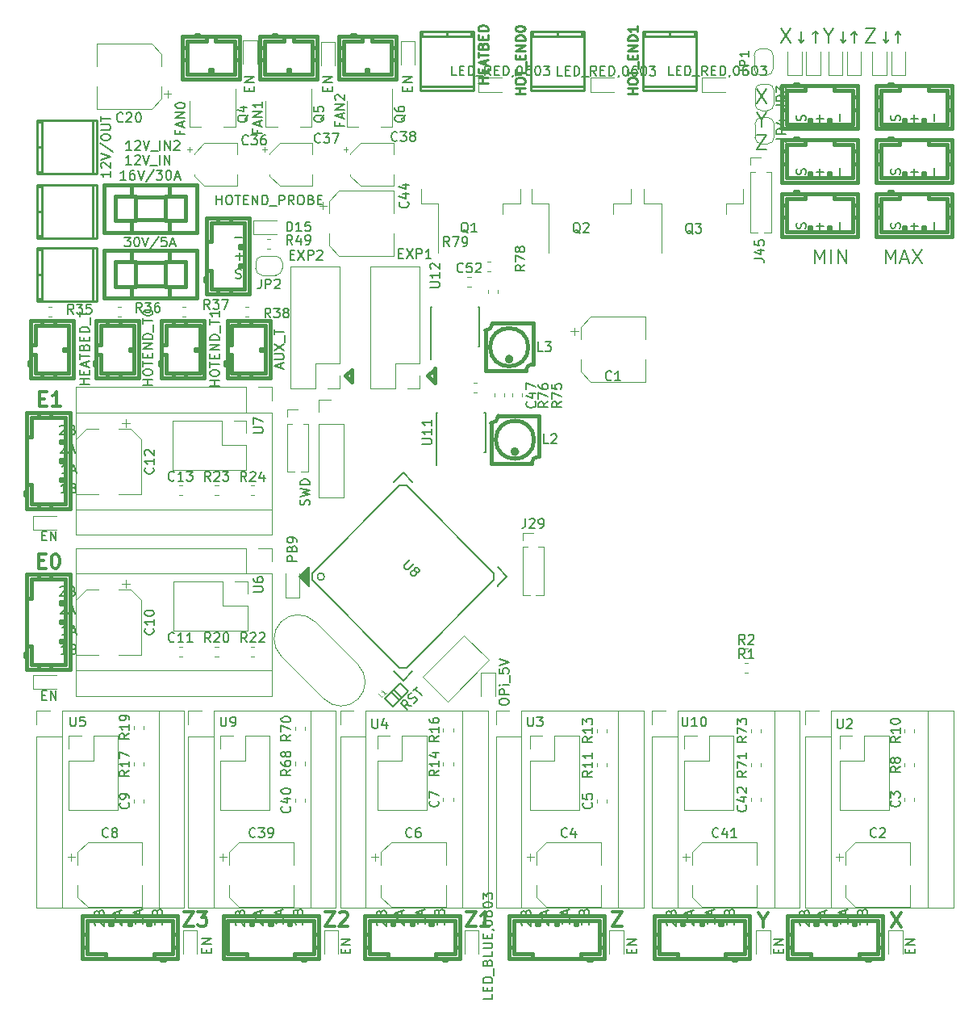
<source format=gbr>
G04 #@! TF.GenerationSoftware,KiCad,Pcbnew,5.1.2-f72e74a~84~ubuntu18.04.1*
G04 #@! TF.CreationDate,2019-05-06T19:36:48+08:00*
G04 #@! TF.ProjectId,printer-board,7072696e-7465-4722-9d62-6f6172642e6b,rev?*
G04 #@! TF.SameCoordinates,Original*
G04 #@! TF.FileFunction,Legend,Top*
G04 #@! TF.FilePolarity,Positive*
%FSLAX46Y46*%
G04 Gerber Fmt 4.6, Leading zero omitted, Abs format (unit mm)*
G04 Created by KiCad (PCBNEW 5.1.2-f72e74a~84~ubuntu18.04.1) date 2019-05-06 19:36:48*
%MOMM*%
%LPD*%
G04 APERTURE LIST*
%ADD10C,0.150000*%
%ADD11C,0.120000*%
%ADD12C,0.381000*%
%ADD13C,0.127000*%
%ADD14C,0.149860*%
%ADD15C,0.254000*%
%ADD16C,0.304800*%
%ADD17C,0.200000*%
%ADD18C,0.100000*%
%ADD19C,0.250000*%
G04 APERTURE END LIST*
D10*
X83378571Y-26028571D02*
X83378571Y-24528571D01*
X83878571Y-25600000D01*
X84378571Y-24528571D01*
X84378571Y-26028571D01*
X85092857Y-26028571D02*
X85092857Y-24528571D01*
X85807142Y-26028571D02*
X85807142Y-24528571D01*
X86664285Y-26028571D01*
X86664285Y-24528571D01*
X90807142Y-26028571D02*
X90807142Y-24528571D01*
X91307142Y-25600000D01*
X91807142Y-24528571D01*
X91807142Y-26028571D01*
X92450000Y-25600000D02*
X93164285Y-25600000D01*
X92307142Y-26028571D02*
X92807142Y-24528571D01*
X93307142Y-26028571D01*
X93664285Y-24528571D02*
X94664285Y-26028571D01*
X94664285Y-24528571D02*
X93664285Y-26028571D01*
X77325000Y-7753571D02*
X78325000Y-9253571D01*
X78325000Y-7753571D02*
X77325000Y-9253571D01*
X77825000Y-10939285D02*
X77825000Y-11653571D01*
X77325000Y-10153571D02*
X77825000Y-10939285D01*
X78325000Y-10153571D01*
X77325000Y-12553571D02*
X78325000Y-12553571D01*
X77325000Y-14053571D01*
X78325000Y-14053571D01*
D11*
X79100000Y-11400000D02*
X79100000Y-12800000D01*
X78400000Y-13500000D02*
X77800000Y-13500000D01*
X77100000Y-12800000D02*
X77100000Y-11400000D01*
X77800000Y-10700000D02*
X78400000Y-10700000D01*
X78400000Y-10700000D02*
G75*
G02X79100000Y-11400000I0J-700000D01*
G01*
X77100000Y-11400000D02*
G75*
G02X77800000Y-10700000I700000J0D01*
G01*
X77800000Y-13500000D02*
G75*
G02X77100000Y-12800000I0J700000D01*
G01*
X79100000Y-12800000D02*
G75*
G02X78400000Y-13500000I-700000J0D01*
G01*
X79100000Y-7900000D02*
X79100000Y-9300000D01*
X78400000Y-10000000D02*
X77800000Y-10000000D01*
X77100000Y-9300000D02*
X77100000Y-7900000D01*
X77800000Y-7200000D02*
X78400000Y-7200000D01*
X78400000Y-7200000D02*
G75*
G02X79100000Y-7900000I0J-700000D01*
G01*
X77100000Y-7900000D02*
G75*
G02X77800000Y-7200000I700000J0D01*
G01*
X77800000Y-10000000D02*
G75*
G02X77100000Y-9300000I0J700000D01*
G01*
X79100000Y-9300000D02*
G75*
G02X78400000Y-10000000I-700000J0D01*
G01*
X31270000Y-40270000D02*
X32600000Y-40270000D01*
X31270000Y-41600000D02*
X31270000Y-40270000D01*
X31270000Y-42870000D02*
X33930000Y-42870000D01*
X33930000Y-42870000D02*
X33930000Y-50550000D01*
X31270000Y-42870000D02*
X31270000Y-50550000D01*
X31270000Y-50550000D02*
X33930000Y-50550000D01*
D12*
X19350080Y-27850960D02*
X19550740Y-27850960D01*
X19350080Y-27551240D02*
X19350080Y-27850960D01*
X19550740Y-27551240D02*
X19350080Y-27551240D01*
X19550740Y-21249500D02*
X24049080Y-21249500D01*
X19550740Y-29250500D02*
X24049080Y-29250500D01*
X20051120Y-23748860D02*
X19550740Y-23748860D01*
X20051120Y-21749880D02*
X20051120Y-23748860D01*
X23551240Y-21749880D02*
X20051120Y-21749880D01*
X20051120Y-28750120D02*
X23551240Y-28750120D01*
X20051120Y-26751140D02*
X20051120Y-28750120D01*
X19550740Y-26751140D02*
X20051120Y-26751140D01*
X20749620Y-28750120D02*
X20749620Y-29250500D01*
X22050100Y-28750120D02*
X22050100Y-29250500D01*
X22050100Y-21749880D02*
X22050100Y-21249500D01*
X20749620Y-21249500D02*
X20749620Y-21749880D01*
X23050860Y-24152720D02*
X23551240Y-24152720D01*
X23050860Y-24350840D02*
X23050860Y-24152720D01*
X23551240Y-24350840D02*
X23050860Y-24350840D01*
X23551240Y-26349820D02*
X23050860Y-26349820D01*
X23050860Y-26349820D02*
X23050860Y-26151700D01*
X23050860Y-26151700D02*
X23551240Y-26151700D01*
X24049080Y-29250500D02*
X24049080Y-21249500D01*
X23551240Y-21749880D02*
X23551240Y-28750120D01*
X19550740Y-29250500D02*
X19550740Y-21249500D01*
X91199040Y-18500080D02*
X91199040Y-18700740D01*
X91498760Y-18500080D02*
X91199040Y-18500080D01*
X91498760Y-18700740D02*
X91498760Y-18500080D01*
X97800500Y-18700740D02*
X97800500Y-23199080D01*
X89799500Y-18700740D02*
X89799500Y-23199080D01*
X95301140Y-19201120D02*
X95301140Y-18700740D01*
X97300120Y-19201120D02*
X95301140Y-19201120D01*
X97300120Y-22701240D02*
X97300120Y-19201120D01*
X90299880Y-19201120D02*
X90299880Y-22701240D01*
X92298860Y-19201120D02*
X90299880Y-19201120D01*
X92298860Y-18700740D02*
X92298860Y-19201120D01*
X90299880Y-19899620D02*
X89799500Y-19899620D01*
X90299880Y-21200100D02*
X89799500Y-21200100D01*
X97300120Y-21200100D02*
X97800500Y-21200100D01*
X97800500Y-19899620D02*
X97300120Y-19899620D01*
X94897280Y-22200860D02*
X94897280Y-22701240D01*
X94699160Y-22200860D02*
X94897280Y-22200860D01*
X94699160Y-22701240D02*
X94699160Y-22200860D01*
X92700180Y-22701240D02*
X92700180Y-22200860D01*
X92700180Y-22200860D02*
X92898300Y-22200860D01*
X92898300Y-22200860D02*
X92898300Y-22701240D01*
X89799500Y-23199080D02*
X97800500Y-23199080D01*
X97300120Y-22701240D02*
X90299880Y-22701240D01*
X89799500Y-18700740D02*
X97800500Y-18700740D01*
X81299040Y-18500080D02*
X81299040Y-18700740D01*
X81598760Y-18500080D02*
X81299040Y-18500080D01*
X81598760Y-18700740D02*
X81598760Y-18500080D01*
X87900500Y-18700740D02*
X87900500Y-23199080D01*
X79899500Y-18700740D02*
X79899500Y-23199080D01*
X85401140Y-19201120D02*
X85401140Y-18700740D01*
X87400120Y-19201120D02*
X85401140Y-19201120D01*
X87400120Y-22701240D02*
X87400120Y-19201120D01*
X80399880Y-19201120D02*
X80399880Y-22701240D01*
X82398860Y-19201120D02*
X80399880Y-19201120D01*
X82398860Y-18700740D02*
X82398860Y-19201120D01*
X80399880Y-19899620D02*
X79899500Y-19899620D01*
X80399880Y-21200100D02*
X79899500Y-21200100D01*
X87400120Y-21200100D02*
X87900500Y-21200100D01*
X87900500Y-19899620D02*
X87400120Y-19899620D01*
X84997280Y-22200860D02*
X84997280Y-22701240D01*
X84799160Y-22200860D02*
X84997280Y-22200860D01*
X84799160Y-22701240D02*
X84799160Y-22200860D01*
X82800180Y-22701240D02*
X82800180Y-22200860D01*
X82800180Y-22200860D02*
X82998300Y-22200860D01*
X82998300Y-22200860D02*
X82998300Y-22701240D01*
X79899500Y-23199080D02*
X87900500Y-23199080D01*
X87400120Y-22701240D02*
X80399880Y-22701240D01*
X79899500Y-18700740D02*
X87900500Y-18700740D01*
X91199040Y-12850080D02*
X91199040Y-13050740D01*
X91498760Y-12850080D02*
X91199040Y-12850080D01*
X91498760Y-13050740D02*
X91498760Y-12850080D01*
X97800500Y-13050740D02*
X97800500Y-17549080D01*
X89799500Y-13050740D02*
X89799500Y-17549080D01*
X95301140Y-13551120D02*
X95301140Y-13050740D01*
X97300120Y-13551120D02*
X95301140Y-13551120D01*
X97300120Y-17051240D02*
X97300120Y-13551120D01*
X90299880Y-13551120D02*
X90299880Y-17051240D01*
X92298860Y-13551120D02*
X90299880Y-13551120D01*
X92298860Y-13050740D02*
X92298860Y-13551120D01*
X90299880Y-14249620D02*
X89799500Y-14249620D01*
X90299880Y-15550100D02*
X89799500Y-15550100D01*
X97300120Y-15550100D02*
X97800500Y-15550100D01*
X97800500Y-14249620D02*
X97300120Y-14249620D01*
X94897280Y-16550860D02*
X94897280Y-17051240D01*
X94699160Y-16550860D02*
X94897280Y-16550860D01*
X94699160Y-17051240D02*
X94699160Y-16550860D01*
X92700180Y-17051240D02*
X92700180Y-16550860D01*
X92700180Y-16550860D02*
X92898300Y-16550860D01*
X92898300Y-16550860D02*
X92898300Y-17051240D01*
X89799500Y-17549080D02*
X97800500Y-17549080D01*
X97300120Y-17051240D02*
X90299880Y-17051240D01*
X89799500Y-13050740D02*
X97800500Y-13050740D01*
X81299040Y-12850080D02*
X81299040Y-13050740D01*
X81598760Y-12850080D02*
X81299040Y-12850080D01*
X81598760Y-13050740D02*
X81598760Y-12850080D01*
X87900500Y-13050740D02*
X87900500Y-17549080D01*
X79899500Y-13050740D02*
X79899500Y-17549080D01*
X85401140Y-13551120D02*
X85401140Y-13050740D01*
X87400120Y-13551120D02*
X85401140Y-13551120D01*
X87400120Y-17051240D02*
X87400120Y-13551120D01*
X80399880Y-13551120D02*
X80399880Y-17051240D01*
X82398860Y-13551120D02*
X80399880Y-13551120D01*
X82398860Y-13050740D02*
X82398860Y-13551120D01*
X80399880Y-14249620D02*
X79899500Y-14249620D01*
X80399880Y-15550100D02*
X79899500Y-15550100D01*
X87400120Y-15550100D02*
X87900500Y-15550100D01*
X87900500Y-14249620D02*
X87400120Y-14249620D01*
X84997280Y-16550860D02*
X84997280Y-17051240D01*
X84799160Y-16550860D02*
X84997280Y-16550860D01*
X84799160Y-17051240D02*
X84799160Y-16550860D01*
X82800180Y-17051240D02*
X82800180Y-16550860D01*
X82800180Y-16550860D02*
X82998300Y-16550860D01*
X82998300Y-16550860D02*
X82998300Y-17051240D01*
X79899500Y-17549080D02*
X87900500Y-17549080D01*
X87400120Y-17051240D02*
X80399880Y-17051240D01*
X79899500Y-13050740D02*
X87900500Y-13050740D01*
X91199040Y-7200080D02*
X91199040Y-7400740D01*
X91498760Y-7200080D02*
X91199040Y-7200080D01*
X91498760Y-7400740D02*
X91498760Y-7200080D01*
X97800500Y-7400740D02*
X97800500Y-11899080D01*
X89799500Y-7400740D02*
X89799500Y-11899080D01*
X95301140Y-7901120D02*
X95301140Y-7400740D01*
X97300120Y-7901120D02*
X95301140Y-7901120D01*
X97300120Y-11401240D02*
X97300120Y-7901120D01*
X90299880Y-7901120D02*
X90299880Y-11401240D01*
X92298860Y-7901120D02*
X90299880Y-7901120D01*
X92298860Y-7400740D02*
X92298860Y-7901120D01*
X90299880Y-8599620D02*
X89799500Y-8599620D01*
X90299880Y-9900100D02*
X89799500Y-9900100D01*
X97300120Y-9900100D02*
X97800500Y-9900100D01*
X97800500Y-8599620D02*
X97300120Y-8599620D01*
X94897280Y-10900860D02*
X94897280Y-11401240D01*
X94699160Y-10900860D02*
X94897280Y-10900860D01*
X94699160Y-11401240D02*
X94699160Y-10900860D01*
X92700180Y-11401240D02*
X92700180Y-10900860D01*
X92700180Y-10900860D02*
X92898300Y-10900860D01*
X92898300Y-10900860D02*
X92898300Y-11401240D01*
X89799500Y-11899080D02*
X97800500Y-11899080D01*
X97300120Y-11401240D02*
X90299880Y-11401240D01*
X89799500Y-7400740D02*
X97800500Y-7400740D01*
X81299040Y-7200080D02*
X81299040Y-7400740D01*
X81598760Y-7200080D02*
X81299040Y-7200080D01*
X81598760Y-7400740D02*
X81598760Y-7200080D01*
X87900500Y-7400740D02*
X87900500Y-11899080D01*
X79899500Y-7400740D02*
X79899500Y-11899080D01*
X85401140Y-7901120D02*
X85401140Y-7400740D01*
X87400120Y-7901120D02*
X85401140Y-7901120D01*
X87400120Y-11401240D02*
X87400120Y-7901120D01*
X80399880Y-7901120D02*
X80399880Y-11401240D01*
X82398860Y-7901120D02*
X80399880Y-7901120D01*
X82398860Y-7400740D02*
X82398860Y-7901120D01*
X80399880Y-8599620D02*
X79899500Y-8599620D01*
X80399880Y-9900100D02*
X79899500Y-9900100D01*
X87400120Y-9900100D02*
X87900500Y-9900100D01*
X87900500Y-8599620D02*
X87400120Y-8599620D01*
X84997280Y-10900860D02*
X84997280Y-11401240D01*
X84799160Y-10900860D02*
X84997280Y-10900860D01*
X84799160Y-11401240D02*
X84799160Y-10900860D01*
X82800180Y-11401240D02*
X82800180Y-10900860D01*
X82800180Y-10900860D02*
X82998300Y-10900860D01*
X82998300Y-10900860D02*
X82998300Y-11401240D01*
X79899500Y-11899080D02*
X87900500Y-11899080D01*
X87400120Y-11401240D02*
X80399880Y-11401240D01*
X79899500Y-7400740D02*
X87900500Y-7400740D01*
D11*
X74040000Y-19750000D02*
X74040000Y-20850000D01*
X75850000Y-19750000D02*
X74040000Y-19750000D01*
X75850000Y-18250000D02*
X75850000Y-19750000D01*
X67260000Y-19750000D02*
X67260000Y-24875000D01*
X65450000Y-19750000D02*
X67260000Y-19750000D01*
X65450000Y-18250000D02*
X65450000Y-19750000D01*
X62240000Y-19750000D02*
X62240000Y-20850000D01*
X64050000Y-19750000D02*
X62240000Y-19750000D01*
X64050000Y-18250000D02*
X64050000Y-19750000D01*
X55460000Y-19750000D02*
X55460000Y-24875000D01*
X53650000Y-19750000D02*
X55460000Y-19750000D01*
X53650000Y-18250000D02*
X53650000Y-19750000D01*
X50640000Y-19750000D02*
X50640000Y-20850000D01*
X52450000Y-19750000D02*
X50640000Y-19750000D01*
X52450000Y-18250000D02*
X52450000Y-19750000D01*
X43860000Y-19750000D02*
X43860000Y-24875000D01*
X42050000Y-19750000D02*
X43860000Y-19750000D01*
X42050000Y-18250000D02*
X42050000Y-19750000D01*
D12*
X89101720Y-99084920D02*
X89101720Y-98884260D01*
X88802000Y-99084920D02*
X89101720Y-99084920D01*
X88802000Y-98884260D02*
X88802000Y-99084920D01*
X80498740Y-98884260D02*
X80498740Y-94385920D01*
X90501260Y-98884260D02*
X90501260Y-94385920D01*
X82998100Y-98383880D02*
X82998100Y-98884260D01*
X80999120Y-98383880D02*
X82998100Y-98383880D01*
X80999120Y-94883760D02*
X80999120Y-98383880D01*
X90000880Y-98383880D02*
X90000880Y-94883760D01*
X88001900Y-98383880D02*
X90000880Y-98383880D01*
X88001900Y-98884260D02*
X88001900Y-98383880D01*
X90000880Y-97685380D02*
X90501260Y-97685380D01*
X90000880Y-96384900D02*
X90501260Y-96384900D01*
X80999120Y-96384900D02*
X80498740Y-96384900D01*
X80498740Y-97685380D02*
X80999120Y-97685380D01*
X83401960Y-95384140D02*
X83401960Y-94883760D01*
X83600080Y-95384140D02*
X83401960Y-95384140D01*
X83600080Y-94883760D02*
X83600080Y-95384140D01*
X87600580Y-94883760D02*
X87600580Y-95384140D01*
X87600580Y-95384140D02*
X87402460Y-95384140D01*
X87402460Y-95384140D02*
X87402460Y-94883760D01*
X90501260Y-98884260D02*
X80498740Y-98884260D01*
X80999120Y-94883760D02*
X90000880Y-94883760D01*
X90501260Y-94385920D02*
X80498740Y-94385920D01*
X85599060Y-94883760D02*
X85599060Y-95384140D01*
X85599060Y-95384140D02*
X85400940Y-95384140D01*
X85400940Y-95384140D02*
X85400940Y-94883760D01*
X75121720Y-99084920D02*
X75121720Y-98884260D01*
X74822000Y-99084920D02*
X75121720Y-99084920D01*
X74822000Y-98884260D02*
X74822000Y-99084920D01*
X66518740Y-98884260D02*
X66518740Y-94385920D01*
X76521260Y-98884260D02*
X76521260Y-94385920D01*
X69018100Y-98383880D02*
X69018100Y-98884260D01*
X67019120Y-98383880D02*
X69018100Y-98383880D01*
X67019120Y-94883760D02*
X67019120Y-98383880D01*
X76020880Y-98383880D02*
X76020880Y-94883760D01*
X74021900Y-98383880D02*
X76020880Y-98383880D01*
X74021900Y-98884260D02*
X74021900Y-98383880D01*
X76020880Y-97685380D02*
X76521260Y-97685380D01*
X76020880Y-96384900D02*
X76521260Y-96384900D01*
X67019120Y-96384900D02*
X66518740Y-96384900D01*
X66518740Y-97685380D02*
X67019120Y-97685380D01*
X69421960Y-95384140D02*
X69421960Y-94883760D01*
X69620080Y-95384140D02*
X69421960Y-95384140D01*
X69620080Y-94883760D02*
X69620080Y-95384140D01*
X73620580Y-94883760D02*
X73620580Y-95384140D01*
X73620580Y-95384140D02*
X73422460Y-95384140D01*
X73422460Y-95384140D02*
X73422460Y-94883760D01*
X76521260Y-98884260D02*
X66518740Y-98884260D01*
X67019120Y-94883760D02*
X76020880Y-94883760D01*
X76521260Y-94385920D02*
X66518740Y-94385920D01*
X71619060Y-94883760D02*
X71619060Y-95384140D01*
X71619060Y-95384140D02*
X71420940Y-95384140D01*
X71420940Y-95384140D02*
X71420940Y-94883760D01*
X59891720Y-99084920D02*
X59891720Y-98884260D01*
X59592000Y-99084920D02*
X59891720Y-99084920D01*
X59592000Y-98884260D02*
X59592000Y-99084920D01*
X51288740Y-98884260D02*
X51288740Y-94385920D01*
X61291260Y-98884260D02*
X61291260Y-94385920D01*
X53788100Y-98383880D02*
X53788100Y-98884260D01*
X51789120Y-98383880D02*
X53788100Y-98383880D01*
X51789120Y-94883760D02*
X51789120Y-98383880D01*
X60790880Y-98383880D02*
X60790880Y-94883760D01*
X58791900Y-98383880D02*
X60790880Y-98383880D01*
X58791900Y-98884260D02*
X58791900Y-98383880D01*
X60790880Y-97685380D02*
X61291260Y-97685380D01*
X60790880Y-96384900D02*
X61291260Y-96384900D01*
X51789120Y-96384900D02*
X51288740Y-96384900D01*
X51288740Y-97685380D02*
X51789120Y-97685380D01*
X54191960Y-95384140D02*
X54191960Y-94883760D01*
X54390080Y-95384140D02*
X54191960Y-95384140D01*
X54390080Y-94883760D02*
X54390080Y-95384140D01*
X58390580Y-94883760D02*
X58390580Y-95384140D01*
X58390580Y-95384140D02*
X58192460Y-95384140D01*
X58192460Y-95384140D02*
X58192460Y-94883760D01*
X61291260Y-98884260D02*
X51288740Y-98884260D01*
X51789120Y-94883760D02*
X60790880Y-94883760D01*
X61291260Y-94385920D02*
X51288740Y-94385920D01*
X56389060Y-94883760D02*
X56389060Y-95384140D01*
X56389060Y-95384140D02*
X56190940Y-95384140D01*
X56190940Y-95384140D02*
X56190940Y-94883760D01*
X44711720Y-99084920D02*
X44711720Y-98884260D01*
X44412000Y-99084920D02*
X44711720Y-99084920D01*
X44412000Y-98884260D02*
X44412000Y-99084920D01*
X36108740Y-98884260D02*
X36108740Y-94385920D01*
X46111260Y-98884260D02*
X46111260Y-94385920D01*
X38608100Y-98383880D02*
X38608100Y-98884260D01*
X36609120Y-98383880D02*
X38608100Y-98383880D01*
X36609120Y-94883760D02*
X36609120Y-98383880D01*
X45610880Y-98383880D02*
X45610880Y-94883760D01*
X43611900Y-98383880D02*
X45610880Y-98383880D01*
X43611900Y-98884260D02*
X43611900Y-98383880D01*
X45610880Y-97685380D02*
X46111260Y-97685380D01*
X45610880Y-96384900D02*
X46111260Y-96384900D01*
X36609120Y-96384900D02*
X36108740Y-96384900D01*
X36108740Y-97685380D02*
X36609120Y-97685380D01*
X39011960Y-95384140D02*
X39011960Y-94883760D01*
X39210080Y-95384140D02*
X39011960Y-95384140D01*
X39210080Y-94883760D02*
X39210080Y-95384140D01*
X43210580Y-94883760D02*
X43210580Y-95384140D01*
X43210580Y-95384140D02*
X43012460Y-95384140D01*
X43012460Y-95384140D02*
X43012460Y-94883760D01*
X46111260Y-98884260D02*
X36108740Y-98884260D01*
X36609120Y-94883760D02*
X45610880Y-94883760D01*
X46111260Y-94385920D02*
X36108740Y-94385920D01*
X41209060Y-94883760D02*
X41209060Y-95384140D01*
X41209060Y-95384140D02*
X41010940Y-95384140D01*
X41010940Y-95384140D02*
X41010940Y-94883760D01*
X29881720Y-99084920D02*
X29881720Y-98884260D01*
X29582000Y-99084920D02*
X29881720Y-99084920D01*
X29582000Y-98884260D02*
X29582000Y-99084920D01*
X21278740Y-98884260D02*
X21278740Y-94385920D01*
X31281260Y-98884260D02*
X31281260Y-94385920D01*
X23778100Y-98383880D02*
X23778100Y-98884260D01*
X21779120Y-98383880D02*
X23778100Y-98383880D01*
X21779120Y-94883760D02*
X21779120Y-98383880D01*
X30780880Y-98383880D02*
X30780880Y-94883760D01*
X28781900Y-98383880D02*
X30780880Y-98383880D01*
X28781900Y-98884260D02*
X28781900Y-98383880D01*
X30780880Y-97685380D02*
X31281260Y-97685380D01*
X30780880Y-96384900D02*
X31281260Y-96384900D01*
X21779120Y-96384900D02*
X21278740Y-96384900D01*
X21278740Y-97685380D02*
X21779120Y-97685380D01*
X24181960Y-95384140D02*
X24181960Y-94883760D01*
X24380080Y-95384140D02*
X24181960Y-95384140D01*
X24380080Y-94883760D02*
X24380080Y-95384140D01*
X28380580Y-94883760D02*
X28380580Y-95384140D01*
X28380580Y-95384140D02*
X28182460Y-95384140D01*
X28182460Y-95384140D02*
X28182460Y-94883760D01*
X31281260Y-98884260D02*
X21278740Y-98884260D01*
X21779120Y-94883760D02*
X30780880Y-94883760D01*
X31281260Y-94385920D02*
X21278740Y-94385920D01*
X26379060Y-94883760D02*
X26379060Y-95384140D01*
X26379060Y-95384140D02*
X26180940Y-95384140D01*
X26180940Y-95384140D02*
X26180940Y-94883760D01*
X15101720Y-99084920D02*
X15101720Y-98884260D01*
X14802000Y-99084920D02*
X15101720Y-99084920D01*
X14802000Y-98884260D02*
X14802000Y-99084920D01*
X6498740Y-98884260D02*
X6498740Y-94385920D01*
X16501260Y-98884260D02*
X16501260Y-94385920D01*
X8998100Y-98383880D02*
X8998100Y-98884260D01*
X6999120Y-98383880D02*
X8998100Y-98383880D01*
X6999120Y-94883760D02*
X6999120Y-98383880D01*
X16000880Y-98383880D02*
X16000880Y-94883760D01*
X14001900Y-98383880D02*
X16000880Y-98383880D01*
X14001900Y-98884260D02*
X14001900Y-98383880D01*
X16000880Y-97685380D02*
X16501260Y-97685380D01*
X16000880Y-96384900D02*
X16501260Y-96384900D01*
X6999120Y-96384900D02*
X6498740Y-96384900D01*
X6498740Y-97685380D02*
X6999120Y-97685380D01*
X9401960Y-95384140D02*
X9401960Y-94883760D01*
X9600080Y-95384140D02*
X9401960Y-95384140D01*
X9600080Y-94883760D02*
X9600080Y-95384140D01*
X13600580Y-94883760D02*
X13600580Y-95384140D01*
X13600580Y-95384140D02*
X13402460Y-95384140D01*
X13402460Y-95384140D02*
X13402460Y-94883760D01*
X16501260Y-98884260D02*
X6498740Y-98884260D01*
X6999120Y-94883760D02*
X16000880Y-94883760D01*
X16501260Y-94385920D02*
X6498740Y-94385920D01*
X11599060Y-94883760D02*
X11599060Y-95384140D01*
X11599060Y-95384140D02*
X11400940Y-95384140D01*
X11400940Y-95384140D02*
X11400940Y-94883760D01*
X500080Y-67201720D02*
X700740Y-67201720D01*
X500080Y-66902000D02*
X500080Y-67201720D01*
X700740Y-66902000D02*
X500080Y-66902000D01*
X700740Y-58598740D02*
X5199080Y-58598740D01*
X700740Y-68601260D02*
X5199080Y-68601260D01*
X1201120Y-61098100D02*
X700740Y-61098100D01*
X1201120Y-59099120D02*
X1201120Y-61098100D01*
X4701240Y-59099120D02*
X1201120Y-59099120D01*
X1201120Y-68100880D02*
X4701240Y-68100880D01*
X1201120Y-66101900D02*
X1201120Y-68100880D01*
X700740Y-66101900D02*
X1201120Y-66101900D01*
X1899620Y-68100880D02*
X1899620Y-68601260D01*
X3200100Y-68100880D02*
X3200100Y-68601260D01*
X3200100Y-59099120D02*
X3200100Y-58598740D01*
X1899620Y-58598740D02*
X1899620Y-59099120D01*
X4200860Y-61501960D02*
X4701240Y-61501960D01*
X4200860Y-61700080D02*
X4200860Y-61501960D01*
X4701240Y-61700080D02*
X4200860Y-61700080D01*
X4701240Y-65700580D02*
X4200860Y-65700580D01*
X4200860Y-65700580D02*
X4200860Y-65502460D01*
X4200860Y-65502460D02*
X4701240Y-65502460D01*
X700740Y-68601260D02*
X700740Y-58598740D01*
X4701240Y-59099120D02*
X4701240Y-68100880D01*
X5199080Y-68601260D02*
X5199080Y-58598740D01*
X4701240Y-63699060D02*
X4200860Y-63699060D01*
X4200860Y-63699060D02*
X4200860Y-63500940D01*
X4200860Y-63500940D02*
X4701240Y-63500940D01*
X500080Y-50301720D02*
X700740Y-50301720D01*
X500080Y-50002000D02*
X500080Y-50301720D01*
X700740Y-50002000D02*
X500080Y-50002000D01*
X700740Y-41698740D02*
X5199080Y-41698740D01*
X700740Y-51701260D02*
X5199080Y-51701260D01*
X1201120Y-44198100D02*
X700740Y-44198100D01*
X1201120Y-42199120D02*
X1201120Y-44198100D01*
X4701240Y-42199120D02*
X1201120Y-42199120D01*
X1201120Y-51200880D02*
X4701240Y-51200880D01*
X1201120Y-49201900D02*
X1201120Y-51200880D01*
X700740Y-49201900D02*
X1201120Y-49201900D01*
X1899620Y-51200880D02*
X1899620Y-51701260D01*
X3200100Y-51200880D02*
X3200100Y-51701260D01*
X3200100Y-42199120D02*
X3200100Y-41698740D01*
X1899620Y-41698740D02*
X1899620Y-42199120D01*
X4200860Y-44601960D02*
X4701240Y-44601960D01*
X4200860Y-44800080D02*
X4200860Y-44601960D01*
X4701240Y-44800080D02*
X4200860Y-44800080D01*
X4701240Y-48800580D02*
X4200860Y-48800580D01*
X4200860Y-48800580D02*
X4200860Y-48602460D01*
X4200860Y-48602460D02*
X4701240Y-48602460D01*
X700740Y-51701260D02*
X700740Y-41698740D01*
X4701240Y-42199120D02*
X4701240Y-51200880D01*
X5199080Y-51701260D02*
X5199080Y-41698740D01*
X4701240Y-46799060D02*
X4200860Y-46799060D01*
X4200860Y-46799060D02*
X4200860Y-46600940D01*
X4200860Y-46600940D02*
X4701240Y-46600940D01*
D11*
X22550000Y-11680000D02*
X21350000Y-11680000D01*
X22550000Y-7680000D02*
X22550000Y-11680000D01*
X17750000Y-11680000D02*
X17750000Y-8980000D01*
X18950000Y-11680000D02*
X17750000Y-11680000D01*
X30550000Y-11680000D02*
X29350000Y-11680000D01*
X30550000Y-7680000D02*
X30550000Y-11680000D01*
X25750000Y-11680000D02*
X25750000Y-8980000D01*
X26950000Y-11680000D02*
X25750000Y-11680000D01*
X39050000Y-11680000D02*
X37850000Y-11680000D01*
X39050000Y-7680000D02*
X39050000Y-11680000D01*
X34250000Y-11680000D02*
X34250000Y-8980000D01*
X35450000Y-11680000D02*
X34250000Y-11680000D01*
D10*
X43645000Y-45794999D02*
X43695000Y-45794999D01*
X43645000Y-41644999D02*
X43790000Y-41644999D01*
X48795000Y-41644999D02*
X48650000Y-41644999D01*
X48795000Y-45794999D02*
X48650000Y-45794999D01*
X43645000Y-45794999D02*
X43645000Y-41644999D01*
X48795000Y-45794999D02*
X48795000Y-41644999D01*
X43695000Y-45794999D02*
X43695000Y-47194999D01*
X43045000Y-34695000D02*
X43095000Y-34695000D01*
X43045000Y-30545000D02*
X43190000Y-30545000D01*
X48195000Y-30545000D02*
X48050000Y-30545000D01*
X48195000Y-34695000D02*
X48050000Y-34695000D01*
X43045000Y-34695000D02*
X43045000Y-30545000D01*
X48195000Y-34695000D02*
X48195000Y-30545000D01*
X43095000Y-34695000D02*
X43095000Y-36095000D01*
D11*
X41930000Y-39130000D02*
X40600000Y-39130000D01*
X41930000Y-37800000D02*
X41930000Y-39130000D01*
X39330000Y-39130000D02*
X36730000Y-39130000D01*
X39330000Y-36530000D02*
X39330000Y-39130000D01*
X41930000Y-36530000D02*
X39330000Y-36530000D01*
X36730000Y-39130000D02*
X36730000Y-26310000D01*
X41930000Y-36530000D02*
X41930000Y-26310000D01*
X41930000Y-26310000D02*
X36730000Y-26310000D01*
D12*
X42759000Y-37800000D02*
X43521000Y-38562000D01*
X43521000Y-38562000D02*
X43521000Y-37165000D01*
X42759000Y-37800000D02*
X43394000Y-37165000D01*
X43394000Y-37165000D02*
X43521000Y-37038000D01*
X43521000Y-37038000D02*
X43521000Y-38054000D01*
D11*
X33530000Y-26310000D02*
X28330000Y-26310000D01*
X33530000Y-36530000D02*
X33530000Y-26310000D01*
X28330000Y-39130000D02*
X28330000Y-26310000D01*
X33530000Y-36530000D02*
X30930000Y-36530000D01*
X30930000Y-36530000D02*
X30930000Y-39130000D01*
X30930000Y-39130000D02*
X28330000Y-39130000D01*
X33530000Y-37800000D02*
X33530000Y-39130000D01*
X33530000Y-39130000D02*
X32200000Y-39130000D01*
D12*
X34105000Y-37800000D02*
X34740000Y-38435000D01*
X34740000Y-38435000D02*
X34740000Y-37165000D01*
X34740000Y-37165000D02*
X34105000Y-37800000D01*
D11*
X69670000Y-75570000D02*
X71000000Y-75570000D01*
X69670000Y-76900000D02*
X69670000Y-75570000D01*
X72270000Y-75570000D02*
X74870000Y-75570000D01*
X72270000Y-78170000D02*
X72270000Y-75570000D01*
X69670000Y-78170000D02*
X72270000Y-78170000D01*
X74870000Y-75570000D02*
X74870000Y-83310000D01*
X69670000Y-78170000D02*
X69670000Y-83310000D01*
X69670000Y-83310000D02*
X74870000Y-83310000D01*
X79000000Y-4200000D02*
X79000000Y-5600000D01*
X78300000Y-6300000D02*
X77700000Y-6300000D01*
X77000000Y-5600000D02*
X77000000Y-4200000D01*
X77700000Y-3500000D02*
X78300000Y-3500000D01*
X78300000Y-3500000D02*
G75*
G02X79000000Y-4200000I0J-700000D01*
G01*
X77000000Y-4200000D02*
G75*
G02X77700000Y-3500000I700000J0D01*
G01*
X77700000Y-6300000D02*
G75*
G02X77000000Y-5600000I0J700000D01*
G01*
X79000000Y-5600000D02*
G75*
G02X78300000Y-6300000I-700000J0D01*
G01*
X26800000Y-27250000D02*
X25400000Y-27250000D01*
X24700000Y-26550000D02*
X24700000Y-25950000D01*
X25400000Y-25250000D02*
X26800000Y-25250000D01*
X27500000Y-25950000D02*
X27500000Y-26550000D01*
X27500000Y-26550000D02*
G75*
G02X26800000Y-27250000I-700000J0D01*
G01*
X26800000Y-25250000D02*
G75*
G02X27500000Y-25950000I0J-700000D01*
G01*
X24700000Y-25950000D02*
G75*
G02X25400000Y-25250000I700000J0D01*
G01*
X25400000Y-27250000D02*
G75*
G02X24700000Y-26550000I0J700000D01*
G01*
X25928733Y-24510000D02*
X26271267Y-24510000D01*
X25928733Y-23490000D02*
X26271267Y-23490000D01*
X24440000Y-22985000D02*
X26900000Y-22985000D01*
X24440000Y-21515000D02*
X24440000Y-22985000D01*
X26900000Y-21515000D02*
X24440000Y-21515000D01*
X58156250Y-32758750D02*
X58156250Y-33546250D01*
X57762500Y-33152500D02*
X58550000Y-33152500D01*
X58790000Y-37345563D02*
X59854437Y-38410000D01*
X58790000Y-32654437D02*
X59854437Y-31590000D01*
X58790000Y-32654437D02*
X58790000Y-33940000D01*
X58790000Y-37345563D02*
X58790000Y-36060000D01*
X59854437Y-38410000D02*
X65610000Y-38410000D01*
X59854437Y-31590000D02*
X65610000Y-31590000D01*
X65610000Y-31590000D02*
X65610000Y-33940000D01*
X65610000Y-38410000D02*
X65610000Y-36060000D01*
X52610000Y-39971267D02*
X52610000Y-39628733D01*
X51590000Y-39971267D02*
X51590000Y-39628733D01*
X49790000Y-39628733D02*
X49790000Y-39971267D01*
X50810000Y-39628733D02*
X50810000Y-39971267D01*
D12*
X52148920Y-45749680D02*
G75*
G03X52148920Y-45749680I-248920J0D01*
G01*
X53650060Y-46999360D02*
X49400640Y-46999360D01*
X49400640Y-46999360D02*
X49400640Y-42749940D01*
X50149940Y-42000640D02*
X54399360Y-42000640D01*
X54399360Y-42000640D02*
X54399360Y-46250060D01*
X49400640Y-42749940D02*
G75*
G03X50149940Y-42000640I0J749300D01*
G01*
X54399360Y-46250060D02*
G75*
G03X53650060Y-46999360I0J-749300D01*
G01*
X53898980Y-44500000D02*
G75*
G03X53898980Y-44500000I-1998980J0D01*
G01*
D11*
X47528733Y-39509999D02*
X47871267Y-39509999D01*
X47528733Y-38489999D02*
X47871267Y-38489999D01*
X49371267Y-25790000D02*
X49028733Y-25790000D01*
X49371267Y-26810000D02*
X49028733Y-26810000D01*
X49090000Y-28828733D02*
X49090000Y-29171267D01*
X50110000Y-28828733D02*
X50110000Y-29171267D01*
D12*
X51548920Y-36049680D02*
G75*
G03X51548920Y-36049680I-248920J0D01*
G01*
X53050060Y-37299360D02*
X48800640Y-37299360D01*
X48800640Y-37299360D02*
X48800640Y-33049940D01*
X49549940Y-32300640D02*
X53799360Y-32300640D01*
X53799360Y-32300640D02*
X53799360Y-36550060D01*
X48800640Y-33049940D02*
G75*
G03X49549940Y-32300640I0J749300D01*
G01*
X53799360Y-36550060D02*
G75*
G03X53050060Y-37299360I0J-749300D01*
G01*
X53298980Y-34800000D02*
G75*
G03X53298980Y-34800000I-1998980J0D01*
G01*
D11*
X46928733Y-28460000D02*
X47271267Y-28460000D01*
X46928733Y-27440000D02*
X47271267Y-27440000D01*
X76590000Y-14940000D02*
X77700000Y-14940000D01*
X76590000Y-15700000D02*
X76590000Y-14940000D01*
X78263471Y-16460000D02*
X78810000Y-16460000D01*
X76590000Y-16460000D02*
X77136529Y-16460000D01*
X78810000Y-16460000D02*
X78810000Y-22745000D01*
X76590000Y-16460000D02*
X76590000Y-22745000D01*
X78007530Y-22745000D02*
X78810000Y-22745000D01*
X76590000Y-22745000D02*
X77392470Y-22745000D01*
X26385000Y-51815000D02*
X5805000Y-51815000D01*
X23715000Y-41655000D02*
X5805000Y-41655000D01*
X26385000Y-40385000D02*
X26385000Y-38985000D01*
X26385000Y-38985000D02*
X24985000Y-38985000D01*
X26385000Y-41655000D02*
X23715000Y-41655000D01*
X23715000Y-41655000D02*
X23715000Y-38985000D01*
X23715000Y-38985000D02*
X5805000Y-38985000D01*
X5805000Y-38985000D02*
X5805000Y-54485000D01*
X5805000Y-54485000D02*
X26385000Y-54485000D01*
X26385000Y-54485000D02*
X26385000Y-41655000D01*
X93810000Y-78771267D02*
X93810000Y-78428733D01*
X92790000Y-78771267D02*
X92790000Y-78428733D01*
X39160000Y-17910000D02*
X39160000Y-16710000D01*
X39160000Y-13390000D02*
X39160000Y-14590000D01*
X35704437Y-13390000D02*
X39160000Y-13390000D01*
X35704437Y-17910000D02*
X39160000Y-17910000D01*
X34640000Y-16845563D02*
X34640000Y-16710000D01*
X34640000Y-14454437D02*
X34640000Y-14590000D01*
X34640000Y-14454437D02*
X35704437Y-13390000D01*
X34640000Y-16845563D02*
X35704437Y-17910000D01*
X33900000Y-14090000D02*
X34400000Y-14090000D01*
X34150000Y-13840000D02*
X34150000Y-14340000D01*
X17750000Y-13840000D02*
X17750000Y-14340000D01*
X17500000Y-14090000D02*
X18000000Y-14090000D01*
X18240000Y-16845563D02*
X19304437Y-17910000D01*
X18240000Y-14454437D02*
X19304437Y-13390000D01*
X18240000Y-14454437D02*
X18240000Y-14590000D01*
X18240000Y-16845563D02*
X18240000Y-16710000D01*
X19304437Y-17910000D02*
X22760000Y-17910000D01*
X19304437Y-13390000D02*
X22760000Y-13390000D01*
X22760000Y-13390000D02*
X22760000Y-14590000D01*
X22760000Y-17910000D02*
X22760000Y-16710000D01*
X30660000Y-17910000D02*
X30660000Y-16710000D01*
X30660000Y-13390000D02*
X30660000Y-14590000D01*
X27204437Y-13390000D02*
X30660000Y-13390000D01*
X27204437Y-17910000D02*
X30660000Y-17910000D01*
X26140000Y-16845563D02*
X26140000Y-16710000D01*
X26140000Y-14454437D02*
X26140000Y-14590000D01*
X26140000Y-14454437D02*
X27204437Y-13390000D01*
X26140000Y-16845563D02*
X27204437Y-17910000D01*
X25400000Y-14090000D02*
X25900000Y-14090000D01*
X25650000Y-13840000D02*
X25650000Y-14340000D01*
X76028733Y-68910000D02*
X76371267Y-68910000D01*
X76028733Y-67890000D02*
X76371267Y-67890000D01*
X76028733Y-66390000D02*
X76371267Y-66390000D01*
X76028733Y-67410000D02*
X76371267Y-67410000D01*
X52690000Y-60775000D02*
X53492470Y-60775000D01*
X54107530Y-60775000D02*
X54910000Y-60775000D01*
X52690000Y-55760000D02*
X52690000Y-60775000D01*
X54910000Y-55760000D02*
X54910000Y-60775000D01*
X52690000Y-55760000D02*
X53236529Y-55760000D01*
X54363471Y-55760000D02*
X54910000Y-55760000D01*
X52690000Y-55000000D02*
X52690000Y-54240000D01*
X52690000Y-54240000D02*
X53800000Y-54240000D01*
X39210000Y-25210000D02*
X39210000Y-22860000D01*
X39210000Y-18390000D02*
X39210000Y-20740000D01*
X33454437Y-18390000D02*
X39210000Y-18390000D01*
X33454437Y-25210000D02*
X39210000Y-25210000D01*
X32390000Y-24145563D02*
X32390000Y-22860000D01*
X32390000Y-19454437D02*
X32390000Y-20740000D01*
X32390000Y-19454437D02*
X33454437Y-18390000D01*
X32390000Y-24145563D02*
X33454437Y-25210000D01*
X31362500Y-19952500D02*
X32150000Y-19952500D01*
X31756250Y-19558750D02*
X31756250Y-20346250D01*
X27990000Y-41340000D02*
X29100000Y-41340000D01*
X27990000Y-42100000D02*
X27990000Y-41340000D01*
X29663471Y-42860000D02*
X30210000Y-42860000D01*
X27990000Y-42860000D02*
X28536529Y-42860000D01*
X30210000Y-42860000D02*
X30210000Y-47875000D01*
X27990000Y-42860000D02*
X27990000Y-47875000D01*
X29407530Y-47875000D02*
X30210000Y-47875000D01*
X27990000Y-47875000D02*
X28792470Y-47875000D01*
D10*
X29418077Y-58710479D02*
X29418077Y-58993321D01*
X29559498Y-59134743D02*
X29559498Y-58569057D01*
X29700920Y-58427636D02*
X29700920Y-59276164D01*
X29842341Y-59417585D02*
X29842341Y-58286215D01*
X29983762Y-58144793D02*
X29983762Y-59559007D01*
X30125184Y-59700428D02*
X30125184Y-58003372D01*
X30266605Y-59841849D02*
X29276656Y-58851900D01*
X29276656Y-58851900D02*
X30266605Y-57861951D01*
X30266605Y-57861951D02*
X30266605Y-59841849D01*
X41156049Y-68751395D02*
X40166100Y-69741344D01*
X40166100Y-69741344D02*
X39176151Y-68751395D01*
X50065595Y-57861951D02*
X51055544Y-58851900D01*
X51055544Y-58851900D02*
X50136306Y-59771139D01*
X50136306Y-59771139D02*
X50065595Y-59841849D01*
X39176151Y-48952405D02*
X40166100Y-47962456D01*
X40166100Y-47962456D02*
X41156049Y-48952405D01*
X30620158Y-59205453D02*
X30620158Y-58498347D01*
X30620158Y-58498347D02*
X39812547Y-49305958D01*
X39812547Y-49305958D02*
X40519653Y-49305958D01*
X40519653Y-49305958D02*
X49712042Y-58498347D01*
X49712042Y-58498347D02*
X49712042Y-59205453D01*
X49712042Y-59205453D02*
X40519653Y-68397842D01*
X40519653Y-68397842D02*
X39812547Y-68397842D01*
X39812547Y-68397842D02*
X30620158Y-59205453D01*
D13*
X31911418Y-58851900D02*
G75*
G03X31911418Y-58851900I-372021J0D01*
G01*
D14*
X39837922Y-70042442D02*
X40685658Y-70890178D01*
X38282542Y-71597822D02*
X39837922Y-70042442D01*
X39130278Y-72445558D02*
X38282542Y-71597822D01*
X40685658Y-70890178D02*
X39130278Y-72445558D01*
X40049856Y-71525980D02*
X39202120Y-70678244D01*
X38918344Y-70962020D02*
X39766080Y-71809756D01*
D11*
X27836615Y-58550000D02*
X27836615Y-61010000D01*
X27836615Y-61010000D02*
X29306615Y-61010000D01*
X29306615Y-61010000D02*
X29306615Y-58550000D01*
X30930743Y-63587554D02*
X35456227Y-68113038D01*
X27359854Y-67158443D02*
X31885338Y-71683927D01*
X27359855Y-67158444D02*
G75*
G02X30930743Y-63587554I1785444J1785445D01*
G01*
X31885337Y-71683926D02*
G75*
G03X35456227Y-68113038I1785445J1785444D01*
G01*
X49158794Y-67606401D02*
X44831301Y-71933894D01*
X44831301Y-71933894D02*
X42215006Y-69317599D01*
X42215006Y-69317599D02*
X46542499Y-64990106D01*
X46542499Y-64990106D02*
X49158794Y-67606401D01*
X48352867Y-68934975D02*
X48352867Y-71394975D01*
X49822867Y-68934975D02*
X48352867Y-68934975D01*
X49822867Y-71394975D02*
X49822867Y-68934975D01*
X93410000Y-93505000D02*
X93410000Y-91155000D01*
X93410000Y-86685000D02*
X93410000Y-89035000D01*
X87654437Y-86685000D02*
X93410000Y-86685000D01*
X87654437Y-93505000D02*
X93410000Y-93505000D01*
X86590000Y-92440563D02*
X86590000Y-91155000D01*
X86590000Y-87749437D02*
X86590000Y-89035000D01*
X86590000Y-87749437D02*
X87654437Y-86685000D01*
X86590000Y-92440563D02*
X87654437Y-93505000D01*
X85562500Y-88247500D02*
X86350000Y-88247500D01*
X85956250Y-87853750D02*
X85956250Y-88641250D01*
X93810000Y-82371267D02*
X93810000Y-82028733D01*
X92790000Y-82371267D02*
X92790000Y-82028733D01*
X85970000Y-75570000D02*
X87300000Y-75570000D01*
X85970000Y-76900000D02*
X85970000Y-75570000D01*
X88570000Y-75570000D02*
X91170000Y-75570000D01*
X88570000Y-78170000D02*
X88570000Y-75570000D01*
X85970000Y-78170000D02*
X88570000Y-78170000D01*
X91170000Y-75570000D02*
X91170000Y-83310000D01*
X85970000Y-78170000D02*
X85970000Y-83310000D01*
X85970000Y-83310000D02*
X91170000Y-83310000D01*
X91100000Y-95940000D02*
X91100000Y-98400000D01*
X92570000Y-95940000D02*
X91100000Y-95940000D01*
X92570000Y-98400000D02*
X92570000Y-95940000D01*
X92790000Y-75171267D02*
X92790000Y-74828733D01*
X93810000Y-75171267D02*
X93810000Y-74828733D01*
X95235000Y-72945000D02*
X95235000Y-93525000D01*
X85075000Y-75615000D02*
X85075000Y-93525000D01*
X83805000Y-72945000D02*
X82405000Y-72945000D01*
X82405000Y-72945000D02*
X82405000Y-74345000D01*
X85075000Y-72945000D02*
X85075000Y-75615000D01*
X85075000Y-75615000D02*
X82405000Y-75615000D01*
X82405000Y-75615000D02*
X82405000Y-93525000D01*
X82405000Y-93525000D02*
X97905000Y-93525000D01*
X97905000Y-93525000D02*
X97905000Y-72945000D01*
X97905000Y-72945000D02*
X85075000Y-72945000D01*
X77310000Y-93505000D02*
X77310000Y-91155000D01*
X77310000Y-86685000D02*
X77310000Y-89035000D01*
X71554437Y-86685000D02*
X77310000Y-86685000D01*
X71554437Y-93505000D02*
X77310000Y-93505000D01*
X70490000Y-92440563D02*
X70490000Y-91155000D01*
X70490000Y-87749437D02*
X70490000Y-89035000D01*
X70490000Y-87749437D02*
X71554437Y-86685000D01*
X70490000Y-92440563D02*
X71554437Y-93505000D01*
X69462500Y-88247500D02*
X70250000Y-88247500D01*
X69856250Y-87853750D02*
X69856250Y-88641250D01*
X77710000Y-82371267D02*
X77710000Y-82028733D01*
X76690000Y-82371267D02*
X76690000Y-82028733D01*
X77225000Y-95940000D02*
X77225000Y-98400000D01*
X78695000Y-95940000D02*
X77225000Y-95940000D01*
X78695000Y-98400000D02*
X78695000Y-95940000D01*
X76690000Y-78771267D02*
X76690000Y-78428733D01*
X77710000Y-78771267D02*
X77710000Y-78428733D01*
X77710000Y-75171267D02*
X77710000Y-74828733D01*
X76690000Y-75171267D02*
X76690000Y-74828733D01*
X81779000Y-72945000D02*
X68949000Y-72945000D01*
X81779000Y-93525000D02*
X81779000Y-72945000D01*
X66279000Y-93525000D02*
X81779000Y-93525000D01*
X66279000Y-75615000D02*
X66279000Y-93525000D01*
X68949000Y-75615000D02*
X66279000Y-75615000D01*
X68949000Y-72945000D02*
X68949000Y-75615000D01*
X66279000Y-72945000D02*
X66279000Y-74345000D01*
X67679000Y-72945000D02*
X66279000Y-72945000D01*
X68949000Y-75615000D02*
X68949000Y-93525000D01*
X79109000Y-72945000D02*
X79109000Y-93525000D01*
X60960000Y-93505000D02*
X60960000Y-91155000D01*
X60960000Y-86685000D02*
X60960000Y-89035000D01*
X55204437Y-86685000D02*
X60960000Y-86685000D01*
X55204437Y-93505000D02*
X60960000Y-93505000D01*
X54140000Y-92440563D02*
X54140000Y-91155000D01*
X54140000Y-87749437D02*
X54140000Y-89035000D01*
X54140000Y-87749437D02*
X55204437Y-86685000D01*
X54140000Y-92440563D02*
X55204437Y-93505000D01*
X53112500Y-88247500D02*
X53900000Y-88247500D01*
X53506250Y-87853750D02*
X53506250Y-88641250D01*
X60490000Y-82571267D02*
X60490000Y-82228733D01*
X61510000Y-82571267D02*
X61510000Y-82228733D01*
X53470000Y-83310000D02*
X58670000Y-83310000D01*
X53470000Y-78170000D02*
X53470000Y-83310000D01*
X58670000Y-75570000D02*
X58670000Y-83310000D01*
X53470000Y-78170000D02*
X56070000Y-78170000D01*
X56070000Y-78170000D02*
X56070000Y-75570000D01*
X56070000Y-75570000D02*
X58670000Y-75570000D01*
X53470000Y-76900000D02*
X53470000Y-75570000D01*
X53470000Y-75570000D02*
X54800000Y-75570000D01*
X63285000Y-98405000D02*
X63285000Y-95945000D01*
X63285000Y-95945000D02*
X61815000Y-95945000D01*
X61815000Y-95945000D02*
X61815000Y-98405000D01*
X60490000Y-78771267D02*
X60490000Y-78428733D01*
X61510000Y-78771267D02*
X61510000Y-78428733D01*
X60490000Y-75171267D02*
X60490000Y-74828733D01*
X61510000Y-75171267D02*
X61510000Y-74828733D01*
X62733000Y-72945000D02*
X62733000Y-93525000D01*
X52573000Y-75615000D02*
X52573000Y-93525000D01*
X51303000Y-72945000D02*
X49903000Y-72945000D01*
X49903000Y-72945000D02*
X49903000Y-74345000D01*
X52573000Y-72945000D02*
X52573000Y-75615000D01*
X52573000Y-75615000D02*
X49903000Y-75615000D01*
X49903000Y-75615000D02*
X49903000Y-93525000D01*
X49903000Y-93525000D02*
X65403000Y-93525000D01*
X65403000Y-93525000D02*
X65403000Y-72945000D01*
X65403000Y-72945000D02*
X52573000Y-72945000D01*
X37206250Y-87853750D02*
X37206250Y-88641250D01*
X36812500Y-88247500D02*
X37600000Y-88247500D01*
X37840000Y-92440563D02*
X38904437Y-93505000D01*
X37840000Y-87749437D02*
X38904437Y-86685000D01*
X37840000Y-87749437D02*
X37840000Y-89035000D01*
X37840000Y-92440563D02*
X37840000Y-91155000D01*
X38904437Y-93505000D02*
X44660000Y-93505000D01*
X38904437Y-86685000D02*
X44660000Y-86685000D01*
X44660000Y-86685000D02*
X44660000Y-89035000D01*
X44660000Y-93505000D02*
X44660000Y-91155000D01*
X45410000Y-82371267D02*
X45410000Y-82028733D01*
X44390000Y-82371267D02*
X44390000Y-82028733D01*
X37470000Y-75570000D02*
X38800000Y-75570000D01*
X37470000Y-76900000D02*
X37470000Y-75570000D01*
X40070000Y-75570000D02*
X42670000Y-75570000D01*
X40070000Y-78170000D02*
X40070000Y-75570000D01*
X37470000Y-78170000D02*
X40070000Y-78170000D01*
X42670000Y-75570000D02*
X42670000Y-83310000D01*
X37470000Y-78170000D02*
X37470000Y-83310000D01*
X37470000Y-83310000D02*
X42670000Y-83310000D01*
X46635000Y-95940000D02*
X46635000Y-98400000D01*
X48105000Y-95940000D02*
X46635000Y-95940000D01*
X48105000Y-98400000D02*
X48105000Y-95940000D01*
X44390000Y-78671267D02*
X44390000Y-78328733D01*
X45410000Y-78671267D02*
X45410000Y-78328733D01*
X44390000Y-75071267D02*
X44390000Y-74728733D01*
X45410000Y-75071267D02*
X45410000Y-74728733D01*
X46407000Y-72945000D02*
X46407000Y-93525000D01*
X36247000Y-75615000D02*
X36247000Y-93525000D01*
X34977000Y-72945000D02*
X33577000Y-72945000D01*
X33577000Y-72945000D02*
X33577000Y-74345000D01*
X36247000Y-72945000D02*
X36247000Y-75615000D01*
X36247000Y-75615000D02*
X33577000Y-75615000D01*
X33577000Y-75615000D02*
X33577000Y-93525000D01*
X33577000Y-93525000D02*
X49077000Y-93525000D01*
X49077000Y-93525000D02*
X49077000Y-72945000D01*
X49077000Y-72945000D02*
X36247000Y-72945000D01*
X21256250Y-87853750D02*
X21256250Y-88641250D01*
X20862500Y-88247500D02*
X21650000Y-88247500D01*
X21890000Y-92440563D02*
X22954437Y-93505000D01*
X21890000Y-87749437D02*
X22954437Y-86685000D01*
X21890000Y-87749437D02*
X21890000Y-89035000D01*
X21890000Y-92440563D02*
X21890000Y-91155000D01*
X22954437Y-93505000D02*
X28710000Y-93505000D01*
X22954437Y-86685000D02*
X28710000Y-86685000D01*
X28710000Y-86685000D02*
X28710000Y-89035000D01*
X28710000Y-93505000D02*
X28710000Y-91155000D01*
X28840000Y-82496267D02*
X28840000Y-82153733D01*
X29860000Y-82496267D02*
X29860000Y-82153733D01*
X20970000Y-75570000D02*
X22300000Y-75570000D01*
X20970000Y-76900000D02*
X20970000Y-75570000D01*
X23570000Y-75570000D02*
X26170000Y-75570000D01*
X23570000Y-78170000D02*
X23570000Y-75570000D01*
X20970000Y-78170000D02*
X23570000Y-78170000D01*
X26170000Y-75570000D02*
X26170000Y-83310000D01*
X20970000Y-78170000D02*
X20970000Y-83310000D01*
X20970000Y-83310000D02*
X26170000Y-83310000D01*
X33335000Y-98400000D02*
X33335000Y-95940000D01*
X33335000Y-95940000D02*
X31865000Y-95940000D01*
X31865000Y-95940000D02*
X31865000Y-98400000D01*
X28840000Y-78621267D02*
X28840000Y-78278733D01*
X29860000Y-78621267D02*
X29860000Y-78278733D01*
X29860000Y-74971267D02*
X29860000Y-74628733D01*
X28840000Y-74971267D02*
X28840000Y-74628733D01*
X30431000Y-72945000D02*
X30431000Y-93525000D01*
X20271000Y-75615000D02*
X20271000Y-93525000D01*
X19001000Y-72945000D02*
X17601000Y-72945000D01*
X17601000Y-72945000D02*
X17601000Y-74345000D01*
X20271000Y-72945000D02*
X20271000Y-75615000D01*
X20271000Y-75615000D02*
X17601000Y-75615000D01*
X17601000Y-75615000D02*
X17601000Y-93525000D01*
X17601000Y-93525000D02*
X33101000Y-93525000D01*
X33101000Y-93525000D02*
X33101000Y-72945000D01*
X33101000Y-72945000D02*
X20271000Y-72945000D01*
X12810000Y-93505000D02*
X12810000Y-91155000D01*
X12810000Y-86685000D02*
X12810000Y-89035000D01*
X7054437Y-86685000D02*
X12810000Y-86685000D01*
X7054437Y-93505000D02*
X12810000Y-93505000D01*
X5990000Y-92440563D02*
X5990000Y-91155000D01*
X5990000Y-87749437D02*
X5990000Y-89035000D01*
X5990000Y-87749437D02*
X7054437Y-86685000D01*
X5990000Y-92440563D02*
X7054437Y-93505000D01*
X4962500Y-88247500D02*
X5750000Y-88247500D01*
X5356250Y-87853750D02*
X5356250Y-88641250D01*
X12910000Y-82571267D02*
X12910000Y-82228733D01*
X11890000Y-82571267D02*
X11890000Y-82228733D01*
X5070000Y-75570000D02*
X6400000Y-75570000D01*
X5070000Y-76900000D02*
X5070000Y-75570000D01*
X7670000Y-75570000D02*
X10270000Y-75570000D01*
X7670000Y-78170000D02*
X7670000Y-75570000D01*
X5070000Y-78170000D02*
X7670000Y-78170000D01*
X10270000Y-75570000D02*
X10270000Y-83310000D01*
X5070000Y-78170000D02*
X5070000Y-83310000D01*
X5070000Y-83310000D02*
X10270000Y-83310000D01*
X18535000Y-98355000D02*
X18535000Y-95895000D01*
X18535000Y-95895000D02*
X17065000Y-95895000D01*
X17065000Y-95895000D02*
X17065000Y-98355000D01*
X12910000Y-74821267D02*
X12910000Y-74478733D01*
X11890000Y-74821267D02*
X11890000Y-74478733D01*
X12910000Y-78696267D02*
X12910000Y-78353733D01*
X11890000Y-78696267D02*
X11890000Y-78353733D01*
X17175000Y-72945000D02*
X4345000Y-72945000D01*
X17175000Y-93525000D02*
X17175000Y-72945000D01*
X1675000Y-93525000D02*
X17175000Y-93525000D01*
X1675000Y-75615000D02*
X1675000Y-93525000D01*
X4345000Y-75615000D02*
X1675000Y-75615000D01*
X4345000Y-72945000D02*
X4345000Y-75615000D01*
X1675000Y-72945000D02*
X1675000Y-74345000D01*
X3075000Y-72945000D02*
X1675000Y-72945000D01*
X4345000Y-75615000D02*
X4345000Y-93525000D01*
X14505000Y-72945000D02*
X14505000Y-93525000D01*
X11476250Y-59606250D02*
X10688750Y-59606250D01*
X11082500Y-59212500D02*
X11082500Y-60000000D01*
X6889437Y-60240000D02*
X5825000Y-61304437D01*
X11580563Y-60240000D02*
X12645000Y-61304437D01*
X11580563Y-60240000D02*
X10295000Y-60240000D01*
X6889437Y-60240000D02*
X8175000Y-60240000D01*
X5825000Y-61304437D02*
X5825000Y-67060000D01*
X12645000Y-61304437D02*
X12645000Y-67060000D01*
X12645000Y-67060000D02*
X10295000Y-67060000D01*
X5825000Y-67060000D02*
X8175000Y-67060000D01*
X16628733Y-67210000D02*
X16971267Y-67210000D01*
X16628733Y-66190000D02*
X16971267Y-66190000D01*
X16090000Y-59320000D02*
X16090000Y-64520000D01*
X21230000Y-59320000D02*
X16090000Y-59320000D01*
X23830000Y-64520000D02*
X16090000Y-64520000D01*
X21230000Y-59320000D02*
X21230000Y-61920000D01*
X21230000Y-61920000D02*
X23830000Y-61920000D01*
X23830000Y-61920000D02*
X23830000Y-64520000D01*
X22500000Y-59320000D02*
X23830000Y-59320000D01*
X23830000Y-59320000D02*
X23830000Y-60650000D01*
X1340000Y-70635000D02*
X3800000Y-70635000D01*
X1340000Y-69165000D02*
X1340000Y-70635000D01*
X3800000Y-69165000D02*
X1340000Y-69165000D01*
X24228733Y-66190000D02*
X24571267Y-66190000D01*
X24228733Y-67210000D02*
X24571267Y-67210000D01*
X20428733Y-66190000D02*
X20771267Y-66190000D01*
X20428733Y-67210000D02*
X20771267Y-67210000D01*
X26385000Y-71365000D02*
X26385000Y-58535000D01*
X5805000Y-71365000D02*
X26385000Y-71365000D01*
X5805000Y-55865000D02*
X5805000Y-71365000D01*
X23715000Y-55865000D02*
X5805000Y-55865000D01*
X23715000Y-58535000D02*
X23715000Y-55865000D01*
X26385000Y-58535000D02*
X23715000Y-58535000D01*
X26385000Y-55865000D02*
X24985000Y-55865000D01*
X26385000Y-57265000D02*
X26385000Y-55865000D01*
X23715000Y-58535000D02*
X5805000Y-58535000D01*
X26385000Y-68695000D02*
X5805000Y-68695000D01*
X5825000Y-50210000D02*
X8175000Y-50210000D01*
X12645000Y-50210000D02*
X10295000Y-50210000D01*
X12645000Y-44454437D02*
X12645000Y-50210000D01*
X5825000Y-44454437D02*
X5825000Y-50210000D01*
X6889437Y-43390000D02*
X8175000Y-43390000D01*
X11580563Y-43390000D02*
X10295000Y-43390000D01*
X11580563Y-43390000D02*
X12645000Y-44454437D01*
X6889437Y-43390000D02*
X5825000Y-44454437D01*
X11082500Y-42362500D02*
X11082500Y-43150000D01*
X11476250Y-42756250D02*
X10688750Y-42756250D01*
X16628733Y-50310000D02*
X16971267Y-50310000D01*
X16628733Y-49290000D02*
X16971267Y-49290000D01*
X15990000Y-42470000D02*
X15990000Y-47670000D01*
X21130000Y-42470000D02*
X15990000Y-42470000D01*
X23730000Y-47670000D02*
X15990000Y-47670000D01*
X21130000Y-42470000D02*
X21130000Y-45070000D01*
X21130000Y-45070000D02*
X23730000Y-45070000D01*
X23730000Y-45070000D02*
X23730000Y-47670000D01*
X22400000Y-42470000D02*
X23730000Y-42470000D01*
X23730000Y-42470000D02*
X23730000Y-43800000D01*
X3800000Y-52465000D02*
X1340000Y-52465000D01*
X1340000Y-52465000D02*
X1340000Y-53935000D01*
X1340000Y-53935000D02*
X3800000Y-53935000D01*
X24571267Y-49290000D02*
X24228733Y-49290000D01*
X24571267Y-50310000D02*
X24228733Y-50310000D01*
X20428733Y-49290000D02*
X20771267Y-49290000D01*
X20428733Y-50310000D02*
X20771267Y-50310000D01*
X50550000Y-6565000D02*
X48090000Y-6565000D01*
X48090000Y-6565000D02*
X48090000Y-8035000D01*
X48090000Y-8035000D02*
X50550000Y-8035000D01*
D15*
X47549080Y-7898800D02*
X47549080Y-1701200D01*
X41950920Y-7898800D02*
X47549080Y-7898800D01*
X41950920Y-1701200D02*
X41950920Y-7898800D01*
X47549080Y-1701200D02*
X41950920Y-1701200D01*
X47549080Y-7500020D02*
X41950920Y-7500020D01*
X44750000Y-1701200D02*
X44750000Y-2199040D01*
X42149040Y-2199040D02*
X42149040Y-1701200D01*
X47350960Y-1701200D02*
X47350960Y-2199040D01*
X41950920Y-2199040D02*
X47549080Y-2199040D01*
D11*
X62275000Y-6565000D02*
X59815000Y-6565000D01*
X59815000Y-6565000D02*
X59815000Y-8035000D01*
X59815000Y-8035000D02*
X62275000Y-8035000D01*
D15*
X53550920Y-2199040D02*
X59149080Y-2199040D01*
X58950960Y-1701200D02*
X58950960Y-2199040D01*
X53749040Y-2199040D02*
X53749040Y-1701200D01*
X56350000Y-1701200D02*
X56350000Y-2199040D01*
X59149080Y-7500020D02*
X53550920Y-7500020D01*
X59149080Y-1701200D02*
X53550920Y-1701200D01*
X53550920Y-1701200D02*
X53550920Y-7898800D01*
X53550920Y-7898800D02*
X59149080Y-7898800D01*
X59149080Y-7898800D02*
X59149080Y-1701200D01*
D11*
X71490000Y-8035000D02*
X73950000Y-8035000D01*
X71490000Y-6565000D02*
X71490000Y-8035000D01*
X73950000Y-6565000D02*
X71490000Y-6565000D01*
D15*
X65350920Y-2199040D02*
X70949080Y-2199040D01*
X70750960Y-1701200D02*
X70750960Y-2199040D01*
X65549040Y-2199040D02*
X65549040Y-1701200D01*
X68150000Y-1701200D02*
X68150000Y-2199040D01*
X70949080Y-7500020D02*
X65350920Y-7500020D01*
X70949080Y-1701200D02*
X65350920Y-1701200D01*
X65350920Y-1701200D02*
X65350920Y-7898800D01*
X65350920Y-7898800D02*
X70949080Y-7898800D01*
X70949080Y-7898800D02*
X70949080Y-1701200D01*
D11*
X16978733Y-31560000D02*
X17321267Y-31560000D01*
X16978733Y-30540000D02*
X17321267Y-30540000D01*
X23635308Y-30596638D02*
X23977842Y-30596638D01*
X23635308Y-31616638D02*
X23977842Y-31616638D01*
X10228733Y-30540000D02*
X10571267Y-30540000D01*
X10228733Y-31560000D02*
X10571267Y-31560000D01*
X2978733Y-31560000D02*
X3321267Y-31560000D01*
X2978733Y-30540000D02*
X3321267Y-30540000D01*
D12*
X26199080Y-38049740D02*
X26199080Y-32050260D01*
X21700740Y-32050260D02*
X21700740Y-38049740D01*
X21500080Y-36650200D02*
X21700740Y-36650200D01*
X21500080Y-36350480D02*
X21500080Y-36650200D01*
X21700740Y-36350480D02*
X21500080Y-36350480D01*
X21700740Y-32050260D02*
X26199080Y-32050260D01*
X21700740Y-38049740D02*
X26199080Y-38049740D01*
X22201120Y-34549620D02*
X21700740Y-34549620D01*
X22201120Y-32550640D02*
X22201120Y-34549620D01*
X25701240Y-32550640D02*
X22201120Y-32550640D01*
X25701240Y-37549360D02*
X25701240Y-32550640D01*
X22201120Y-37549360D02*
X25701240Y-37549360D01*
X22201120Y-35550380D02*
X22201120Y-37549360D01*
X21700740Y-35550380D02*
X22201120Y-35550380D01*
X22899620Y-37549360D02*
X22899620Y-38049740D01*
X24200100Y-37549360D02*
X24200100Y-38049740D01*
X24200100Y-32550640D02*
X24200100Y-32050260D01*
X22899620Y-32050260D02*
X22899620Y-32550640D01*
X25200860Y-34950940D02*
X25701240Y-34950940D01*
X25200860Y-35149060D02*
X25200860Y-34950940D01*
X25701240Y-35149060D02*
X25200860Y-35149060D01*
X18831340Y-35149060D02*
X18330960Y-35149060D01*
X18330960Y-35149060D02*
X18330960Y-34950940D01*
X18330960Y-34950940D02*
X18831340Y-34950940D01*
X16029720Y-32050260D02*
X16029720Y-32550640D01*
X17330200Y-32550640D02*
X17330200Y-32050260D01*
X17330200Y-37549360D02*
X17330200Y-38049740D01*
X16029720Y-37549360D02*
X16029720Y-38049740D01*
X14830840Y-35550380D02*
X15331220Y-35550380D01*
X15331220Y-35550380D02*
X15331220Y-37549360D01*
X15331220Y-37549360D02*
X18831340Y-37549360D01*
X18831340Y-37549360D02*
X18831340Y-32550640D01*
X18831340Y-32550640D02*
X15331220Y-32550640D01*
X15331220Y-32550640D02*
X15331220Y-34549620D01*
X15331220Y-34549620D02*
X14830840Y-34549620D01*
X14830840Y-38049740D02*
X19329180Y-38049740D01*
X14830840Y-32050260D02*
X19329180Y-32050260D01*
X14830840Y-36350480D02*
X14630180Y-36350480D01*
X14630180Y-36350480D02*
X14630180Y-36650200D01*
X14630180Y-36650200D02*
X14830840Y-36650200D01*
X14830840Y-32050260D02*
X14830840Y-38049740D01*
X19329180Y-38049740D02*
X19329180Y-32050260D01*
X5589480Y-38049740D02*
X5589480Y-32050260D01*
X1091140Y-32050260D02*
X1091140Y-38049740D01*
X890480Y-36650200D02*
X1091140Y-36650200D01*
X890480Y-36350480D02*
X890480Y-36650200D01*
X1091140Y-36350480D02*
X890480Y-36350480D01*
X1091140Y-32050260D02*
X5589480Y-32050260D01*
X1091140Y-38049740D02*
X5589480Y-38049740D01*
X1591520Y-34549620D02*
X1091140Y-34549620D01*
X1591520Y-32550640D02*
X1591520Y-34549620D01*
X5091640Y-32550640D02*
X1591520Y-32550640D01*
X5091640Y-37549360D02*
X5091640Y-32550640D01*
X1591520Y-37549360D02*
X5091640Y-37549360D01*
X1591520Y-35550380D02*
X1591520Y-37549360D01*
X1091140Y-35550380D02*
X1591520Y-35550380D01*
X2290020Y-37549360D02*
X2290020Y-38049740D01*
X3590500Y-37549360D02*
X3590500Y-38049740D01*
X3590500Y-32550640D02*
X3590500Y-32050260D01*
X2290020Y-32050260D02*
X2290020Y-32550640D01*
X4591260Y-34950940D02*
X5091640Y-34950940D01*
X4591260Y-35149060D02*
X4591260Y-34950940D01*
X5091640Y-35149060D02*
X4591260Y-35149060D01*
X11961540Y-35149060D02*
X11461160Y-35149060D01*
X11461160Y-35149060D02*
X11461160Y-34950940D01*
X11461160Y-34950940D02*
X11961540Y-34950940D01*
X9159920Y-32050260D02*
X9159920Y-32550640D01*
X10460400Y-32550640D02*
X10460400Y-32050260D01*
X10460400Y-37549360D02*
X10460400Y-38049740D01*
X9159920Y-37549360D02*
X9159920Y-38049740D01*
X7961040Y-35550380D02*
X8461420Y-35550380D01*
X8461420Y-35550380D02*
X8461420Y-37549360D01*
X8461420Y-37549360D02*
X11961540Y-37549360D01*
X11961540Y-37549360D02*
X11961540Y-32550640D01*
X11961540Y-32550640D02*
X8461420Y-32550640D01*
X8461420Y-32550640D02*
X8461420Y-34549620D01*
X8461420Y-34549620D02*
X7961040Y-34549620D01*
X7961040Y-38049740D02*
X12459380Y-38049740D01*
X7961040Y-32050260D02*
X12459380Y-32050260D01*
X7961040Y-36350480D02*
X7760380Y-36350480D01*
X7760380Y-36350480D02*
X7760380Y-36650200D01*
X7760380Y-36650200D02*
X7961040Y-36650200D01*
X7961040Y-32050260D02*
X7961040Y-38049740D01*
X12459380Y-38049740D02*
X12459380Y-32050260D01*
D11*
X24835000Y-5122500D02*
X24835000Y-2662500D01*
X24835000Y-2662500D02*
X23365000Y-2662500D01*
X23365000Y-2662500D02*
X23365000Y-5122500D01*
D12*
X19900940Y-6201240D02*
X19900940Y-5700860D01*
X19900940Y-5700860D02*
X20099060Y-5700860D01*
X20099060Y-5700860D02*
X20099060Y-6201240D01*
X22999740Y-3399620D02*
X22499360Y-3399620D01*
X22499360Y-4700100D02*
X22999740Y-4700100D01*
X17500640Y-4700100D02*
X17000260Y-4700100D01*
X17500640Y-3399620D02*
X17000260Y-3399620D01*
X19499620Y-2200740D02*
X19499620Y-2701120D01*
X19499620Y-2701120D02*
X17500640Y-2701120D01*
X17500640Y-2701120D02*
X17500640Y-6201240D01*
X17500640Y-6201240D02*
X22499360Y-6201240D01*
X22499360Y-6201240D02*
X22499360Y-2701120D01*
X22499360Y-2701120D02*
X20500380Y-2701120D01*
X20500380Y-2701120D02*
X20500380Y-2200740D01*
X17000260Y-2200740D02*
X17000260Y-6699080D01*
X22999740Y-2200740D02*
X22999740Y-6699080D01*
X18699520Y-2200740D02*
X18699520Y-2000080D01*
X18699520Y-2000080D02*
X18399800Y-2000080D01*
X18399800Y-2000080D02*
X18399800Y-2200740D01*
X22999740Y-2200740D02*
X17000260Y-2200740D01*
X17000260Y-6699080D02*
X22999740Y-6699080D01*
D11*
X31540000Y-2762500D02*
X31540000Y-5222500D01*
X33010000Y-2762500D02*
X31540000Y-2762500D01*
X33010000Y-5222500D02*
X33010000Y-2762500D01*
D12*
X28050940Y-6201240D02*
X28050940Y-5700860D01*
X28050940Y-5700860D02*
X28249060Y-5700860D01*
X28249060Y-5700860D02*
X28249060Y-6201240D01*
X31149740Y-3399620D02*
X30649360Y-3399620D01*
X30649360Y-4700100D02*
X31149740Y-4700100D01*
X25650640Y-4700100D02*
X25150260Y-4700100D01*
X25650640Y-3399620D02*
X25150260Y-3399620D01*
X27649620Y-2200740D02*
X27649620Y-2701120D01*
X27649620Y-2701120D02*
X25650640Y-2701120D01*
X25650640Y-2701120D02*
X25650640Y-6201240D01*
X25650640Y-6201240D02*
X30649360Y-6201240D01*
X30649360Y-6201240D02*
X30649360Y-2701120D01*
X30649360Y-2701120D02*
X28650380Y-2701120D01*
X28650380Y-2701120D02*
X28650380Y-2200740D01*
X25150260Y-2200740D02*
X25150260Y-6699080D01*
X31149740Y-2200740D02*
X31149740Y-6699080D01*
X26849520Y-2200740D02*
X26849520Y-2000080D01*
X26849520Y-2000080D02*
X26549800Y-2000080D01*
X26549800Y-2000080D02*
X26549800Y-2200740D01*
X31149740Y-2200740D02*
X25150260Y-2200740D01*
X25150260Y-6699080D02*
X31149740Y-6699080D01*
D11*
X41385000Y-5200000D02*
X41385000Y-2740000D01*
X41385000Y-2740000D02*
X39915000Y-2740000D01*
X39915000Y-2740000D02*
X39915000Y-5200000D01*
D12*
X33400260Y-6699080D02*
X39399740Y-6699080D01*
X39399740Y-2200740D02*
X33400260Y-2200740D01*
X34799800Y-2000080D02*
X34799800Y-2200740D01*
X35099520Y-2000080D02*
X34799800Y-2000080D01*
X35099520Y-2200740D02*
X35099520Y-2000080D01*
X39399740Y-2200740D02*
X39399740Y-6699080D01*
X33400260Y-2200740D02*
X33400260Y-6699080D01*
X36900380Y-2701120D02*
X36900380Y-2200740D01*
X38899360Y-2701120D02*
X36900380Y-2701120D01*
X38899360Y-6201240D02*
X38899360Y-2701120D01*
X33900640Y-6201240D02*
X38899360Y-6201240D01*
X33900640Y-2701120D02*
X33900640Y-6201240D01*
X35899620Y-2701120D02*
X33900640Y-2701120D01*
X35899620Y-2200740D02*
X35899620Y-2701120D01*
X33900640Y-3399620D02*
X33400260Y-3399620D01*
X33900640Y-4700100D02*
X33400260Y-4700100D01*
X38899360Y-4700100D02*
X39399740Y-4700100D01*
X39399740Y-3399620D02*
X38899360Y-3399620D01*
X36499060Y-5700860D02*
X36499060Y-6201240D01*
X36300940Y-5700860D02*
X36499060Y-5700860D01*
X36300940Y-6201240D02*
X36300940Y-5700860D01*
D11*
X7990000Y-2990000D02*
X7990000Y-5340000D01*
X7990000Y-9810000D02*
X7990000Y-7460000D01*
X13745563Y-9810000D02*
X7990000Y-9810000D01*
X13745563Y-2990000D02*
X7990000Y-2990000D01*
X14810000Y-4054437D02*
X14810000Y-5340000D01*
X14810000Y-8745563D02*
X14810000Y-7460000D01*
X14810000Y-8745563D02*
X13745563Y-9810000D01*
X14810000Y-4054437D02*
X13745563Y-2990000D01*
X15837500Y-8247500D02*
X15050000Y-8247500D01*
X15443750Y-8641250D02*
X15443750Y-7853750D01*
D15*
X2299040Y-23349080D02*
X2299040Y-17750920D01*
X1801200Y-17949040D02*
X2299040Y-17949040D01*
X2299040Y-23150960D02*
X1801200Y-23150960D01*
X1801200Y-20550000D02*
X2299040Y-20550000D01*
X7600020Y-17750920D02*
X7600020Y-23349080D01*
X1801200Y-17750920D02*
X1801200Y-23349080D01*
X1801200Y-23349080D02*
X7998800Y-23349080D01*
X7998800Y-23349080D02*
X7998800Y-17750920D01*
X7998800Y-17750920D02*
X1801200Y-17750920D01*
X7998800Y-24350920D02*
X1801200Y-24350920D01*
X7998800Y-29949080D02*
X7998800Y-24350920D01*
X1801200Y-29949080D02*
X7998800Y-29949080D01*
X1801200Y-24350920D02*
X1801200Y-29949080D01*
X7600020Y-24350920D02*
X7600020Y-29949080D01*
X1801200Y-27150000D02*
X2299040Y-27150000D01*
X2299040Y-29750960D02*
X1801200Y-29750960D01*
X1801200Y-24549040D02*
X2299040Y-24549040D01*
X2299040Y-29949080D02*
X2299040Y-24350920D01*
X2299040Y-16599080D02*
X2299040Y-11000920D01*
X1801200Y-11199040D02*
X2299040Y-11199040D01*
X2299040Y-16400960D02*
X1801200Y-16400960D01*
X1801200Y-13800000D02*
X2299040Y-13800000D01*
X7600020Y-11000920D02*
X7600020Y-16599080D01*
X1801200Y-11000920D02*
X1801200Y-16599080D01*
X1801200Y-16599080D02*
X7998800Y-16599080D01*
X7998800Y-16599080D02*
X7998800Y-11000920D01*
X7998800Y-11000920D02*
X1801200Y-11000920D01*
D12*
X8750340Y-29649360D02*
X8750340Y-24650640D01*
X18549660Y-29649360D02*
X8750340Y-29649360D01*
X18549660Y-24650640D02*
X18549660Y-29649360D01*
X8750340Y-24650640D02*
X18549660Y-24650640D01*
X17350780Y-28450480D02*
X17350780Y-25849520D01*
X9949220Y-25849520D02*
X9949220Y-28450480D01*
X12049800Y-25849520D02*
X12049800Y-28450480D01*
X15250200Y-25849520D02*
X15250200Y-28450480D01*
X15250200Y-28348880D02*
X12049800Y-28348880D01*
X15250200Y-25951120D02*
X12049800Y-25951120D01*
X12049800Y-28450480D02*
X9949220Y-28450480D01*
X9949220Y-25849520D02*
X12049800Y-25849520D01*
X17350780Y-25849520D02*
X15250200Y-25849520D01*
X17350780Y-28450480D02*
X15250200Y-28450480D01*
X11651020Y-24650640D02*
X11651020Y-25849520D01*
X11651020Y-29649360D02*
X11651020Y-28450480D01*
X15648980Y-29649360D02*
X15648980Y-28450480D01*
X15648980Y-25849520D02*
X15648980Y-24650640D01*
X15648980Y-18949520D02*
X15648980Y-17750640D01*
X15648980Y-22749360D02*
X15648980Y-21550480D01*
X11651020Y-22749360D02*
X11651020Y-21550480D01*
X11651020Y-17750640D02*
X11651020Y-18949520D01*
X17350780Y-21550480D02*
X15250200Y-21550480D01*
X17350780Y-18949520D02*
X15250200Y-18949520D01*
X9949220Y-18949520D02*
X12049800Y-18949520D01*
X12049800Y-21550480D02*
X9949220Y-21550480D01*
X15250200Y-19051120D02*
X12049800Y-19051120D01*
X15250200Y-21448880D02*
X12049800Y-21448880D01*
X15250200Y-18949520D02*
X15250200Y-21550480D01*
X12049800Y-18949520D02*
X12049800Y-21550480D01*
X9949220Y-18949520D02*
X9949220Y-21550480D01*
X17350780Y-21550480D02*
X17350780Y-18949520D01*
X8750340Y-17750640D02*
X18549660Y-17750640D01*
X18549660Y-17750640D02*
X18549660Y-22749360D01*
X18549660Y-22749360D02*
X8750340Y-22749360D01*
X8750340Y-22749360D02*
X8750340Y-17750640D01*
D11*
X92875000Y-6310000D02*
X92875000Y-3850000D01*
X91405000Y-6310000D02*
X92875000Y-6310000D01*
X91405000Y-3850000D02*
X91405000Y-6310000D01*
X90885000Y-6315000D02*
X90885000Y-3855000D01*
X89415000Y-6315000D02*
X90885000Y-6315000D01*
X89415000Y-3855000D02*
X89415000Y-6315000D01*
X88245000Y-6305000D02*
X88245000Y-3845000D01*
X86775000Y-6305000D02*
X88245000Y-6305000D01*
X86775000Y-3845000D02*
X86775000Y-6305000D01*
X86295000Y-6305000D02*
X86295000Y-3845000D01*
X84825000Y-6305000D02*
X86295000Y-6305000D01*
X84825000Y-3845000D02*
X84825000Y-6305000D01*
X83955000Y-6285000D02*
X83955000Y-3825000D01*
X82485000Y-6285000D02*
X83955000Y-6285000D01*
X82485000Y-3825000D02*
X82485000Y-6285000D01*
X82005000Y-6290000D02*
X82005000Y-3830000D01*
X80535000Y-6290000D02*
X82005000Y-6290000D01*
X80535000Y-3830000D02*
X80535000Y-6290000D01*
D10*
X79352380Y-12933333D02*
X80066666Y-12933333D01*
X80209523Y-12980952D01*
X80304761Y-13076190D01*
X80352380Y-13219047D01*
X80352380Y-13314285D01*
X80352380Y-12457142D02*
X79352380Y-12457142D01*
X79352380Y-12076190D01*
X79400000Y-11980952D01*
X79447619Y-11933333D01*
X79542857Y-11885714D01*
X79685714Y-11885714D01*
X79780952Y-11933333D01*
X79828571Y-11980952D01*
X79876190Y-12076190D01*
X79876190Y-12457142D01*
X79685714Y-11028571D02*
X80352380Y-11028571D01*
X79304761Y-11266666D02*
X80019047Y-11504761D01*
X80019047Y-10885714D01*
X79352380Y-9433333D02*
X80066666Y-9433333D01*
X80209523Y-9480952D01*
X80304761Y-9576190D01*
X80352380Y-9719047D01*
X80352380Y-9814285D01*
X80352380Y-8957142D02*
X79352380Y-8957142D01*
X79352380Y-8576190D01*
X79400000Y-8480952D01*
X79447619Y-8433333D01*
X79542857Y-8385714D01*
X79685714Y-8385714D01*
X79780952Y-8433333D01*
X79828571Y-8480952D01*
X79876190Y-8576190D01*
X79876190Y-8957142D01*
X79352380Y-8052380D02*
X79352380Y-7433333D01*
X79733333Y-7766666D01*
X79733333Y-7623809D01*
X79780952Y-7528571D01*
X79828571Y-7480952D01*
X79923809Y-7433333D01*
X80161904Y-7433333D01*
X80257142Y-7480952D01*
X80304761Y-7528571D01*
X80352380Y-7623809D01*
X80352380Y-7909523D01*
X80304761Y-8004761D01*
X80257142Y-8052380D01*
X30304761Y-51357142D02*
X30352380Y-51214285D01*
X30352380Y-50976190D01*
X30304761Y-50880952D01*
X30257142Y-50833333D01*
X30161904Y-50785714D01*
X30066666Y-50785714D01*
X29971428Y-50833333D01*
X29923809Y-50880952D01*
X29876190Y-50976190D01*
X29828571Y-51166666D01*
X29780952Y-51261904D01*
X29733333Y-51309523D01*
X29638095Y-51357142D01*
X29542857Y-51357142D01*
X29447619Y-51309523D01*
X29400000Y-51261904D01*
X29352380Y-51166666D01*
X29352380Y-50928571D01*
X29400000Y-50785714D01*
X29352380Y-50452380D02*
X30352380Y-50214285D01*
X29638095Y-50023809D01*
X30352380Y-49833333D01*
X29352380Y-49595238D01*
X30352380Y-49214285D02*
X29352380Y-49214285D01*
X29352380Y-48976190D01*
X29400000Y-48833333D01*
X29495238Y-48738095D01*
X29590476Y-48690476D01*
X29780952Y-48642857D01*
X29923809Y-48642857D01*
X30114285Y-48690476D01*
X30209523Y-48738095D01*
X30304761Y-48833333D01*
X30352380Y-48976190D01*
X30352380Y-49214285D01*
X20576190Y-19852380D02*
X20576190Y-18852380D01*
X20576190Y-19328571D02*
X21147619Y-19328571D01*
X21147619Y-19852380D02*
X21147619Y-18852380D01*
X21814285Y-18852380D02*
X22004761Y-18852380D01*
X22100000Y-18900000D01*
X22195238Y-18995238D01*
X22242857Y-19185714D01*
X22242857Y-19519047D01*
X22195238Y-19709523D01*
X22100000Y-19804761D01*
X22004761Y-19852380D01*
X21814285Y-19852380D01*
X21719047Y-19804761D01*
X21623809Y-19709523D01*
X21576190Y-19519047D01*
X21576190Y-19185714D01*
X21623809Y-18995238D01*
X21719047Y-18900000D01*
X21814285Y-18852380D01*
X22528571Y-18852380D02*
X23100000Y-18852380D01*
X22814285Y-19852380D02*
X22814285Y-18852380D01*
X23433333Y-19328571D02*
X23766666Y-19328571D01*
X23909523Y-19852380D02*
X23433333Y-19852380D01*
X23433333Y-18852380D01*
X23909523Y-18852380D01*
X24338095Y-19852380D02*
X24338095Y-18852380D01*
X24909523Y-19852380D01*
X24909523Y-18852380D01*
X25385714Y-19852380D02*
X25385714Y-18852380D01*
X25623809Y-18852380D01*
X25766666Y-18900000D01*
X25861904Y-18995238D01*
X25909523Y-19090476D01*
X25957142Y-19280952D01*
X25957142Y-19423809D01*
X25909523Y-19614285D01*
X25861904Y-19709523D01*
X25766666Y-19804761D01*
X25623809Y-19852380D01*
X25385714Y-19852380D01*
X26147619Y-19947619D02*
X26909523Y-19947619D01*
X27147619Y-19852380D02*
X27147619Y-18852380D01*
X27528571Y-18852380D01*
X27623809Y-18900000D01*
X27671428Y-18947619D01*
X27719047Y-19042857D01*
X27719047Y-19185714D01*
X27671428Y-19280952D01*
X27623809Y-19328571D01*
X27528571Y-19376190D01*
X27147619Y-19376190D01*
X28719047Y-19852380D02*
X28385714Y-19376190D01*
X28147619Y-19852380D02*
X28147619Y-18852380D01*
X28528571Y-18852380D01*
X28623809Y-18900000D01*
X28671428Y-18947619D01*
X28719047Y-19042857D01*
X28719047Y-19185714D01*
X28671428Y-19280952D01*
X28623809Y-19328571D01*
X28528571Y-19376190D01*
X28147619Y-19376190D01*
X29338095Y-18852380D02*
X29528571Y-18852380D01*
X29623809Y-18900000D01*
X29719047Y-18995238D01*
X29766666Y-19185714D01*
X29766666Y-19519047D01*
X29719047Y-19709523D01*
X29623809Y-19804761D01*
X29528571Y-19852380D01*
X29338095Y-19852380D01*
X29242857Y-19804761D01*
X29147619Y-19709523D01*
X29100000Y-19519047D01*
X29100000Y-19185714D01*
X29147619Y-18995238D01*
X29242857Y-18900000D01*
X29338095Y-18852380D01*
X30528571Y-19328571D02*
X30671428Y-19376190D01*
X30719047Y-19423809D01*
X30766666Y-19519047D01*
X30766666Y-19661904D01*
X30719047Y-19757142D01*
X30671428Y-19804761D01*
X30576190Y-19852380D01*
X30195238Y-19852380D01*
X30195238Y-18852380D01*
X30528571Y-18852380D01*
X30623809Y-18900000D01*
X30671428Y-18947619D01*
X30719047Y-19042857D01*
X30719047Y-19138095D01*
X30671428Y-19233333D01*
X30623809Y-19280952D01*
X30528571Y-19328571D01*
X30195238Y-19328571D01*
X31195238Y-19328571D02*
X31528571Y-19328571D01*
X31671428Y-19852380D02*
X31195238Y-19852380D01*
X31195238Y-18852380D01*
X31671428Y-18852380D01*
X22520047Y-23289428D02*
X23281952Y-23289428D01*
X22972428Y-25630952D02*
X22972428Y-24869047D01*
X23353380Y-25250000D02*
X22591476Y-25250000D01*
X22615285Y-27559761D02*
X22758142Y-27607380D01*
X22996238Y-27607380D01*
X23091476Y-27559761D01*
X23139095Y-27512142D01*
X23186714Y-27416904D01*
X23186714Y-27321666D01*
X23139095Y-27226428D01*
X23091476Y-27178809D01*
X22996238Y-27131190D01*
X22805761Y-27083571D01*
X22710523Y-27035952D01*
X22662904Y-26988333D01*
X22615285Y-26893095D01*
X22615285Y-26797857D01*
X22662904Y-26702619D01*
X22710523Y-26655000D01*
X22805761Y-26607380D01*
X23043857Y-26607380D01*
X23186714Y-26655000D01*
X95903428Y-22431952D02*
X95903428Y-21670047D01*
X93419047Y-22122428D02*
X94180952Y-22122428D01*
X93800000Y-22503380D02*
X93800000Y-21741476D01*
X92299761Y-22336714D02*
X92347380Y-22193857D01*
X92347380Y-21955761D01*
X92299761Y-21860523D01*
X92252142Y-21812904D01*
X92156904Y-21765285D01*
X92061666Y-21765285D01*
X91966428Y-21812904D01*
X91918809Y-21860523D01*
X91871190Y-21955761D01*
X91823571Y-22146238D01*
X91775952Y-22241476D01*
X91728333Y-22289095D01*
X91633095Y-22336714D01*
X91537857Y-22336714D01*
X91442619Y-22289095D01*
X91395000Y-22241476D01*
X91347380Y-22146238D01*
X91347380Y-21908142D01*
X91395000Y-21765285D01*
X86003428Y-22431952D02*
X86003428Y-21670047D01*
X83519047Y-22122428D02*
X84280952Y-22122428D01*
X83900000Y-22503380D02*
X83900000Y-21741476D01*
X82399761Y-22336714D02*
X82447380Y-22193857D01*
X82447380Y-21955761D01*
X82399761Y-21860523D01*
X82352142Y-21812904D01*
X82256904Y-21765285D01*
X82161666Y-21765285D01*
X82066428Y-21812904D01*
X82018809Y-21860523D01*
X81971190Y-21955761D01*
X81923571Y-22146238D01*
X81875952Y-22241476D01*
X81828333Y-22289095D01*
X81733095Y-22336714D01*
X81637857Y-22336714D01*
X81542619Y-22289095D01*
X81495000Y-22241476D01*
X81447380Y-22146238D01*
X81447380Y-21908142D01*
X81495000Y-21765285D01*
X95903428Y-16781952D02*
X95903428Y-16020047D01*
X93419047Y-16472428D02*
X94180952Y-16472428D01*
X93800000Y-16853380D02*
X93800000Y-16091476D01*
X92299761Y-16686714D02*
X92347380Y-16543857D01*
X92347380Y-16305761D01*
X92299761Y-16210523D01*
X92252142Y-16162904D01*
X92156904Y-16115285D01*
X92061666Y-16115285D01*
X91966428Y-16162904D01*
X91918809Y-16210523D01*
X91871190Y-16305761D01*
X91823571Y-16496238D01*
X91775952Y-16591476D01*
X91728333Y-16639095D01*
X91633095Y-16686714D01*
X91537857Y-16686714D01*
X91442619Y-16639095D01*
X91395000Y-16591476D01*
X91347380Y-16496238D01*
X91347380Y-16258142D01*
X91395000Y-16115285D01*
X86003428Y-16781952D02*
X86003428Y-16020047D01*
X83519047Y-16472428D02*
X84280952Y-16472428D01*
X83900000Y-16853380D02*
X83900000Y-16091476D01*
X82399761Y-16686714D02*
X82447380Y-16543857D01*
X82447380Y-16305761D01*
X82399761Y-16210523D01*
X82352142Y-16162904D01*
X82256904Y-16115285D01*
X82161666Y-16115285D01*
X82066428Y-16162904D01*
X82018809Y-16210523D01*
X81971190Y-16305761D01*
X81923571Y-16496238D01*
X81875952Y-16591476D01*
X81828333Y-16639095D01*
X81733095Y-16686714D01*
X81637857Y-16686714D01*
X81542619Y-16639095D01*
X81495000Y-16591476D01*
X81447380Y-16496238D01*
X81447380Y-16258142D01*
X81495000Y-16115285D01*
X95903428Y-11131952D02*
X95903428Y-10370047D01*
X93419047Y-10822428D02*
X94180952Y-10822428D01*
X93800000Y-11203380D02*
X93800000Y-10441476D01*
X92299761Y-11036714D02*
X92347380Y-10893857D01*
X92347380Y-10655761D01*
X92299761Y-10560523D01*
X92252142Y-10512904D01*
X92156904Y-10465285D01*
X92061666Y-10465285D01*
X91966428Y-10512904D01*
X91918809Y-10560523D01*
X91871190Y-10655761D01*
X91823571Y-10846238D01*
X91775952Y-10941476D01*
X91728333Y-10989095D01*
X91633095Y-11036714D01*
X91537857Y-11036714D01*
X91442619Y-10989095D01*
X91395000Y-10941476D01*
X91347380Y-10846238D01*
X91347380Y-10608142D01*
X91395000Y-10465285D01*
X86003428Y-11131952D02*
X86003428Y-10370047D01*
X83519047Y-10822428D02*
X84280952Y-10822428D01*
X83900000Y-11203380D02*
X83900000Y-10441476D01*
X82399761Y-11036714D02*
X82447380Y-10893857D01*
X82447380Y-10655761D01*
X82399761Y-10560523D01*
X82352142Y-10512904D01*
X82256904Y-10465285D01*
X82161666Y-10465285D01*
X82066428Y-10512904D01*
X82018809Y-10560523D01*
X81971190Y-10655761D01*
X81923571Y-10846238D01*
X81875952Y-10941476D01*
X81828333Y-10989095D01*
X81733095Y-11036714D01*
X81637857Y-11036714D01*
X81542619Y-10989095D01*
X81495000Y-10941476D01*
X81447380Y-10846238D01*
X81447380Y-10608142D01*
X81495000Y-10465285D01*
X70579761Y-22922619D02*
X70484523Y-22875000D01*
X70389285Y-22779761D01*
X70246428Y-22636904D01*
X70151190Y-22589285D01*
X70055952Y-22589285D01*
X70103571Y-22827380D02*
X70008333Y-22779761D01*
X69913095Y-22684523D01*
X69865476Y-22494047D01*
X69865476Y-22160714D01*
X69913095Y-21970238D01*
X70008333Y-21875000D01*
X70103571Y-21827380D01*
X70294047Y-21827380D01*
X70389285Y-21875000D01*
X70484523Y-21970238D01*
X70532142Y-22160714D01*
X70532142Y-22494047D01*
X70484523Y-22684523D01*
X70389285Y-22779761D01*
X70294047Y-22827380D01*
X70103571Y-22827380D01*
X70865476Y-21827380D02*
X71484523Y-21827380D01*
X71151190Y-22208333D01*
X71294047Y-22208333D01*
X71389285Y-22255952D01*
X71436904Y-22303571D01*
X71484523Y-22398809D01*
X71484523Y-22636904D01*
X71436904Y-22732142D01*
X71389285Y-22779761D01*
X71294047Y-22827380D01*
X71008333Y-22827380D01*
X70913095Y-22779761D01*
X70865476Y-22732142D01*
X58754761Y-22847619D02*
X58659523Y-22800000D01*
X58564285Y-22704761D01*
X58421428Y-22561904D01*
X58326190Y-22514285D01*
X58230952Y-22514285D01*
X58278571Y-22752380D02*
X58183333Y-22704761D01*
X58088095Y-22609523D01*
X58040476Y-22419047D01*
X58040476Y-22085714D01*
X58088095Y-21895238D01*
X58183333Y-21800000D01*
X58278571Y-21752380D01*
X58469047Y-21752380D01*
X58564285Y-21800000D01*
X58659523Y-21895238D01*
X58707142Y-22085714D01*
X58707142Y-22419047D01*
X58659523Y-22609523D01*
X58564285Y-22704761D01*
X58469047Y-22752380D01*
X58278571Y-22752380D01*
X59088095Y-21847619D02*
X59135714Y-21800000D01*
X59230952Y-21752380D01*
X59469047Y-21752380D01*
X59564285Y-21800000D01*
X59611904Y-21847619D01*
X59659523Y-21942857D01*
X59659523Y-22038095D01*
X59611904Y-22180952D01*
X59040476Y-22752380D01*
X59659523Y-22752380D01*
X47004761Y-22822619D02*
X46909523Y-22775000D01*
X46814285Y-22679761D01*
X46671428Y-22536904D01*
X46576190Y-22489285D01*
X46480952Y-22489285D01*
X46528571Y-22727380D02*
X46433333Y-22679761D01*
X46338095Y-22584523D01*
X46290476Y-22394047D01*
X46290476Y-22060714D01*
X46338095Y-21870238D01*
X46433333Y-21775000D01*
X46528571Y-21727380D01*
X46719047Y-21727380D01*
X46814285Y-21775000D01*
X46909523Y-21870238D01*
X46957142Y-22060714D01*
X46957142Y-22394047D01*
X46909523Y-22584523D01*
X46814285Y-22679761D01*
X46719047Y-22727380D01*
X46528571Y-22727380D01*
X47909523Y-22727380D02*
X47338095Y-22727380D01*
X47623809Y-22727380D02*
X47623809Y-21727380D01*
X47528571Y-21870238D01*
X47433333Y-21965476D01*
X47338095Y-22013095D01*
D16*
X91392000Y-94065428D02*
X92408000Y-95589428D01*
X92408000Y-94065428D02*
X91392000Y-95589428D01*
D10*
X88873380Y-94732285D02*
X88873380Y-95303714D01*
X88873380Y-95018000D02*
X87873380Y-95018000D01*
X88016238Y-95113238D01*
X88111476Y-95208476D01*
X88159095Y-95303714D01*
X88349571Y-93970380D02*
X88397190Y-93827523D01*
X88444809Y-93779904D01*
X88540047Y-93732285D01*
X88682904Y-93732285D01*
X88778142Y-93779904D01*
X88825761Y-93827523D01*
X88873380Y-93922761D01*
X88873380Y-94303714D01*
X87873380Y-94303714D01*
X87873380Y-93970380D01*
X87921000Y-93875142D01*
X87968619Y-93827523D01*
X88063857Y-93779904D01*
X88159095Y-93779904D01*
X88254333Y-93827523D01*
X88301952Y-93875142D01*
X88349571Y-93970380D01*
X88349571Y-94303714D01*
X86841380Y-94660857D02*
X86841380Y-95232285D01*
X86841380Y-94946571D02*
X85841380Y-94946571D01*
X85984238Y-95041809D01*
X86079476Y-95137047D01*
X86127095Y-95232285D01*
X86555666Y-94279904D02*
X86555666Y-93803714D01*
X86841380Y-94375142D02*
X85841380Y-94041809D01*
X86841380Y-93708476D01*
X83777619Y-95359285D02*
X83730000Y-95311666D01*
X83682380Y-95216428D01*
X83682380Y-94978333D01*
X83730000Y-94883095D01*
X83777619Y-94835476D01*
X83872857Y-94787857D01*
X83968095Y-94787857D01*
X84110952Y-94835476D01*
X84682380Y-95406904D01*
X84682380Y-94787857D01*
X84396666Y-94406904D02*
X84396666Y-93930714D01*
X84682380Y-94502142D02*
X83682380Y-94168809D01*
X84682380Y-93835476D01*
X81872619Y-95430714D02*
X81825000Y-95383095D01*
X81777380Y-95287857D01*
X81777380Y-95049761D01*
X81825000Y-94954523D01*
X81872619Y-94906904D01*
X81967857Y-94859285D01*
X82063095Y-94859285D01*
X82205952Y-94906904D01*
X82777380Y-95478333D01*
X82777380Y-94859285D01*
X82253571Y-94097380D02*
X82301190Y-93954523D01*
X82348809Y-93906904D01*
X82444047Y-93859285D01*
X82586904Y-93859285D01*
X82682142Y-93906904D01*
X82729761Y-93954523D01*
X82777380Y-94049761D01*
X82777380Y-94430714D01*
X81777380Y-94430714D01*
X81777380Y-94097380D01*
X81825000Y-94002142D01*
X81872619Y-93954523D01*
X81967857Y-93906904D01*
X82063095Y-93906904D01*
X82158333Y-93954523D01*
X82205952Y-94002142D01*
X82253571Y-94097380D01*
X82253571Y-94430714D01*
D16*
X78000000Y-94863714D02*
X78000000Y-95589428D01*
X77492000Y-94065428D02*
X78000000Y-94863714D01*
X78508000Y-94065428D01*
D10*
X74893380Y-94732285D02*
X74893380Y-95303714D01*
X74893380Y-95018000D02*
X73893380Y-95018000D01*
X74036238Y-95113238D01*
X74131476Y-95208476D01*
X74179095Y-95303714D01*
X74369571Y-93970380D02*
X74417190Y-93827523D01*
X74464809Y-93779904D01*
X74560047Y-93732285D01*
X74702904Y-93732285D01*
X74798142Y-93779904D01*
X74845761Y-93827523D01*
X74893380Y-93922761D01*
X74893380Y-94303714D01*
X73893380Y-94303714D01*
X73893380Y-93970380D01*
X73941000Y-93875142D01*
X73988619Y-93827523D01*
X74083857Y-93779904D01*
X74179095Y-93779904D01*
X74274333Y-93827523D01*
X74321952Y-93875142D01*
X74369571Y-93970380D01*
X74369571Y-94303714D01*
X72861380Y-94660857D02*
X72861380Y-95232285D01*
X72861380Y-94946571D02*
X71861380Y-94946571D01*
X72004238Y-95041809D01*
X72099476Y-95137047D01*
X72147095Y-95232285D01*
X72575666Y-94279904D02*
X72575666Y-93803714D01*
X72861380Y-94375142D02*
X71861380Y-94041809D01*
X72861380Y-93708476D01*
X69797619Y-95359285D02*
X69750000Y-95311666D01*
X69702380Y-95216428D01*
X69702380Y-94978333D01*
X69750000Y-94883095D01*
X69797619Y-94835476D01*
X69892857Y-94787857D01*
X69988095Y-94787857D01*
X70130952Y-94835476D01*
X70702380Y-95406904D01*
X70702380Y-94787857D01*
X70416666Y-94406904D02*
X70416666Y-93930714D01*
X70702380Y-94502142D02*
X69702380Y-94168809D01*
X70702380Y-93835476D01*
X67892619Y-95430714D02*
X67845000Y-95383095D01*
X67797380Y-95287857D01*
X67797380Y-95049761D01*
X67845000Y-94954523D01*
X67892619Y-94906904D01*
X67987857Y-94859285D01*
X68083095Y-94859285D01*
X68225952Y-94906904D01*
X68797380Y-95478333D01*
X68797380Y-94859285D01*
X68273571Y-94097380D02*
X68321190Y-93954523D01*
X68368809Y-93906904D01*
X68464047Y-93859285D01*
X68606904Y-93859285D01*
X68702142Y-93906904D01*
X68749761Y-93954523D01*
X68797380Y-94049761D01*
X68797380Y-94430714D01*
X67797380Y-94430714D01*
X67797380Y-94097380D01*
X67845000Y-94002142D01*
X67892619Y-93954523D01*
X67987857Y-93906904D01*
X68083095Y-93906904D01*
X68178333Y-93954523D01*
X68225952Y-94002142D01*
X68273571Y-94097380D01*
X68273571Y-94430714D01*
D16*
X62092000Y-93965428D02*
X63108000Y-93965428D01*
X62092000Y-95489428D01*
X63108000Y-95489428D01*
D10*
X59663380Y-94732285D02*
X59663380Y-95303714D01*
X59663380Y-95018000D02*
X58663380Y-95018000D01*
X58806238Y-95113238D01*
X58901476Y-95208476D01*
X58949095Y-95303714D01*
X59139571Y-93970380D02*
X59187190Y-93827523D01*
X59234809Y-93779904D01*
X59330047Y-93732285D01*
X59472904Y-93732285D01*
X59568142Y-93779904D01*
X59615761Y-93827523D01*
X59663380Y-93922761D01*
X59663380Y-94303714D01*
X58663380Y-94303714D01*
X58663380Y-93970380D01*
X58711000Y-93875142D01*
X58758619Y-93827523D01*
X58853857Y-93779904D01*
X58949095Y-93779904D01*
X59044333Y-93827523D01*
X59091952Y-93875142D01*
X59139571Y-93970380D01*
X59139571Y-94303714D01*
X57631380Y-94660857D02*
X57631380Y-95232285D01*
X57631380Y-94946571D02*
X56631380Y-94946571D01*
X56774238Y-95041809D01*
X56869476Y-95137047D01*
X56917095Y-95232285D01*
X57345666Y-94279904D02*
X57345666Y-93803714D01*
X57631380Y-94375142D02*
X56631380Y-94041809D01*
X57631380Y-93708476D01*
X54567619Y-95359285D02*
X54520000Y-95311666D01*
X54472380Y-95216428D01*
X54472380Y-94978333D01*
X54520000Y-94883095D01*
X54567619Y-94835476D01*
X54662857Y-94787857D01*
X54758095Y-94787857D01*
X54900952Y-94835476D01*
X55472380Y-95406904D01*
X55472380Y-94787857D01*
X55186666Y-94406904D02*
X55186666Y-93930714D01*
X55472380Y-94502142D02*
X54472380Y-94168809D01*
X55472380Y-93835476D01*
X52662619Y-95430714D02*
X52615000Y-95383095D01*
X52567380Y-95287857D01*
X52567380Y-95049761D01*
X52615000Y-94954523D01*
X52662619Y-94906904D01*
X52757857Y-94859285D01*
X52853095Y-94859285D01*
X52995952Y-94906904D01*
X53567380Y-95478333D01*
X53567380Y-94859285D01*
X53043571Y-94097380D02*
X53091190Y-93954523D01*
X53138809Y-93906904D01*
X53234047Y-93859285D01*
X53376904Y-93859285D01*
X53472142Y-93906904D01*
X53519761Y-93954523D01*
X53567380Y-94049761D01*
X53567380Y-94430714D01*
X52567380Y-94430714D01*
X52567380Y-94097380D01*
X52615000Y-94002142D01*
X52662619Y-93954523D01*
X52757857Y-93906904D01*
X52853095Y-93906904D01*
X52948333Y-93954523D01*
X52995952Y-94002142D01*
X53043571Y-94097380D01*
X53043571Y-94430714D01*
D16*
X46766285Y-93965428D02*
X47782285Y-93965428D01*
X46766285Y-95489428D01*
X47782285Y-95489428D01*
X49161142Y-95489428D02*
X48290285Y-95489428D01*
X48725714Y-95489428D02*
X48725714Y-93965428D01*
X48580571Y-94183142D01*
X48435428Y-94328285D01*
X48290285Y-94400857D01*
D10*
X44483380Y-94732285D02*
X44483380Y-95303714D01*
X44483380Y-95018000D02*
X43483380Y-95018000D01*
X43626238Y-95113238D01*
X43721476Y-95208476D01*
X43769095Y-95303714D01*
X43959571Y-93970380D02*
X44007190Y-93827523D01*
X44054809Y-93779904D01*
X44150047Y-93732285D01*
X44292904Y-93732285D01*
X44388142Y-93779904D01*
X44435761Y-93827523D01*
X44483380Y-93922761D01*
X44483380Y-94303714D01*
X43483380Y-94303714D01*
X43483380Y-93970380D01*
X43531000Y-93875142D01*
X43578619Y-93827523D01*
X43673857Y-93779904D01*
X43769095Y-93779904D01*
X43864333Y-93827523D01*
X43911952Y-93875142D01*
X43959571Y-93970380D01*
X43959571Y-94303714D01*
X42451380Y-94660857D02*
X42451380Y-95232285D01*
X42451380Y-94946571D02*
X41451380Y-94946571D01*
X41594238Y-95041809D01*
X41689476Y-95137047D01*
X41737095Y-95232285D01*
X42165666Y-94279904D02*
X42165666Y-93803714D01*
X42451380Y-94375142D02*
X41451380Y-94041809D01*
X42451380Y-93708476D01*
X39387619Y-95359285D02*
X39340000Y-95311666D01*
X39292380Y-95216428D01*
X39292380Y-94978333D01*
X39340000Y-94883095D01*
X39387619Y-94835476D01*
X39482857Y-94787857D01*
X39578095Y-94787857D01*
X39720952Y-94835476D01*
X40292380Y-95406904D01*
X40292380Y-94787857D01*
X40006666Y-94406904D02*
X40006666Y-93930714D01*
X40292380Y-94502142D02*
X39292380Y-94168809D01*
X40292380Y-93835476D01*
X37482619Y-95430714D02*
X37435000Y-95383095D01*
X37387380Y-95287857D01*
X37387380Y-95049761D01*
X37435000Y-94954523D01*
X37482619Y-94906904D01*
X37577857Y-94859285D01*
X37673095Y-94859285D01*
X37815952Y-94906904D01*
X38387380Y-95478333D01*
X38387380Y-94859285D01*
X37863571Y-94097380D02*
X37911190Y-93954523D01*
X37958809Y-93906904D01*
X38054047Y-93859285D01*
X38196904Y-93859285D01*
X38292142Y-93906904D01*
X38339761Y-93954523D01*
X38387380Y-94049761D01*
X38387380Y-94430714D01*
X37387380Y-94430714D01*
X37387380Y-94097380D01*
X37435000Y-94002142D01*
X37482619Y-93954523D01*
X37577857Y-93906904D01*
X37673095Y-93906904D01*
X37768333Y-93954523D01*
X37815952Y-94002142D01*
X37863571Y-94097380D01*
X37863571Y-94430714D01*
D16*
X31966285Y-93965428D02*
X32982285Y-93965428D01*
X31966285Y-95489428D01*
X32982285Y-95489428D01*
X33490285Y-94110571D02*
X33562857Y-94038000D01*
X33708000Y-93965428D01*
X34070857Y-93965428D01*
X34216000Y-94038000D01*
X34288571Y-94110571D01*
X34361142Y-94255714D01*
X34361142Y-94400857D01*
X34288571Y-94618571D01*
X33417714Y-95489428D01*
X34361142Y-95489428D01*
D10*
X29653380Y-94732285D02*
X29653380Y-95303714D01*
X29653380Y-95018000D02*
X28653380Y-95018000D01*
X28796238Y-95113238D01*
X28891476Y-95208476D01*
X28939095Y-95303714D01*
X29129571Y-93970380D02*
X29177190Y-93827523D01*
X29224809Y-93779904D01*
X29320047Y-93732285D01*
X29462904Y-93732285D01*
X29558142Y-93779904D01*
X29605761Y-93827523D01*
X29653380Y-93922761D01*
X29653380Y-94303714D01*
X28653380Y-94303714D01*
X28653380Y-93970380D01*
X28701000Y-93875142D01*
X28748619Y-93827523D01*
X28843857Y-93779904D01*
X28939095Y-93779904D01*
X29034333Y-93827523D01*
X29081952Y-93875142D01*
X29129571Y-93970380D01*
X29129571Y-94303714D01*
X27621380Y-94660857D02*
X27621380Y-95232285D01*
X27621380Y-94946571D02*
X26621380Y-94946571D01*
X26764238Y-95041809D01*
X26859476Y-95137047D01*
X26907095Y-95232285D01*
X27335666Y-94279904D02*
X27335666Y-93803714D01*
X27621380Y-94375142D02*
X26621380Y-94041809D01*
X27621380Y-93708476D01*
X24557619Y-95359285D02*
X24510000Y-95311666D01*
X24462380Y-95216428D01*
X24462380Y-94978333D01*
X24510000Y-94883095D01*
X24557619Y-94835476D01*
X24652857Y-94787857D01*
X24748095Y-94787857D01*
X24890952Y-94835476D01*
X25462380Y-95406904D01*
X25462380Y-94787857D01*
X25176666Y-94406904D02*
X25176666Y-93930714D01*
X25462380Y-94502142D02*
X24462380Y-94168809D01*
X25462380Y-93835476D01*
X22652619Y-95430714D02*
X22605000Y-95383095D01*
X22557380Y-95287857D01*
X22557380Y-95049761D01*
X22605000Y-94954523D01*
X22652619Y-94906904D01*
X22747857Y-94859285D01*
X22843095Y-94859285D01*
X22985952Y-94906904D01*
X23557380Y-95478333D01*
X23557380Y-94859285D01*
X23033571Y-94097380D02*
X23081190Y-93954523D01*
X23128809Y-93906904D01*
X23224047Y-93859285D01*
X23366904Y-93859285D01*
X23462142Y-93906904D01*
X23509761Y-93954523D01*
X23557380Y-94049761D01*
X23557380Y-94430714D01*
X22557380Y-94430714D01*
X22557380Y-94097380D01*
X22605000Y-94002142D01*
X22652619Y-93954523D01*
X22747857Y-93906904D01*
X22843095Y-93906904D01*
X22938333Y-93954523D01*
X22985952Y-94002142D01*
X23033571Y-94097380D01*
X23033571Y-94430714D01*
D16*
X17166285Y-93965428D02*
X18182285Y-93965428D01*
X17166285Y-95489428D01*
X18182285Y-95489428D01*
X18617714Y-93965428D02*
X19561142Y-93965428D01*
X19053142Y-94546000D01*
X19270857Y-94546000D01*
X19416000Y-94618571D01*
X19488571Y-94691142D01*
X19561142Y-94836285D01*
X19561142Y-95199142D01*
X19488571Y-95344285D01*
X19416000Y-95416857D01*
X19270857Y-95489428D01*
X18835428Y-95489428D01*
X18690285Y-95416857D01*
X18617714Y-95344285D01*
D10*
X14873380Y-94732285D02*
X14873380Y-95303714D01*
X14873380Y-95018000D02*
X13873380Y-95018000D01*
X14016238Y-95113238D01*
X14111476Y-95208476D01*
X14159095Y-95303714D01*
X14349571Y-93970380D02*
X14397190Y-93827523D01*
X14444809Y-93779904D01*
X14540047Y-93732285D01*
X14682904Y-93732285D01*
X14778142Y-93779904D01*
X14825761Y-93827523D01*
X14873380Y-93922761D01*
X14873380Y-94303714D01*
X13873380Y-94303714D01*
X13873380Y-93970380D01*
X13921000Y-93875142D01*
X13968619Y-93827523D01*
X14063857Y-93779904D01*
X14159095Y-93779904D01*
X14254333Y-93827523D01*
X14301952Y-93875142D01*
X14349571Y-93970380D01*
X14349571Y-94303714D01*
X12841380Y-94660857D02*
X12841380Y-95232285D01*
X12841380Y-94946571D02*
X11841380Y-94946571D01*
X11984238Y-95041809D01*
X12079476Y-95137047D01*
X12127095Y-95232285D01*
X12555666Y-94279904D02*
X12555666Y-93803714D01*
X12841380Y-94375142D02*
X11841380Y-94041809D01*
X12841380Y-93708476D01*
X9777619Y-95359285D02*
X9730000Y-95311666D01*
X9682380Y-95216428D01*
X9682380Y-94978333D01*
X9730000Y-94883095D01*
X9777619Y-94835476D01*
X9872857Y-94787857D01*
X9968095Y-94787857D01*
X10110952Y-94835476D01*
X10682380Y-95406904D01*
X10682380Y-94787857D01*
X10396666Y-94406904D02*
X10396666Y-93930714D01*
X10682380Y-94502142D02*
X9682380Y-94168809D01*
X10682380Y-93835476D01*
X7872619Y-95430714D02*
X7825000Y-95383095D01*
X7777380Y-95287857D01*
X7777380Y-95049761D01*
X7825000Y-94954523D01*
X7872619Y-94906904D01*
X7967857Y-94859285D01*
X8063095Y-94859285D01*
X8205952Y-94906904D01*
X8777380Y-95478333D01*
X8777380Y-94859285D01*
X8253571Y-94097380D02*
X8301190Y-93954523D01*
X8348809Y-93906904D01*
X8444047Y-93859285D01*
X8586904Y-93859285D01*
X8682142Y-93906904D01*
X8729761Y-93954523D01*
X8777380Y-94049761D01*
X8777380Y-94430714D01*
X7777380Y-94430714D01*
X7777380Y-94097380D01*
X7825000Y-94002142D01*
X7872619Y-93954523D01*
X7967857Y-93906904D01*
X8063095Y-93906904D01*
X8158333Y-93954523D01*
X8205952Y-94002142D01*
X8253571Y-94097380D01*
X8253571Y-94430714D01*
D16*
X1947714Y-57191142D02*
X2455714Y-57191142D01*
X2673428Y-57989428D02*
X1947714Y-57989428D01*
X1947714Y-56465428D01*
X2673428Y-56465428D01*
X3616857Y-56465428D02*
X3762000Y-56465428D01*
X3907142Y-56538000D01*
X3979714Y-56610571D01*
X4052285Y-56755714D01*
X4124857Y-57046000D01*
X4124857Y-57408857D01*
X4052285Y-57699142D01*
X3979714Y-57844285D01*
X3907142Y-57916857D01*
X3762000Y-57989428D01*
X3616857Y-57989428D01*
X3471714Y-57916857D01*
X3399142Y-57844285D01*
X3326571Y-57699142D01*
X3254000Y-57408857D01*
X3254000Y-57046000D01*
X3326571Y-56755714D01*
X3399142Y-56610571D01*
X3471714Y-56538000D01*
X3616857Y-56465428D01*
D10*
X4852714Y-66973380D02*
X4281285Y-66973380D01*
X4567000Y-66973380D02*
X4567000Y-65973380D01*
X4471761Y-66116238D01*
X4376523Y-66211476D01*
X4281285Y-66259095D01*
X5614619Y-66449571D02*
X5757476Y-66497190D01*
X5805095Y-66544809D01*
X5852714Y-66640047D01*
X5852714Y-66782904D01*
X5805095Y-66878142D01*
X5757476Y-66925761D01*
X5662238Y-66973380D01*
X5281285Y-66973380D01*
X5281285Y-65973380D01*
X5614619Y-65973380D01*
X5709857Y-66021000D01*
X5757476Y-66068619D01*
X5805095Y-66163857D01*
X5805095Y-66259095D01*
X5757476Y-66354333D01*
X5709857Y-66401952D01*
X5614619Y-66449571D01*
X5281285Y-66449571D01*
X4924142Y-64941380D02*
X4352714Y-64941380D01*
X4638428Y-64941380D02*
X4638428Y-63941380D01*
X4543190Y-64084238D01*
X4447952Y-64179476D01*
X4352714Y-64227095D01*
X5305095Y-64655666D02*
X5781285Y-64655666D01*
X5209857Y-64941380D02*
X5543190Y-63941380D01*
X5876523Y-64941380D01*
X4225714Y-61877619D02*
X4273333Y-61830000D01*
X4368571Y-61782380D01*
X4606666Y-61782380D01*
X4701904Y-61830000D01*
X4749523Y-61877619D01*
X4797142Y-61972857D01*
X4797142Y-62068095D01*
X4749523Y-62210952D01*
X4178095Y-62782380D01*
X4797142Y-62782380D01*
X5178095Y-62496666D02*
X5654285Y-62496666D01*
X5082857Y-62782380D02*
X5416190Y-61782380D01*
X5749523Y-62782380D01*
X4154285Y-59972619D02*
X4201904Y-59925000D01*
X4297142Y-59877380D01*
X4535238Y-59877380D01*
X4630476Y-59925000D01*
X4678095Y-59972619D01*
X4725714Y-60067857D01*
X4725714Y-60163095D01*
X4678095Y-60305952D01*
X4106666Y-60877380D01*
X4725714Y-60877380D01*
X5487619Y-60353571D02*
X5630476Y-60401190D01*
X5678095Y-60448809D01*
X5725714Y-60544047D01*
X5725714Y-60686904D01*
X5678095Y-60782142D01*
X5630476Y-60829761D01*
X5535238Y-60877380D01*
X5154285Y-60877380D01*
X5154285Y-59877380D01*
X5487619Y-59877380D01*
X5582857Y-59925000D01*
X5630476Y-59972619D01*
X5678095Y-60067857D01*
X5678095Y-60163095D01*
X5630476Y-60258333D01*
X5582857Y-60305952D01*
X5487619Y-60353571D01*
X5154285Y-60353571D01*
D16*
X2047714Y-40191142D02*
X2555714Y-40191142D01*
X2773428Y-40989428D02*
X2047714Y-40989428D01*
X2047714Y-39465428D01*
X2773428Y-39465428D01*
X4224857Y-40989428D02*
X3354000Y-40989428D01*
X3789428Y-40989428D02*
X3789428Y-39465428D01*
X3644285Y-39683142D01*
X3499142Y-39828285D01*
X3354000Y-39900857D01*
D10*
X4852714Y-50073380D02*
X4281285Y-50073380D01*
X4567000Y-50073380D02*
X4567000Y-49073380D01*
X4471761Y-49216238D01*
X4376523Y-49311476D01*
X4281285Y-49359095D01*
X5614619Y-49549571D02*
X5757476Y-49597190D01*
X5805095Y-49644809D01*
X5852714Y-49740047D01*
X5852714Y-49882904D01*
X5805095Y-49978142D01*
X5757476Y-50025761D01*
X5662238Y-50073380D01*
X5281285Y-50073380D01*
X5281285Y-49073380D01*
X5614619Y-49073380D01*
X5709857Y-49121000D01*
X5757476Y-49168619D01*
X5805095Y-49263857D01*
X5805095Y-49359095D01*
X5757476Y-49454333D01*
X5709857Y-49501952D01*
X5614619Y-49549571D01*
X5281285Y-49549571D01*
X4924142Y-48041380D02*
X4352714Y-48041380D01*
X4638428Y-48041380D02*
X4638428Y-47041380D01*
X4543190Y-47184238D01*
X4447952Y-47279476D01*
X4352714Y-47327095D01*
X5305095Y-47755666D02*
X5781285Y-47755666D01*
X5209857Y-48041380D02*
X5543190Y-47041380D01*
X5876523Y-48041380D01*
X4225714Y-44977619D02*
X4273333Y-44930000D01*
X4368571Y-44882380D01*
X4606666Y-44882380D01*
X4701904Y-44930000D01*
X4749523Y-44977619D01*
X4797142Y-45072857D01*
X4797142Y-45168095D01*
X4749523Y-45310952D01*
X4178095Y-45882380D01*
X4797142Y-45882380D01*
X5178095Y-45596666D02*
X5654285Y-45596666D01*
X5082857Y-45882380D02*
X5416190Y-44882380D01*
X5749523Y-45882380D01*
X4154285Y-43072619D02*
X4201904Y-43025000D01*
X4297142Y-42977380D01*
X4535238Y-42977380D01*
X4630476Y-43025000D01*
X4678095Y-43072619D01*
X4725714Y-43167857D01*
X4725714Y-43263095D01*
X4678095Y-43405952D01*
X4106666Y-43977380D01*
X4725714Y-43977380D01*
X5487619Y-43453571D02*
X5630476Y-43501190D01*
X5678095Y-43548809D01*
X5725714Y-43644047D01*
X5725714Y-43786904D01*
X5678095Y-43882142D01*
X5630476Y-43929761D01*
X5535238Y-43977380D01*
X5154285Y-43977380D01*
X5154285Y-42977380D01*
X5487619Y-42977380D01*
X5582857Y-43025000D01*
X5630476Y-43072619D01*
X5678095Y-43167857D01*
X5678095Y-43263095D01*
X5630476Y-43358333D01*
X5582857Y-43405952D01*
X5487619Y-43453571D01*
X5154285Y-43453571D01*
X23897619Y-10445238D02*
X23850000Y-10540476D01*
X23754761Y-10635714D01*
X23611904Y-10778571D01*
X23564285Y-10873809D01*
X23564285Y-10969047D01*
X23802380Y-10921428D02*
X23754761Y-11016666D01*
X23659523Y-11111904D01*
X23469047Y-11159523D01*
X23135714Y-11159523D01*
X22945238Y-11111904D01*
X22850000Y-11016666D01*
X22802380Y-10921428D01*
X22802380Y-10730952D01*
X22850000Y-10635714D01*
X22945238Y-10540476D01*
X23135714Y-10492857D01*
X23469047Y-10492857D01*
X23659523Y-10540476D01*
X23754761Y-10635714D01*
X23802380Y-10730952D01*
X23802380Y-10921428D01*
X23135714Y-9635714D02*
X23802380Y-9635714D01*
X22754761Y-9873809D02*
X23469047Y-10111904D01*
X23469047Y-9492857D01*
X31897619Y-10445238D02*
X31850000Y-10540476D01*
X31754761Y-10635714D01*
X31611904Y-10778571D01*
X31564285Y-10873809D01*
X31564285Y-10969047D01*
X31802380Y-10921428D02*
X31754761Y-11016666D01*
X31659523Y-11111904D01*
X31469047Y-11159523D01*
X31135714Y-11159523D01*
X30945238Y-11111904D01*
X30850000Y-11016666D01*
X30802380Y-10921428D01*
X30802380Y-10730952D01*
X30850000Y-10635714D01*
X30945238Y-10540476D01*
X31135714Y-10492857D01*
X31469047Y-10492857D01*
X31659523Y-10540476D01*
X31754761Y-10635714D01*
X31802380Y-10730952D01*
X31802380Y-10921428D01*
X30802380Y-9588095D02*
X30802380Y-10064285D01*
X31278571Y-10111904D01*
X31230952Y-10064285D01*
X31183333Y-9969047D01*
X31183333Y-9730952D01*
X31230952Y-9635714D01*
X31278571Y-9588095D01*
X31373809Y-9540476D01*
X31611904Y-9540476D01*
X31707142Y-9588095D01*
X31754761Y-9635714D01*
X31802380Y-9730952D01*
X31802380Y-9969047D01*
X31754761Y-10064285D01*
X31707142Y-10111904D01*
X40397619Y-10445238D02*
X40350000Y-10540476D01*
X40254761Y-10635714D01*
X40111904Y-10778571D01*
X40064285Y-10873809D01*
X40064285Y-10969047D01*
X40302380Y-10921428D02*
X40254761Y-11016666D01*
X40159523Y-11111904D01*
X39969047Y-11159523D01*
X39635714Y-11159523D01*
X39445238Y-11111904D01*
X39350000Y-11016666D01*
X39302380Y-10921428D01*
X39302380Y-10730952D01*
X39350000Y-10635714D01*
X39445238Y-10540476D01*
X39635714Y-10492857D01*
X39969047Y-10492857D01*
X40159523Y-10540476D01*
X40254761Y-10635714D01*
X40302380Y-10730952D01*
X40302380Y-10921428D01*
X39302380Y-9635714D02*
X39302380Y-9826190D01*
X39350000Y-9921428D01*
X39397619Y-9969047D01*
X39540476Y-10064285D01*
X39730952Y-10111904D01*
X40111904Y-10111904D01*
X40207142Y-10064285D01*
X40254761Y-10016666D01*
X40302380Y-9921428D01*
X40302380Y-9730952D01*
X40254761Y-9635714D01*
X40207142Y-9588095D01*
X40111904Y-9540476D01*
X39873809Y-9540476D01*
X39778571Y-9588095D01*
X39730952Y-9635714D01*
X39683333Y-9730952D01*
X39683333Y-9921428D01*
X39730952Y-10016666D01*
X39778571Y-10064285D01*
X39873809Y-10111904D01*
X42172380Y-44958094D02*
X42981904Y-44958094D01*
X43077142Y-44910475D01*
X43124761Y-44862856D01*
X43172380Y-44767618D01*
X43172380Y-44577141D01*
X43124761Y-44481903D01*
X43077142Y-44434284D01*
X42981904Y-44386665D01*
X42172380Y-44386665D01*
X43172380Y-43386665D02*
X43172380Y-43958094D01*
X43172380Y-43672379D02*
X42172380Y-43672379D01*
X42315238Y-43767618D01*
X42410476Y-43862856D01*
X42458095Y-43958094D01*
X43172380Y-42434284D02*
X43172380Y-43005713D01*
X43172380Y-42719999D02*
X42172380Y-42719999D01*
X42315238Y-42815237D01*
X42410476Y-42910475D01*
X42458095Y-43005713D01*
X43002380Y-28538095D02*
X43811904Y-28538095D01*
X43907142Y-28490476D01*
X43954761Y-28442857D01*
X44002380Y-28347619D01*
X44002380Y-28157142D01*
X43954761Y-28061904D01*
X43907142Y-28014285D01*
X43811904Y-27966666D01*
X43002380Y-27966666D01*
X44002380Y-26966666D02*
X44002380Y-27538095D01*
X44002380Y-27252380D02*
X43002380Y-27252380D01*
X43145238Y-27347619D01*
X43240476Y-27442857D01*
X43288095Y-27538095D01*
X43097619Y-26585714D02*
X43050000Y-26538095D01*
X43002380Y-26442857D01*
X43002380Y-26204761D01*
X43050000Y-26109523D01*
X43097619Y-26061904D01*
X43192857Y-26014285D01*
X43288095Y-26014285D01*
X43430952Y-26061904D01*
X44002380Y-26633333D01*
X44002380Y-26014285D01*
X39733333Y-24978571D02*
X40066666Y-24978571D01*
X40209523Y-25502380D02*
X39733333Y-25502380D01*
X39733333Y-24502380D01*
X40209523Y-24502380D01*
X40542857Y-24502380D02*
X41209523Y-25502380D01*
X41209523Y-24502380D02*
X40542857Y-25502380D01*
X41590476Y-25502380D02*
X41590476Y-24502380D01*
X41971428Y-24502380D01*
X42066666Y-24550000D01*
X42114285Y-24597619D01*
X42161904Y-24692857D01*
X42161904Y-24835714D01*
X42114285Y-24930952D01*
X42066666Y-24978571D01*
X41971428Y-25026190D01*
X41590476Y-25026190D01*
X43114285Y-25502380D02*
X42542857Y-25502380D01*
X42828571Y-25502380D02*
X42828571Y-24502380D01*
X42733333Y-24645238D01*
X42638095Y-24740476D01*
X42542857Y-24788095D01*
X28333333Y-25103571D02*
X28666666Y-25103571D01*
X28809523Y-25627380D02*
X28333333Y-25627380D01*
X28333333Y-24627380D01*
X28809523Y-24627380D01*
X29142857Y-24627380D02*
X29809523Y-25627380D01*
X29809523Y-24627380D02*
X29142857Y-25627380D01*
X30190476Y-25627380D02*
X30190476Y-24627380D01*
X30571428Y-24627380D01*
X30666666Y-24675000D01*
X30714285Y-24722619D01*
X30761904Y-24817857D01*
X30761904Y-24960714D01*
X30714285Y-25055952D01*
X30666666Y-25103571D01*
X30571428Y-25151190D01*
X30190476Y-25151190D01*
X31142857Y-24722619D02*
X31190476Y-24675000D01*
X31285714Y-24627380D01*
X31523809Y-24627380D01*
X31619047Y-24675000D01*
X31666666Y-24722619D01*
X31714285Y-24817857D01*
X31714285Y-24913095D01*
X31666666Y-25055952D01*
X31095238Y-25627380D01*
X31714285Y-25627380D01*
X75472380Y-5758333D02*
X76186666Y-5758333D01*
X76329523Y-5805952D01*
X76424761Y-5901190D01*
X76472380Y-6044047D01*
X76472380Y-6139285D01*
X76472380Y-5282142D02*
X75472380Y-5282142D01*
X75472380Y-4901190D01*
X75520000Y-4805952D01*
X75567619Y-4758333D01*
X75662857Y-4710714D01*
X75805714Y-4710714D01*
X75900952Y-4758333D01*
X75948571Y-4805952D01*
X75996190Y-4901190D01*
X75996190Y-5282142D01*
X76472380Y-3758333D02*
X76472380Y-4329761D01*
X76472380Y-4044047D02*
X75472380Y-4044047D01*
X75615238Y-4139285D01*
X75710476Y-4234523D01*
X75758095Y-4329761D01*
X25266666Y-27652380D02*
X25266666Y-28366666D01*
X25219047Y-28509523D01*
X25123809Y-28604761D01*
X24980952Y-28652380D01*
X24885714Y-28652380D01*
X25742857Y-28652380D02*
X25742857Y-27652380D01*
X26123809Y-27652380D01*
X26219047Y-27700000D01*
X26266666Y-27747619D01*
X26314285Y-27842857D01*
X26314285Y-27985714D01*
X26266666Y-28080952D01*
X26219047Y-28128571D01*
X26123809Y-28176190D01*
X25742857Y-28176190D01*
X26695238Y-27747619D02*
X26742857Y-27700000D01*
X26838095Y-27652380D01*
X27076190Y-27652380D01*
X27171428Y-27700000D01*
X27219047Y-27747619D01*
X27266666Y-27842857D01*
X27266666Y-27938095D01*
X27219047Y-28080952D01*
X26647619Y-28652380D01*
X27266666Y-28652380D01*
X28557142Y-24052380D02*
X28223809Y-23576190D01*
X27985714Y-24052380D02*
X27985714Y-23052380D01*
X28366666Y-23052380D01*
X28461904Y-23100000D01*
X28509523Y-23147619D01*
X28557142Y-23242857D01*
X28557142Y-23385714D01*
X28509523Y-23480952D01*
X28461904Y-23528571D01*
X28366666Y-23576190D01*
X27985714Y-23576190D01*
X29414285Y-23385714D02*
X29414285Y-24052380D01*
X29176190Y-23004761D02*
X28938095Y-23719047D01*
X29557142Y-23719047D01*
X29985714Y-24052380D02*
X30176190Y-24052380D01*
X30271428Y-24004761D01*
X30319047Y-23957142D01*
X30414285Y-23814285D01*
X30461904Y-23623809D01*
X30461904Y-23242857D01*
X30414285Y-23147619D01*
X30366666Y-23100000D01*
X30271428Y-23052380D01*
X30080952Y-23052380D01*
X29985714Y-23100000D01*
X29938095Y-23147619D01*
X29890476Y-23242857D01*
X29890476Y-23480952D01*
X29938095Y-23576190D01*
X29985714Y-23623809D01*
X30080952Y-23671428D01*
X30271428Y-23671428D01*
X30366666Y-23623809D01*
X30414285Y-23576190D01*
X30461904Y-23480952D01*
X27985714Y-22652380D02*
X27985714Y-21652380D01*
X28223809Y-21652380D01*
X28366666Y-21700000D01*
X28461904Y-21795238D01*
X28509523Y-21890476D01*
X28557142Y-22080952D01*
X28557142Y-22223809D01*
X28509523Y-22414285D01*
X28461904Y-22509523D01*
X28366666Y-22604761D01*
X28223809Y-22652380D01*
X27985714Y-22652380D01*
X29509523Y-22652380D02*
X28938095Y-22652380D01*
X29223809Y-22652380D02*
X29223809Y-21652380D01*
X29128571Y-21795238D01*
X29033333Y-21890476D01*
X28938095Y-21938095D01*
X30414285Y-21652380D02*
X29938095Y-21652380D01*
X29890476Y-22128571D01*
X29938095Y-22080952D01*
X30033333Y-22033333D01*
X30271428Y-22033333D01*
X30366666Y-22080952D01*
X30414285Y-22128571D01*
X30461904Y-22223809D01*
X30461904Y-22461904D01*
X30414285Y-22557142D01*
X30366666Y-22604761D01*
X30271428Y-22652380D01*
X30033333Y-22652380D01*
X29938095Y-22604761D01*
X29890476Y-22557142D01*
X62033333Y-38207142D02*
X61985714Y-38254761D01*
X61842857Y-38302380D01*
X61747619Y-38302380D01*
X61604761Y-38254761D01*
X61509523Y-38159523D01*
X61461904Y-38064285D01*
X61414285Y-37873809D01*
X61414285Y-37730952D01*
X61461904Y-37540476D01*
X61509523Y-37445238D01*
X61604761Y-37350000D01*
X61747619Y-37302380D01*
X61842857Y-37302380D01*
X61985714Y-37350000D01*
X62033333Y-37397619D01*
X62985714Y-38302380D02*
X62414285Y-38302380D01*
X62700000Y-38302380D02*
X62700000Y-37302380D01*
X62604761Y-37445238D01*
X62509523Y-37540476D01*
X62414285Y-37588095D01*
X55377380Y-40517857D02*
X54901190Y-40851190D01*
X55377380Y-41089285D02*
X54377380Y-41089285D01*
X54377380Y-40708333D01*
X54425000Y-40613095D01*
X54472619Y-40565476D01*
X54567857Y-40517857D01*
X54710714Y-40517857D01*
X54805952Y-40565476D01*
X54853571Y-40613095D01*
X54901190Y-40708333D01*
X54901190Y-41089285D01*
X54377380Y-40184523D02*
X54377380Y-39517857D01*
X55377380Y-39946428D01*
X54377380Y-38708333D02*
X54377380Y-38898809D01*
X54425000Y-38994047D01*
X54472619Y-39041666D01*
X54615476Y-39136904D01*
X54805952Y-39184523D01*
X55186904Y-39184523D01*
X55282142Y-39136904D01*
X55329761Y-39089285D01*
X55377380Y-38994047D01*
X55377380Y-38803571D01*
X55329761Y-38708333D01*
X55282142Y-38660714D01*
X55186904Y-38613095D01*
X54948809Y-38613095D01*
X54853571Y-38660714D01*
X54805952Y-38708333D01*
X54758333Y-38803571D01*
X54758333Y-38994047D01*
X54805952Y-39089285D01*
X54853571Y-39136904D01*
X54948809Y-39184523D01*
X56777380Y-40517857D02*
X56301190Y-40851190D01*
X56777380Y-41089285D02*
X55777380Y-41089285D01*
X55777380Y-40708333D01*
X55825000Y-40613095D01*
X55872619Y-40565476D01*
X55967857Y-40517857D01*
X56110714Y-40517857D01*
X56205952Y-40565476D01*
X56253571Y-40613095D01*
X56301190Y-40708333D01*
X56301190Y-41089285D01*
X55777380Y-40184523D02*
X55777380Y-39517857D01*
X56777380Y-39946428D01*
X55777380Y-38660714D02*
X55777380Y-39136904D01*
X56253571Y-39184523D01*
X56205952Y-39136904D01*
X56158333Y-39041666D01*
X56158333Y-38803571D01*
X56205952Y-38708333D01*
X56253571Y-38660714D01*
X56348809Y-38613095D01*
X56586904Y-38613095D01*
X56682142Y-38660714D01*
X56729761Y-38708333D01*
X56777380Y-38803571D01*
X56777380Y-39041666D01*
X56729761Y-39136904D01*
X56682142Y-39184523D01*
D17*
X55433333Y-44902380D02*
X54957142Y-44902380D01*
X54957142Y-43902380D01*
X55719047Y-43997619D02*
X55766666Y-43950000D01*
X55861904Y-43902380D01*
X56100000Y-43902380D01*
X56195238Y-43950000D01*
X56242857Y-43997619D01*
X56290476Y-44092857D01*
X56290476Y-44188095D01*
X56242857Y-44330952D01*
X55671428Y-44902380D01*
X56290476Y-44902380D01*
D10*
X54007142Y-40517857D02*
X54054761Y-40565476D01*
X54102380Y-40708333D01*
X54102380Y-40803571D01*
X54054761Y-40946428D01*
X53959523Y-41041666D01*
X53864285Y-41089285D01*
X53673809Y-41136904D01*
X53530952Y-41136904D01*
X53340476Y-41089285D01*
X53245238Y-41041666D01*
X53150000Y-40946428D01*
X53102380Y-40803571D01*
X53102380Y-40708333D01*
X53150000Y-40565476D01*
X53197619Y-40517857D01*
X53435714Y-39660714D02*
X54102380Y-39660714D01*
X53054761Y-39898809D02*
X53769047Y-40136904D01*
X53769047Y-39517857D01*
X53102380Y-39232142D02*
X53102380Y-38565476D01*
X54102380Y-38994047D01*
X45007142Y-24227380D02*
X44673809Y-23751190D01*
X44435714Y-24227380D02*
X44435714Y-23227380D01*
X44816666Y-23227380D01*
X44911904Y-23275000D01*
X44959523Y-23322619D01*
X45007142Y-23417857D01*
X45007142Y-23560714D01*
X44959523Y-23655952D01*
X44911904Y-23703571D01*
X44816666Y-23751190D01*
X44435714Y-23751190D01*
X45340476Y-23227380D02*
X46007142Y-23227380D01*
X45578571Y-24227380D01*
X46435714Y-24227380D02*
X46626190Y-24227380D01*
X46721428Y-24179761D01*
X46769047Y-24132142D01*
X46864285Y-23989285D01*
X46911904Y-23798809D01*
X46911904Y-23417857D01*
X46864285Y-23322619D01*
X46816666Y-23275000D01*
X46721428Y-23227380D01*
X46530952Y-23227380D01*
X46435714Y-23275000D01*
X46388095Y-23322619D01*
X46340476Y-23417857D01*
X46340476Y-23655952D01*
X46388095Y-23751190D01*
X46435714Y-23798809D01*
X46530952Y-23846428D01*
X46721428Y-23846428D01*
X46816666Y-23798809D01*
X46864285Y-23751190D01*
X46911904Y-23655952D01*
X52927380Y-26167857D02*
X52451190Y-26501190D01*
X52927380Y-26739285D02*
X51927380Y-26739285D01*
X51927380Y-26358333D01*
X51975000Y-26263095D01*
X52022619Y-26215476D01*
X52117857Y-26167857D01*
X52260714Y-26167857D01*
X52355952Y-26215476D01*
X52403571Y-26263095D01*
X52451190Y-26358333D01*
X52451190Y-26739285D01*
X51927380Y-25834523D02*
X51927380Y-25167857D01*
X52927380Y-25596428D01*
X52355952Y-24644047D02*
X52308333Y-24739285D01*
X52260714Y-24786904D01*
X52165476Y-24834523D01*
X52117857Y-24834523D01*
X52022619Y-24786904D01*
X51975000Y-24739285D01*
X51927380Y-24644047D01*
X51927380Y-24453571D01*
X51975000Y-24358333D01*
X52022619Y-24310714D01*
X52117857Y-24263095D01*
X52165476Y-24263095D01*
X52260714Y-24310714D01*
X52308333Y-24358333D01*
X52355952Y-24453571D01*
X52355952Y-24644047D01*
X52403571Y-24739285D01*
X52451190Y-24786904D01*
X52546428Y-24834523D01*
X52736904Y-24834523D01*
X52832142Y-24786904D01*
X52879761Y-24739285D01*
X52927380Y-24644047D01*
X52927380Y-24453571D01*
X52879761Y-24358333D01*
X52832142Y-24310714D01*
X52736904Y-24263095D01*
X52546428Y-24263095D01*
X52451190Y-24310714D01*
X52403571Y-24358333D01*
X52355952Y-24453571D01*
D17*
X54833333Y-35252380D02*
X54357142Y-35252380D01*
X54357142Y-34252380D01*
X55071428Y-34252380D02*
X55690476Y-34252380D01*
X55357142Y-34633333D01*
X55500000Y-34633333D01*
X55595238Y-34680952D01*
X55642857Y-34728571D01*
X55690476Y-34823809D01*
X55690476Y-35061904D01*
X55642857Y-35157142D01*
X55595238Y-35204761D01*
X55500000Y-35252380D01*
X55214285Y-35252380D01*
X55119047Y-35204761D01*
X55071428Y-35157142D01*
D10*
X46457142Y-26877142D02*
X46409523Y-26924761D01*
X46266666Y-26972380D01*
X46171428Y-26972380D01*
X46028571Y-26924761D01*
X45933333Y-26829523D01*
X45885714Y-26734285D01*
X45838095Y-26543809D01*
X45838095Y-26400952D01*
X45885714Y-26210476D01*
X45933333Y-26115238D01*
X46028571Y-26020000D01*
X46171428Y-25972380D01*
X46266666Y-25972380D01*
X46409523Y-26020000D01*
X46457142Y-26067619D01*
X47361904Y-25972380D02*
X46885714Y-25972380D01*
X46838095Y-26448571D01*
X46885714Y-26400952D01*
X46980952Y-26353333D01*
X47219047Y-26353333D01*
X47314285Y-26400952D01*
X47361904Y-26448571D01*
X47409523Y-26543809D01*
X47409523Y-26781904D01*
X47361904Y-26877142D01*
X47314285Y-26924761D01*
X47219047Y-26972380D01*
X46980952Y-26972380D01*
X46885714Y-26924761D01*
X46838095Y-26877142D01*
X47790476Y-26067619D02*
X47838095Y-26020000D01*
X47933333Y-25972380D01*
X48171428Y-25972380D01*
X48266666Y-26020000D01*
X48314285Y-26067619D01*
X48361904Y-26162857D01*
X48361904Y-26258095D01*
X48314285Y-26400952D01*
X47742857Y-26972380D01*
X48361904Y-26972380D01*
X77052380Y-25509523D02*
X77766666Y-25509523D01*
X77909523Y-25557142D01*
X78004761Y-25652380D01*
X78052380Y-25795238D01*
X78052380Y-25890476D01*
X77385714Y-24604761D02*
X78052380Y-24604761D01*
X77004761Y-24842857D02*
X77719047Y-25080952D01*
X77719047Y-24461904D01*
X77052380Y-23604761D02*
X77052380Y-24080952D01*
X77528571Y-24128571D01*
X77480952Y-24080952D01*
X77433333Y-23985714D01*
X77433333Y-23747619D01*
X77480952Y-23652380D01*
X77528571Y-23604761D01*
X77623809Y-23557142D01*
X77861904Y-23557142D01*
X77957142Y-23604761D01*
X78004761Y-23652380D01*
X78052380Y-23747619D01*
X78052380Y-23985714D01*
X78004761Y-24080952D01*
X77957142Y-24128571D01*
X24452380Y-43786904D02*
X25261904Y-43786904D01*
X25357142Y-43739285D01*
X25404761Y-43691666D01*
X25452380Y-43596428D01*
X25452380Y-43405952D01*
X25404761Y-43310714D01*
X25357142Y-43263095D01*
X25261904Y-43215476D01*
X24452380Y-43215476D01*
X24452380Y-42834523D02*
X24452380Y-42167857D01*
X25452380Y-42596428D01*
X92322380Y-78766666D02*
X91846190Y-79100000D01*
X92322380Y-79338095D02*
X91322380Y-79338095D01*
X91322380Y-78957142D01*
X91370000Y-78861904D01*
X91417619Y-78814285D01*
X91512857Y-78766666D01*
X91655714Y-78766666D01*
X91750952Y-78814285D01*
X91798571Y-78861904D01*
X91846190Y-78957142D01*
X91846190Y-79338095D01*
X91750952Y-78195238D02*
X91703333Y-78290476D01*
X91655714Y-78338095D01*
X91560476Y-78385714D01*
X91512857Y-78385714D01*
X91417619Y-78338095D01*
X91370000Y-78290476D01*
X91322380Y-78195238D01*
X91322380Y-78004761D01*
X91370000Y-77909523D01*
X91417619Y-77861904D01*
X91512857Y-77814285D01*
X91560476Y-77814285D01*
X91655714Y-77861904D01*
X91703333Y-77909523D01*
X91750952Y-78004761D01*
X91750952Y-78195238D01*
X91798571Y-78290476D01*
X91846190Y-78338095D01*
X91941428Y-78385714D01*
X92131904Y-78385714D01*
X92227142Y-78338095D01*
X92274761Y-78290476D01*
X92322380Y-78195238D01*
X92322380Y-78004761D01*
X92274761Y-77909523D01*
X92227142Y-77861904D01*
X92131904Y-77814285D01*
X91941428Y-77814285D01*
X91846190Y-77861904D01*
X91798571Y-77909523D01*
X91750952Y-78004761D01*
X39557142Y-13107142D02*
X39509523Y-13154761D01*
X39366666Y-13202380D01*
X39271428Y-13202380D01*
X39128571Y-13154761D01*
X39033333Y-13059523D01*
X38985714Y-12964285D01*
X38938095Y-12773809D01*
X38938095Y-12630952D01*
X38985714Y-12440476D01*
X39033333Y-12345238D01*
X39128571Y-12250000D01*
X39271428Y-12202380D01*
X39366666Y-12202380D01*
X39509523Y-12250000D01*
X39557142Y-12297619D01*
X39890476Y-12202380D02*
X40509523Y-12202380D01*
X40176190Y-12583333D01*
X40319047Y-12583333D01*
X40414285Y-12630952D01*
X40461904Y-12678571D01*
X40509523Y-12773809D01*
X40509523Y-13011904D01*
X40461904Y-13107142D01*
X40414285Y-13154761D01*
X40319047Y-13202380D01*
X40033333Y-13202380D01*
X39938095Y-13154761D01*
X39890476Y-13107142D01*
X41080952Y-12630952D02*
X40985714Y-12583333D01*
X40938095Y-12535714D01*
X40890476Y-12440476D01*
X40890476Y-12392857D01*
X40938095Y-12297619D01*
X40985714Y-12250000D01*
X41080952Y-12202380D01*
X41271428Y-12202380D01*
X41366666Y-12250000D01*
X41414285Y-12297619D01*
X41461904Y-12392857D01*
X41461904Y-12440476D01*
X41414285Y-12535714D01*
X41366666Y-12583333D01*
X41271428Y-12630952D01*
X41080952Y-12630952D01*
X40985714Y-12678571D01*
X40938095Y-12726190D01*
X40890476Y-12821428D01*
X40890476Y-13011904D01*
X40938095Y-13107142D01*
X40985714Y-13154761D01*
X41080952Y-13202380D01*
X41271428Y-13202380D01*
X41366666Y-13154761D01*
X41414285Y-13107142D01*
X41461904Y-13011904D01*
X41461904Y-12821428D01*
X41414285Y-12726190D01*
X41366666Y-12678571D01*
X41271428Y-12630952D01*
X23907142Y-13482142D02*
X23859523Y-13529761D01*
X23716666Y-13577380D01*
X23621428Y-13577380D01*
X23478571Y-13529761D01*
X23383333Y-13434523D01*
X23335714Y-13339285D01*
X23288095Y-13148809D01*
X23288095Y-13005952D01*
X23335714Y-12815476D01*
X23383333Y-12720238D01*
X23478571Y-12625000D01*
X23621428Y-12577380D01*
X23716666Y-12577380D01*
X23859523Y-12625000D01*
X23907142Y-12672619D01*
X24240476Y-12577380D02*
X24859523Y-12577380D01*
X24526190Y-12958333D01*
X24669047Y-12958333D01*
X24764285Y-13005952D01*
X24811904Y-13053571D01*
X24859523Y-13148809D01*
X24859523Y-13386904D01*
X24811904Y-13482142D01*
X24764285Y-13529761D01*
X24669047Y-13577380D01*
X24383333Y-13577380D01*
X24288095Y-13529761D01*
X24240476Y-13482142D01*
X25716666Y-12577380D02*
X25526190Y-12577380D01*
X25430952Y-12625000D01*
X25383333Y-12672619D01*
X25288095Y-12815476D01*
X25240476Y-13005952D01*
X25240476Y-13386904D01*
X25288095Y-13482142D01*
X25335714Y-13529761D01*
X25430952Y-13577380D01*
X25621428Y-13577380D01*
X25716666Y-13529761D01*
X25764285Y-13482142D01*
X25811904Y-13386904D01*
X25811904Y-13148809D01*
X25764285Y-13053571D01*
X25716666Y-13005952D01*
X25621428Y-12958333D01*
X25430952Y-12958333D01*
X25335714Y-13005952D01*
X25288095Y-13053571D01*
X25240476Y-13148809D01*
X31482142Y-13282142D02*
X31434523Y-13329761D01*
X31291666Y-13377380D01*
X31196428Y-13377380D01*
X31053571Y-13329761D01*
X30958333Y-13234523D01*
X30910714Y-13139285D01*
X30863095Y-12948809D01*
X30863095Y-12805952D01*
X30910714Y-12615476D01*
X30958333Y-12520238D01*
X31053571Y-12425000D01*
X31196428Y-12377380D01*
X31291666Y-12377380D01*
X31434523Y-12425000D01*
X31482142Y-12472619D01*
X31815476Y-12377380D02*
X32434523Y-12377380D01*
X32101190Y-12758333D01*
X32244047Y-12758333D01*
X32339285Y-12805952D01*
X32386904Y-12853571D01*
X32434523Y-12948809D01*
X32434523Y-13186904D01*
X32386904Y-13282142D01*
X32339285Y-13329761D01*
X32244047Y-13377380D01*
X31958333Y-13377380D01*
X31863095Y-13329761D01*
X31815476Y-13282142D01*
X32767857Y-12377380D02*
X33434523Y-12377380D01*
X33005952Y-13377380D01*
X76033333Y-67422380D02*
X75700000Y-66946190D01*
X75461904Y-67422380D02*
X75461904Y-66422380D01*
X75842857Y-66422380D01*
X75938095Y-66470000D01*
X75985714Y-66517619D01*
X76033333Y-66612857D01*
X76033333Y-66755714D01*
X75985714Y-66850952D01*
X75938095Y-66898571D01*
X75842857Y-66946190D01*
X75461904Y-66946190D01*
X76985714Y-67422380D02*
X76414285Y-67422380D01*
X76700000Y-67422380D02*
X76700000Y-66422380D01*
X76604761Y-66565238D01*
X76509523Y-66660476D01*
X76414285Y-66708095D01*
X76033333Y-65922380D02*
X75700000Y-65446190D01*
X75461904Y-65922380D02*
X75461904Y-64922380D01*
X75842857Y-64922380D01*
X75938095Y-64970000D01*
X75985714Y-65017619D01*
X76033333Y-65112857D01*
X76033333Y-65255714D01*
X75985714Y-65350952D01*
X75938095Y-65398571D01*
X75842857Y-65446190D01*
X75461904Y-65446190D01*
X76414285Y-65017619D02*
X76461904Y-64970000D01*
X76557142Y-64922380D01*
X76795238Y-64922380D01*
X76890476Y-64970000D01*
X76938095Y-65017619D01*
X76985714Y-65112857D01*
X76985714Y-65208095D01*
X76938095Y-65350952D01*
X76366666Y-65922380D01*
X76985714Y-65922380D01*
X52990476Y-52757380D02*
X52990476Y-53471666D01*
X52942857Y-53614523D01*
X52847619Y-53709761D01*
X52704761Y-53757380D01*
X52609523Y-53757380D01*
X53419047Y-52852619D02*
X53466666Y-52805000D01*
X53561904Y-52757380D01*
X53800000Y-52757380D01*
X53895238Y-52805000D01*
X53942857Y-52852619D01*
X53990476Y-52947857D01*
X53990476Y-53043095D01*
X53942857Y-53185952D01*
X53371428Y-53757380D01*
X53990476Y-53757380D01*
X54466666Y-53757380D02*
X54657142Y-53757380D01*
X54752380Y-53709761D01*
X54800000Y-53662142D01*
X54895238Y-53519285D01*
X54942857Y-53328809D01*
X54942857Y-52947857D01*
X54895238Y-52852619D01*
X54847619Y-52805000D01*
X54752380Y-52757380D01*
X54561904Y-52757380D01*
X54466666Y-52805000D01*
X54419047Y-52852619D01*
X54371428Y-52947857D01*
X54371428Y-53185952D01*
X54419047Y-53281190D01*
X54466666Y-53328809D01*
X54561904Y-53376428D01*
X54752380Y-53376428D01*
X54847619Y-53328809D01*
X54895238Y-53281190D01*
X54942857Y-53185952D01*
X40657142Y-19567857D02*
X40704761Y-19615476D01*
X40752380Y-19758333D01*
X40752380Y-19853571D01*
X40704761Y-19996428D01*
X40609523Y-20091666D01*
X40514285Y-20139285D01*
X40323809Y-20186904D01*
X40180952Y-20186904D01*
X39990476Y-20139285D01*
X39895238Y-20091666D01*
X39800000Y-19996428D01*
X39752380Y-19853571D01*
X39752380Y-19758333D01*
X39800000Y-19615476D01*
X39847619Y-19567857D01*
X40085714Y-18710714D02*
X40752380Y-18710714D01*
X39704761Y-18948809D02*
X40419047Y-19186904D01*
X40419047Y-18567857D01*
X40085714Y-17758333D02*
X40752380Y-17758333D01*
X39704761Y-17996428D02*
X40419047Y-18234523D01*
X40419047Y-17615476D01*
D17*
X40863105Y-57077398D02*
X40290685Y-57649818D01*
X40257013Y-57750833D01*
X40257013Y-57818177D01*
X40290685Y-57919192D01*
X40425372Y-58053879D01*
X40526387Y-58087551D01*
X40593731Y-58087551D01*
X40694746Y-58053879D01*
X41267166Y-57481459D01*
X41401853Y-58222238D02*
X41368181Y-58121223D01*
X41368181Y-58053879D01*
X41401853Y-57952864D01*
X41435524Y-57919192D01*
X41536540Y-57885520D01*
X41603883Y-57885520D01*
X41704898Y-57919192D01*
X41839585Y-58053879D01*
X41873257Y-58154894D01*
X41873257Y-58222238D01*
X41839585Y-58323253D01*
X41805914Y-58356925D01*
X41704898Y-58390597D01*
X41637555Y-58390597D01*
X41536540Y-58356925D01*
X41401853Y-58222238D01*
X41300837Y-58188566D01*
X41233494Y-58188566D01*
X41132479Y-58222238D01*
X40997792Y-58356925D01*
X40964120Y-58457940D01*
X40964120Y-58525284D01*
X40997792Y-58626299D01*
X41132479Y-58760986D01*
X41233494Y-58794658D01*
X41300837Y-58794658D01*
X41401853Y-58760986D01*
X41536540Y-58626299D01*
X41570211Y-58525284D01*
X41570211Y-58457940D01*
X41536540Y-58356925D01*
D18*
X38101015Y-71318866D02*
X37932656Y-71487225D01*
X37579103Y-71133671D01*
X38404061Y-71015820D02*
X38202030Y-71217851D01*
X38303045Y-71116835D02*
X37949492Y-70763282D01*
X37966328Y-70847461D01*
X37966328Y-70914805D01*
X37949492Y-70965312D01*
D10*
X29002380Y-57240994D02*
X28002380Y-57240994D01*
X28002380Y-56860041D01*
X28050000Y-56764803D01*
X28097619Y-56717184D01*
X28192857Y-56669565D01*
X28335714Y-56669565D01*
X28430952Y-56717184D01*
X28478571Y-56764803D01*
X28526190Y-56860041D01*
X28526190Y-57240994D01*
X28478571Y-55907660D02*
X28526190Y-55764803D01*
X28573809Y-55717184D01*
X28669047Y-55669565D01*
X28811904Y-55669565D01*
X28907142Y-55717184D01*
X28954761Y-55764803D01*
X29002380Y-55860041D01*
X29002380Y-56240994D01*
X28002380Y-56240994D01*
X28002380Y-55907660D01*
X28050000Y-55812422D01*
X28097619Y-55764803D01*
X28192857Y-55717184D01*
X28288095Y-55717184D01*
X28383333Y-55764803D01*
X28430952Y-55812422D01*
X28478571Y-55907660D01*
X28478571Y-56240994D01*
X29002380Y-55193375D02*
X29002380Y-55002899D01*
X28954761Y-54907660D01*
X28907142Y-54860041D01*
X28764285Y-54764803D01*
X28573809Y-54717184D01*
X28192857Y-54717184D01*
X28097619Y-54764803D01*
X28050000Y-54812422D01*
X28002380Y-54907660D01*
X28002380Y-55098137D01*
X28050000Y-55193375D01*
X28097619Y-55240994D01*
X28192857Y-55288613D01*
X28430952Y-55288613D01*
X28526190Y-55240994D01*
X28573809Y-55193375D01*
X28621428Y-55098137D01*
X28621428Y-54907660D01*
X28573809Y-54812422D01*
X28526190Y-54764803D01*
X28430952Y-54717184D01*
X41032656Y-72407106D02*
X40460236Y-72306091D01*
X40628595Y-72811167D02*
X39921488Y-72104061D01*
X40190862Y-71834687D01*
X40291877Y-71801015D01*
X40359221Y-71801015D01*
X40460236Y-71834687D01*
X40561251Y-71935702D01*
X40594923Y-72036717D01*
X40594923Y-72104061D01*
X40561251Y-72205076D01*
X40291877Y-72474450D01*
X41268358Y-72104061D02*
X41403045Y-72036717D01*
X41571404Y-71868358D01*
X41605076Y-71767343D01*
X41605076Y-71700000D01*
X41571404Y-71598984D01*
X41504061Y-71531641D01*
X41403045Y-71497969D01*
X41335702Y-71497969D01*
X41234687Y-71531641D01*
X41066328Y-71632656D01*
X40965312Y-71666328D01*
X40897969Y-71666328D01*
X40796954Y-71632656D01*
X40729610Y-71565312D01*
X40695938Y-71464297D01*
X40695938Y-71396954D01*
X40729610Y-71295938D01*
X40897969Y-71127580D01*
X41032656Y-71060236D01*
X41201015Y-70824534D02*
X41605076Y-70420473D01*
X42110152Y-71329610D02*
X41403045Y-70622503D01*
X50252380Y-72069047D02*
X50252380Y-71878571D01*
X50300000Y-71783333D01*
X50395238Y-71688095D01*
X50585714Y-71640476D01*
X50919047Y-71640476D01*
X51109523Y-71688095D01*
X51204761Y-71783333D01*
X51252380Y-71878571D01*
X51252380Y-72069047D01*
X51204761Y-72164285D01*
X51109523Y-72259523D01*
X50919047Y-72307142D01*
X50585714Y-72307142D01*
X50395238Y-72259523D01*
X50300000Y-72164285D01*
X50252380Y-72069047D01*
X51252380Y-71211904D02*
X50252380Y-71211904D01*
X50252380Y-70830952D01*
X50300000Y-70735714D01*
X50347619Y-70688095D01*
X50442857Y-70640476D01*
X50585714Y-70640476D01*
X50680952Y-70688095D01*
X50728571Y-70735714D01*
X50776190Y-70830952D01*
X50776190Y-71211904D01*
X51252380Y-70211904D02*
X50585714Y-70211904D01*
X50252380Y-70211904D02*
X50300000Y-70259523D01*
X50347619Y-70211904D01*
X50300000Y-70164285D01*
X50252380Y-70211904D01*
X50347619Y-70211904D01*
X51347619Y-69973809D02*
X51347619Y-69211904D01*
X50252380Y-68497619D02*
X50252380Y-68973809D01*
X50728571Y-69021428D01*
X50680952Y-68973809D01*
X50633333Y-68878571D01*
X50633333Y-68640476D01*
X50680952Y-68545238D01*
X50728571Y-68497619D01*
X50823809Y-68450000D01*
X51061904Y-68450000D01*
X51157142Y-68497619D01*
X51204761Y-68545238D01*
X51252380Y-68640476D01*
X51252380Y-68878571D01*
X51204761Y-68973809D01*
X51157142Y-69021428D01*
X50252380Y-68164285D02*
X51252380Y-67830952D01*
X50252380Y-67497619D01*
X89833333Y-86102142D02*
X89785714Y-86149761D01*
X89642857Y-86197380D01*
X89547619Y-86197380D01*
X89404761Y-86149761D01*
X89309523Y-86054523D01*
X89261904Y-85959285D01*
X89214285Y-85768809D01*
X89214285Y-85625952D01*
X89261904Y-85435476D01*
X89309523Y-85340238D01*
X89404761Y-85245000D01*
X89547619Y-85197380D01*
X89642857Y-85197380D01*
X89785714Y-85245000D01*
X89833333Y-85292619D01*
X90214285Y-85292619D02*
X90261904Y-85245000D01*
X90357142Y-85197380D01*
X90595238Y-85197380D01*
X90690476Y-85245000D01*
X90738095Y-85292619D01*
X90785714Y-85387857D01*
X90785714Y-85483095D01*
X90738095Y-85625952D01*
X90166666Y-86197380D01*
X90785714Y-86197380D01*
X92227142Y-82366666D02*
X92274761Y-82414285D01*
X92322380Y-82557142D01*
X92322380Y-82652380D01*
X92274761Y-82795238D01*
X92179523Y-82890476D01*
X92084285Y-82938095D01*
X91893809Y-82985714D01*
X91750952Y-82985714D01*
X91560476Y-82938095D01*
X91465238Y-82890476D01*
X91370000Y-82795238D01*
X91322380Y-82652380D01*
X91322380Y-82557142D01*
X91370000Y-82414285D01*
X91417619Y-82366666D01*
X91322380Y-82033333D02*
X91322380Y-81414285D01*
X91703333Y-81747619D01*
X91703333Y-81604761D01*
X91750952Y-81509523D01*
X91798571Y-81461904D01*
X91893809Y-81414285D01*
X92131904Y-81414285D01*
X92227142Y-81461904D01*
X92274761Y-81509523D01*
X92322380Y-81604761D01*
X92322380Y-81890476D01*
X92274761Y-81985714D01*
X92227142Y-82033333D01*
X93328571Y-98338095D02*
X93328571Y-98004761D01*
X93852380Y-97861904D02*
X93852380Y-98338095D01*
X92852380Y-98338095D01*
X92852380Y-97861904D01*
X93852380Y-97433333D02*
X92852380Y-97433333D01*
X93852380Y-96861904D01*
X92852380Y-96861904D01*
X92322380Y-75642857D02*
X91846190Y-75976190D01*
X92322380Y-76214285D02*
X91322380Y-76214285D01*
X91322380Y-75833333D01*
X91370000Y-75738095D01*
X91417619Y-75690476D01*
X91512857Y-75642857D01*
X91655714Y-75642857D01*
X91750952Y-75690476D01*
X91798571Y-75738095D01*
X91846190Y-75833333D01*
X91846190Y-76214285D01*
X92322380Y-74690476D02*
X92322380Y-75261904D01*
X92322380Y-74976190D02*
X91322380Y-74976190D01*
X91465238Y-75071428D01*
X91560476Y-75166666D01*
X91608095Y-75261904D01*
X91322380Y-74071428D02*
X91322380Y-73976190D01*
X91370000Y-73880952D01*
X91417619Y-73833333D01*
X91512857Y-73785714D01*
X91703333Y-73738095D01*
X91941428Y-73738095D01*
X92131904Y-73785714D01*
X92227142Y-73833333D01*
X92274761Y-73880952D01*
X92322380Y-73976190D01*
X92322380Y-74071428D01*
X92274761Y-74166666D01*
X92227142Y-74214285D01*
X92131904Y-74261904D01*
X91941428Y-74309523D01*
X91703333Y-74309523D01*
X91512857Y-74261904D01*
X91417619Y-74214285D01*
X91370000Y-74166666D01*
X91322380Y-74071428D01*
X85738095Y-73752380D02*
X85738095Y-74561904D01*
X85785714Y-74657142D01*
X85833333Y-74704761D01*
X85928571Y-74752380D01*
X86119047Y-74752380D01*
X86214285Y-74704761D01*
X86261904Y-74657142D01*
X86309523Y-74561904D01*
X86309523Y-73752380D01*
X86738095Y-73847619D02*
X86785714Y-73800000D01*
X86880952Y-73752380D01*
X87119047Y-73752380D01*
X87214285Y-73800000D01*
X87261904Y-73847619D01*
X87309523Y-73942857D01*
X87309523Y-74038095D01*
X87261904Y-74180952D01*
X86690476Y-74752380D01*
X87309523Y-74752380D01*
X73257142Y-86102142D02*
X73209523Y-86149761D01*
X73066666Y-86197380D01*
X72971428Y-86197380D01*
X72828571Y-86149761D01*
X72733333Y-86054523D01*
X72685714Y-85959285D01*
X72638095Y-85768809D01*
X72638095Y-85625952D01*
X72685714Y-85435476D01*
X72733333Y-85340238D01*
X72828571Y-85245000D01*
X72971428Y-85197380D01*
X73066666Y-85197380D01*
X73209523Y-85245000D01*
X73257142Y-85292619D01*
X74114285Y-85530714D02*
X74114285Y-86197380D01*
X73876190Y-85149761D02*
X73638095Y-85864047D01*
X74257142Y-85864047D01*
X75161904Y-86197380D02*
X74590476Y-86197380D01*
X74876190Y-86197380D02*
X74876190Y-85197380D01*
X74780952Y-85340238D01*
X74685714Y-85435476D01*
X74590476Y-85483095D01*
X76127142Y-82842857D02*
X76174761Y-82890476D01*
X76222380Y-83033333D01*
X76222380Y-83128571D01*
X76174761Y-83271428D01*
X76079523Y-83366666D01*
X75984285Y-83414285D01*
X75793809Y-83461904D01*
X75650952Y-83461904D01*
X75460476Y-83414285D01*
X75365238Y-83366666D01*
X75270000Y-83271428D01*
X75222380Y-83128571D01*
X75222380Y-83033333D01*
X75270000Y-82890476D01*
X75317619Y-82842857D01*
X75555714Y-81985714D02*
X76222380Y-81985714D01*
X75174761Y-82223809D02*
X75889047Y-82461904D01*
X75889047Y-81842857D01*
X75317619Y-81509523D02*
X75270000Y-81461904D01*
X75222380Y-81366666D01*
X75222380Y-81128571D01*
X75270000Y-81033333D01*
X75317619Y-80985714D01*
X75412857Y-80938095D01*
X75508095Y-80938095D01*
X75650952Y-80985714D01*
X76222380Y-81557142D01*
X76222380Y-80938095D01*
X79528571Y-98338095D02*
X79528571Y-98004761D01*
X80052380Y-97861904D02*
X80052380Y-98338095D01*
X79052380Y-98338095D01*
X79052380Y-97861904D01*
X80052380Y-97433333D02*
X79052380Y-97433333D01*
X80052380Y-96861904D01*
X79052380Y-96861904D01*
X76222380Y-79242857D02*
X75746190Y-79576190D01*
X76222380Y-79814285D02*
X75222380Y-79814285D01*
X75222380Y-79433333D01*
X75270000Y-79338095D01*
X75317619Y-79290476D01*
X75412857Y-79242857D01*
X75555714Y-79242857D01*
X75650952Y-79290476D01*
X75698571Y-79338095D01*
X75746190Y-79433333D01*
X75746190Y-79814285D01*
X75222380Y-78909523D02*
X75222380Y-78242857D01*
X76222380Y-78671428D01*
X76222380Y-77338095D02*
X76222380Y-77909523D01*
X76222380Y-77623809D02*
X75222380Y-77623809D01*
X75365238Y-77719047D01*
X75460476Y-77814285D01*
X75508095Y-77909523D01*
X76222380Y-75642857D02*
X75746190Y-75976190D01*
X76222380Y-76214285D02*
X75222380Y-76214285D01*
X75222380Y-75833333D01*
X75270000Y-75738095D01*
X75317619Y-75690476D01*
X75412857Y-75642857D01*
X75555714Y-75642857D01*
X75650952Y-75690476D01*
X75698571Y-75738095D01*
X75746190Y-75833333D01*
X75746190Y-76214285D01*
X75222380Y-75309523D02*
X75222380Y-74642857D01*
X76222380Y-75071428D01*
X75222380Y-74357142D02*
X75222380Y-73738095D01*
X75603333Y-74071428D01*
X75603333Y-73928571D01*
X75650952Y-73833333D01*
X75698571Y-73785714D01*
X75793809Y-73738095D01*
X76031904Y-73738095D01*
X76127142Y-73785714D01*
X76174761Y-73833333D01*
X76222380Y-73928571D01*
X76222380Y-74214285D01*
X76174761Y-74309523D01*
X76127142Y-74357142D01*
X69461904Y-73552380D02*
X69461904Y-74361904D01*
X69509523Y-74457142D01*
X69557142Y-74504761D01*
X69652380Y-74552380D01*
X69842857Y-74552380D01*
X69938095Y-74504761D01*
X69985714Y-74457142D01*
X70033333Y-74361904D01*
X70033333Y-73552380D01*
X71033333Y-74552380D02*
X70461904Y-74552380D01*
X70747619Y-74552380D02*
X70747619Y-73552380D01*
X70652380Y-73695238D01*
X70557142Y-73790476D01*
X70461904Y-73838095D01*
X71652380Y-73552380D02*
X71747619Y-73552380D01*
X71842857Y-73600000D01*
X71890476Y-73647619D01*
X71938095Y-73742857D01*
X71985714Y-73933333D01*
X71985714Y-74171428D01*
X71938095Y-74361904D01*
X71890476Y-74457142D01*
X71842857Y-74504761D01*
X71747619Y-74552380D01*
X71652380Y-74552380D01*
X71557142Y-74504761D01*
X71509523Y-74457142D01*
X71461904Y-74361904D01*
X71414285Y-74171428D01*
X71414285Y-73933333D01*
X71461904Y-73742857D01*
X71509523Y-73647619D01*
X71557142Y-73600000D01*
X71652380Y-73552380D01*
X57383333Y-86102142D02*
X57335714Y-86149761D01*
X57192857Y-86197380D01*
X57097619Y-86197380D01*
X56954761Y-86149761D01*
X56859523Y-86054523D01*
X56811904Y-85959285D01*
X56764285Y-85768809D01*
X56764285Y-85625952D01*
X56811904Y-85435476D01*
X56859523Y-85340238D01*
X56954761Y-85245000D01*
X57097619Y-85197380D01*
X57192857Y-85197380D01*
X57335714Y-85245000D01*
X57383333Y-85292619D01*
X58240476Y-85530714D02*
X58240476Y-86197380D01*
X58002380Y-85149761D02*
X57764285Y-85864047D01*
X58383333Y-85864047D01*
X59927142Y-82566666D02*
X59974761Y-82614285D01*
X60022380Y-82757142D01*
X60022380Y-82852380D01*
X59974761Y-82995238D01*
X59879523Y-83090476D01*
X59784285Y-83138095D01*
X59593809Y-83185714D01*
X59450952Y-83185714D01*
X59260476Y-83138095D01*
X59165238Y-83090476D01*
X59070000Y-82995238D01*
X59022380Y-82852380D01*
X59022380Y-82757142D01*
X59070000Y-82614285D01*
X59117619Y-82566666D01*
X59022380Y-81661904D02*
X59022380Y-82138095D01*
X59498571Y-82185714D01*
X59450952Y-82138095D01*
X59403333Y-82042857D01*
X59403333Y-81804761D01*
X59450952Y-81709523D01*
X59498571Y-81661904D01*
X59593809Y-81614285D01*
X59831904Y-81614285D01*
X59927142Y-81661904D01*
X59974761Y-81709523D01*
X60022380Y-81804761D01*
X60022380Y-82042857D01*
X59974761Y-82138095D01*
X59927142Y-82185714D01*
X64128571Y-98338095D02*
X64128571Y-98004761D01*
X64652380Y-97861904D02*
X64652380Y-98338095D01*
X63652380Y-98338095D01*
X63652380Y-97861904D01*
X64652380Y-97433333D02*
X63652380Y-97433333D01*
X64652380Y-96861904D01*
X63652380Y-96861904D01*
X60022380Y-79242857D02*
X59546190Y-79576190D01*
X60022380Y-79814285D02*
X59022380Y-79814285D01*
X59022380Y-79433333D01*
X59070000Y-79338095D01*
X59117619Y-79290476D01*
X59212857Y-79242857D01*
X59355714Y-79242857D01*
X59450952Y-79290476D01*
X59498571Y-79338095D01*
X59546190Y-79433333D01*
X59546190Y-79814285D01*
X60022380Y-78290476D02*
X60022380Y-78861904D01*
X60022380Y-78576190D02*
X59022380Y-78576190D01*
X59165238Y-78671428D01*
X59260476Y-78766666D01*
X59308095Y-78861904D01*
X60022380Y-77338095D02*
X60022380Y-77909523D01*
X60022380Y-77623809D02*
X59022380Y-77623809D01*
X59165238Y-77719047D01*
X59260476Y-77814285D01*
X59308095Y-77909523D01*
X60022380Y-75642857D02*
X59546190Y-75976190D01*
X60022380Y-76214285D02*
X59022380Y-76214285D01*
X59022380Y-75833333D01*
X59070000Y-75738095D01*
X59117619Y-75690476D01*
X59212857Y-75642857D01*
X59355714Y-75642857D01*
X59450952Y-75690476D01*
X59498571Y-75738095D01*
X59546190Y-75833333D01*
X59546190Y-76214285D01*
X60022380Y-74690476D02*
X60022380Y-75261904D01*
X60022380Y-74976190D02*
X59022380Y-74976190D01*
X59165238Y-75071428D01*
X59260476Y-75166666D01*
X59308095Y-75261904D01*
X59022380Y-74357142D02*
X59022380Y-73738095D01*
X59403333Y-74071428D01*
X59403333Y-73928571D01*
X59450952Y-73833333D01*
X59498571Y-73785714D01*
X59593809Y-73738095D01*
X59831904Y-73738095D01*
X59927142Y-73785714D01*
X59974761Y-73833333D01*
X60022380Y-73928571D01*
X60022380Y-74214285D01*
X59974761Y-74309523D01*
X59927142Y-74357142D01*
X53238095Y-73552380D02*
X53238095Y-74361904D01*
X53285714Y-74457142D01*
X53333333Y-74504761D01*
X53428571Y-74552380D01*
X53619047Y-74552380D01*
X53714285Y-74504761D01*
X53761904Y-74457142D01*
X53809523Y-74361904D01*
X53809523Y-73552380D01*
X54190476Y-73552380D02*
X54809523Y-73552380D01*
X54476190Y-73933333D01*
X54619047Y-73933333D01*
X54714285Y-73980952D01*
X54761904Y-74028571D01*
X54809523Y-74123809D01*
X54809523Y-74361904D01*
X54761904Y-74457142D01*
X54714285Y-74504761D01*
X54619047Y-74552380D01*
X54333333Y-74552380D01*
X54238095Y-74504761D01*
X54190476Y-74457142D01*
X41083333Y-86102142D02*
X41035714Y-86149761D01*
X40892857Y-86197380D01*
X40797619Y-86197380D01*
X40654761Y-86149761D01*
X40559523Y-86054523D01*
X40511904Y-85959285D01*
X40464285Y-85768809D01*
X40464285Y-85625952D01*
X40511904Y-85435476D01*
X40559523Y-85340238D01*
X40654761Y-85245000D01*
X40797619Y-85197380D01*
X40892857Y-85197380D01*
X41035714Y-85245000D01*
X41083333Y-85292619D01*
X41940476Y-85197380D02*
X41750000Y-85197380D01*
X41654761Y-85245000D01*
X41607142Y-85292619D01*
X41511904Y-85435476D01*
X41464285Y-85625952D01*
X41464285Y-86006904D01*
X41511904Y-86102142D01*
X41559523Y-86149761D01*
X41654761Y-86197380D01*
X41845238Y-86197380D01*
X41940476Y-86149761D01*
X41988095Y-86102142D01*
X42035714Y-86006904D01*
X42035714Y-85768809D01*
X41988095Y-85673571D01*
X41940476Y-85625952D01*
X41845238Y-85578333D01*
X41654761Y-85578333D01*
X41559523Y-85625952D01*
X41511904Y-85673571D01*
X41464285Y-85768809D01*
X43827142Y-82366666D02*
X43874761Y-82414285D01*
X43922380Y-82557142D01*
X43922380Y-82652380D01*
X43874761Y-82795238D01*
X43779523Y-82890476D01*
X43684285Y-82938095D01*
X43493809Y-82985714D01*
X43350952Y-82985714D01*
X43160476Y-82938095D01*
X43065238Y-82890476D01*
X42970000Y-82795238D01*
X42922380Y-82652380D01*
X42922380Y-82557142D01*
X42970000Y-82414285D01*
X43017619Y-82366666D01*
X42922380Y-82033333D02*
X42922380Y-81366666D01*
X43922380Y-81795238D01*
X49552380Y-102647619D02*
X49552380Y-103123809D01*
X48552380Y-103123809D01*
X49028571Y-102314285D02*
X49028571Y-101980952D01*
X49552380Y-101838095D02*
X49552380Y-102314285D01*
X48552380Y-102314285D01*
X48552380Y-101838095D01*
X49552380Y-101409523D02*
X48552380Y-101409523D01*
X48552380Y-101171428D01*
X48600000Y-101028571D01*
X48695238Y-100933333D01*
X48790476Y-100885714D01*
X48980952Y-100838095D01*
X49123809Y-100838095D01*
X49314285Y-100885714D01*
X49409523Y-100933333D01*
X49504761Y-101028571D01*
X49552380Y-101171428D01*
X49552380Y-101409523D01*
X49647619Y-100647619D02*
X49647619Y-99885714D01*
X49028571Y-99314285D02*
X49076190Y-99171428D01*
X49123809Y-99123809D01*
X49219047Y-99076190D01*
X49361904Y-99076190D01*
X49457142Y-99123809D01*
X49504761Y-99171428D01*
X49552380Y-99266666D01*
X49552380Y-99647619D01*
X48552380Y-99647619D01*
X48552380Y-99314285D01*
X48600000Y-99219047D01*
X48647619Y-99171428D01*
X48742857Y-99123809D01*
X48838095Y-99123809D01*
X48933333Y-99171428D01*
X48980952Y-99219047D01*
X49028571Y-99314285D01*
X49028571Y-99647619D01*
X49552380Y-98171428D02*
X49552380Y-98647619D01*
X48552380Y-98647619D01*
X48552380Y-97838095D02*
X49361904Y-97838095D01*
X49457142Y-97790476D01*
X49504761Y-97742857D01*
X49552380Y-97647619D01*
X49552380Y-97457142D01*
X49504761Y-97361904D01*
X49457142Y-97314285D01*
X49361904Y-97266666D01*
X48552380Y-97266666D01*
X49028571Y-96790476D02*
X49028571Y-96457142D01*
X49552380Y-96314285D02*
X49552380Y-96790476D01*
X48552380Y-96790476D01*
X48552380Y-96314285D01*
X49504761Y-95838095D02*
X49552380Y-95838095D01*
X49647619Y-95885714D01*
X49695238Y-95933333D01*
X48552380Y-95219047D02*
X48552380Y-95123809D01*
X48600000Y-95028571D01*
X48647619Y-94980952D01*
X48742857Y-94933333D01*
X48933333Y-94885714D01*
X49171428Y-94885714D01*
X49361904Y-94933333D01*
X49457142Y-94980952D01*
X49504761Y-95028571D01*
X49552380Y-95123809D01*
X49552380Y-95219047D01*
X49504761Y-95314285D01*
X49457142Y-95361904D01*
X49361904Y-95409523D01*
X49171428Y-95457142D01*
X48933333Y-95457142D01*
X48742857Y-95409523D01*
X48647619Y-95361904D01*
X48600000Y-95314285D01*
X48552380Y-95219047D01*
X48552380Y-94028571D02*
X48552380Y-94219047D01*
X48600000Y-94314285D01*
X48647619Y-94361904D01*
X48790476Y-94457142D01*
X48980952Y-94504761D01*
X49361904Y-94504761D01*
X49457142Y-94457142D01*
X49504761Y-94409523D01*
X49552380Y-94314285D01*
X49552380Y-94123809D01*
X49504761Y-94028571D01*
X49457142Y-93980952D01*
X49361904Y-93933333D01*
X49123809Y-93933333D01*
X49028571Y-93980952D01*
X48980952Y-94028571D01*
X48933333Y-94123809D01*
X48933333Y-94314285D01*
X48980952Y-94409523D01*
X49028571Y-94457142D01*
X49123809Y-94504761D01*
X48552380Y-93314285D02*
X48552380Y-93219047D01*
X48600000Y-93123809D01*
X48647619Y-93076190D01*
X48742857Y-93028571D01*
X48933333Y-92980952D01*
X49171428Y-92980952D01*
X49361904Y-93028571D01*
X49457142Y-93076190D01*
X49504761Y-93123809D01*
X49552380Y-93219047D01*
X49552380Y-93314285D01*
X49504761Y-93409523D01*
X49457142Y-93457142D01*
X49361904Y-93504761D01*
X49171428Y-93552380D01*
X48933333Y-93552380D01*
X48742857Y-93504761D01*
X48647619Y-93457142D01*
X48600000Y-93409523D01*
X48552380Y-93314285D01*
X48552380Y-92647619D02*
X48552380Y-92028571D01*
X48933333Y-92361904D01*
X48933333Y-92219047D01*
X48980952Y-92123809D01*
X49028571Y-92076190D01*
X49123809Y-92028571D01*
X49361904Y-92028571D01*
X49457142Y-92076190D01*
X49504761Y-92123809D01*
X49552380Y-92219047D01*
X49552380Y-92504761D01*
X49504761Y-92600000D01*
X49457142Y-92647619D01*
X43922380Y-79142857D02*
X43446190Y-79476190D01*
X43922380Y-79714285D02*
X42922380Y-79714285D01*
X42922380Y-79333333D01*
X42970000Y-79238095D01*
X43017619Y-79190476D01*
X43112857Y-79142857D01*
X43255714Y-79142857D01*
X43350952Y-79190476D01*
X43398571Y-79238095D01*
X43446190Y-79333333D01*
X43446190Y-79714285D01*
X43922380Y-78190476D02*
X43922380Y-78761904D01*
X43922380Y-78476190D02*
X42922380Y-78476190D01*
X43065238Y-78571428D01*
X43160476Y-78666666D01*
X43208095Y-78761904D01*
X43255714Y-77333333D02*
X43922380Y-77333333D01*
X42874761Y-77571428D02*
X43589047Y-77809523D01*
X43589047Y-77190476D01*
X43922380Y-75542857D02*
X43446190Y-75876190D01*
X43922380Y-76114285D02*
X42922380Y-76114285D01*
X42922380Y-75733333D01*
X42970000Y-75638095D01*
X43017619Y-75590476D01*
X43112857Y-75542857D01*
X43255714Y-75542857D01*
X43350952Y-75590476D01*
X43398571Y-75638095D01*
X43446190Y-75733333D01*
X43446190Y-76114285D01*
X43922380Y-74590476D02*
X43922380Y-75161904D01*
X43922380Y-74876190D02*
X42922380Y-74876190D01*
X43065238Y-74971428D01*
X43160476Y-75066666D01*
X43208095Y-75161904D01*
X42922380Y-73733333D02*
X42922380Y-73923809D01*
X42970000Y-74019047D01*
X43017619Y-74066666D01*
X43160476Y-74161904D01*
X43350952Y-74209523D01*
X43731904Y-74209523D01*
X43827142Y-74161904D01*
X43874761Y-74114285D01*
X43922380Y-74019047D01*
X43922380Y-73828571D01*
X43874761Y-73733333D01*
X43827142Y-73685714D01*
X43731904Y-73638095D01*
X43493809Y-73638095D01*
X43398571Y-73685714D01*
X43350952Y-73733333D01*
X43303333Y-73828571D01*
X43303333Y-74019047D01*
X43350952Y-74114285D01*
X43398571Y-74161904D01*
X43493809Y-74209523D01*
X36938095Y-73752380D02*
X36938095Y-74561904D01*
X36985714Y-74657142D01*
X37033333Y-74704761D01*
X37128571Y-74752380D01*
X37319047Y-74752380D01*
X37414285Y-74704761D01*
X37461904Y-74657142D01*
X37509523Y-74561904D01*
X37509523Y-73752380D01*
X38414285Y-74085714D02*
X38414285Y-74752380D01*
X38176190Y-73704761D02*
X37938095Y-74419047D01*
X38557142Y-74419047D01*
X24657142Y-86102142D02*
X24609523Y-86149761D01*
X24466666Y-86197380D01*
X24371428Y-86197380D01*
X24228571Y-86149761D01*
X24133333Y-86054523D01*
X24085714Y-85959285D01*
X24038095Y-85768809D01*
X24038095Y-85625952D01*
X24085714Y-85435476D01*
X24133333Y-85340238D01*
X24228571Y-85245000D01*
X24371428Y-85197380D01*
X24466666Y-85197380D01*
X24609523Y-85245000D01*
X24657142Y-85292619D01*
X24990476Y-85197380D02*
X25609523Y-85197380D01*
X25276190Y-85578333D01*
X25419047Y-85578333D01*
X25514285Y-85625952D01*
X25561904Y-85673571D01*
X25609523Y-85768809D01*
X25609523Y-86006904D01*
X25561904Y-86102142D01*
X25514285Y-86149761D01*
X25419047Y-86197380D01*
X25133333Y-86197380D01*
X25038095Y-86149761D01*
X24990476Y-86102142D01*
X26085714Y-86197380D02*
X26276190Y-86197380D01*
X26371428Y-86149761D01*
X26419047Y-86102142D01*
X26514285Y-85959285D01*
X26561904Y-85768809D01*
X26561904Y-85387857D01*
X26514285Y-85292619D01*
X26466666Y-85245000D01*
X26371428Y-85197380D01*
X26180952Y-85197380D01*
X26085714Y-85245000D01*
X26038095Y-85292619D01*
X25990476Y-85387857D01*
X25990476Y-85625952D01*
X26038095Y-85721190D01*
X26085714Y-85768809D01*
X26180952Y-85816428D01*
X26371428Y-85816428D01*
X26466666Y-85768809D01*
X26514285Y-85721190D01*
X26561904Y-85625952D01*
X28277142Y-82967857D02*
X28324761Y-83015476D01*
X28372380Y-83158333D01*
X28372380Y-83253571D01*
X28324761Y-83396428D01*
X28229523Y-83491666D01*
X28134285Y-83539285D01*
X27943809Y-83586904D01*
X27800952Y-83586904D01*
X27610476Y-83539285D01*
X27515238Y-83491666D01*
X27420000Y-83396428D01*
X27372380Y-83253571D01*
X27372380Y-83158333D01*
X27420000Y-83015476D01*
X27467619Y-82967857D01*
X27705714Y-82110714D02*
X28372380Y-82110714D01*
X27324761Y-82348809D02*
X28039047Y-82586904D01*
X28039047Y-81967857D01*
X27372380Y-81396428D02*
X27372380Y-81301190D01*
X27420000Y-81205952D01*
X27467619Y-81158333D01*
X27562857Y-81110714D01*
X27753333Y-81063095D01*
X27991428Y-81063095D01*
X28181904Y-81110714D01*
X28277142Y-81158333D01*
X28324761Y-81205952D01*
X28372380Y-81301190D01*
X28372380Y-81396428D01*
X28324761Y-81491666D01*
X28277142Y-81539285D01*
X28181904Y-81586904D01*
X27991428Y-81634523D01*
X27753333Y-81634523D01*
X27562857Y-81586904D01*
X27467619Y-81539285D01*
X27420000Y-81491666D01*
X27372380Y-81396428D01*
X34128571Y-98338095D02*
X34128571Y-98004761D01*
X34652380Y-97861904D02*
X34652380Y-98338095D01*
X33652380Y-98338095D01*
X33652380Y-97861904D01*
X34652380Y-97433333D02*
X33652380Y-97433333D01*
X34652380Y-96861904D01*
X33652380Y-96861904D01*
X28372380Y-79092857D02*
X27896190Y-79426190D01*
X28372380Y-79664285D02*
X27372380Y-79664285D01*
X27372380Y-79283333D01*
X27420000Y-79188095D01*
X27467619Y-79140476D01*
X27562857Y-79092857D01*
X27705714Y-79092857D01*
X27800952Y-79140476D01*
X27848571Y-79188095D01*
X27896190Y-79283333D01*
X27896190Y-79664285D01*
X27372380Y-78235714D02*
X27372380Y-78426190D01*
X27420000Y-78521428D01*
X27467619Y-78569047D01*
X27610476Y-78664285D01*
X27800952Y-78711904D01*
X28181904Y-78711904D01*
X28277142Y-78664285D01*
X28324761Y-78616666D01*
X28372380Y-78521428D01*
X28372380Y-78330952D01*
X28324761Y-78235714D01*
X28277142Y-78188095D01*
X28181904Y-78140476D01*
X27943809Y-78140476D01*
X27848571Y-78188095D01*
X27800952Y-78235714D01*
X27753333Y-78330952D01*
X27753333Y-78521428D01*
X27800952Y-78616666D01*
X27848571Y-78664285D01*
X27943809Y-78711904D01*
X27800952Y-77569047D02*
X27753333Y-77664285D01*
X27705714Y-77711904D01*
X27610476Y-77759523D01*
X27562857Y-77759523D01*
X27467619Y-77711904D01*
X27420000Y-77664285D01*
X27372380Y-77569047D01*
X27372380Y-77378571D01*
X27420000Y-77283333D01*
X27467619Y-77235714D01*
X27562857Y-77188095D01*
X27610476Y-77188095D01*
X27705714Y-77235714D01*
X27753333Y-77283333D01*
X27800952Y-77378571D01*
X27800952Y-77569047D01*
X27848571Y-77664285D01*
X27896190Y-77711904D01*
X27991428Y-77759523D01*
X28181904Y-77759523D01*
X28277142Y-77711904D01*
X28324761Y-77664285D01*
X28372380Y-77569047D01*
X28372380Y-77378571D01*
X28324761Y-77283333D01*
X28277142Y-77235714D01*
X28181904Y-77188095D01*
X27991428Y-77188095D01*
X27896190Y-77235714D01*
X27848571Y-77283333D01*
X27800952Y-77378571D01*
X28372380Y-75442857D02*
X27896190Y-75776190D01*
X28372380Y-76014285D02*
X27372380Y-76014285D01*
X27372380Y-75633333D01*
X27420000Y-75538095D01*
X27467619Y-75490476D01*
X27562857Y-75442857D01*
X27705714Y-75442857D01*
X27800952Y-75490476D01*
X27848571Y-75538095D01*
X27896190Y-75633333D01*
X27896190Y-76014285D01*
X27372380Y-75109523D02*
X27372380Y-74442857D01*
X28372380Y-74871428D01*
X27372380Y-73871428D02*
X27372380Y-73776190D01*
X27420000Y-73680952D01*
X27467619Y-73633333D01*
X27562857Y-73585714D01*
X27753333Y-73538095D01*
X27991428Y-73538095D01*
X28181904Y-73585714D01*
X28277142Y-73633333D01*
X28324761Y-73680952D01*
X28372380Y-73776190D01*
X28372380Y-73871428D01*
X28324761Y-73966666D01*
X28277142Y-74014285D01*
X28181904Y-74061904D01*
X27991428Y-74109523D01*
X27753333Y-74109523D01*
X27562857Y-74061904D01*
X27467619Y-74014285D01*
X27420000Y-73966666D01*
X27372380Y-73871428D01*
X21038095Y-73552380D02*
X21038095Y-74361904D01*
X21085714Y-74457142D01*
X21133333Y-74504761D01*
X21228571Y-74552380D01*
X21419047Y-74552380D01*
X21514285Y-74504761D01*
X21561904Y-74457142D01*
X21609523Y-74361904D01*
X21609523Y-73552380D01*
X22133333Y-74552380D02*
X22323809Y-74552380D01*
X22419047Y-74504761D01*
X22466666Y-74457142D01*
X22561904Y-74314285D01*
X22609523Y-74123809D01*
X22609523Y-73742857D01*
X22561904Y-73647619D01*
X22514285Y-73600000D01*
X22419047Y-73552380D01*
X22228571Y-73552380D01*
X22133333Y-73600000D01*
X22085714Y-73647619D01*
X22038095Y-73742857D01*
X22038095Y-73980952D01*
X22085714Y-74076190D01*
X22133333Y-74123809D01*
X22228571Y-74171428D01*
X22419047Y-74171428D01*
X22514285Y-74123809D01*
X22561904Y-74076190D01*
X22609523Y-73980952D01*
X9233333Y-86102142D02*
X9185714Y-86149761D01*
X9042857Y-86197380D01*
X8947619Y-86197380D01*
X8804761Y-86149761D01*
X8709523Y-86054523D01*
X8661904Y-85959285D01*
X8614285Y-85768809D01*
X8614285Y-85625952D01*
X8661904Y-85435476D01*
X8709523Y-85340238D01*
X8804761Y-85245000D01*
X8947619Y-85197380D01*
X9042857Y-85197380D01*
X9185714Y-85245000D01*
X9233333Y-85292619D01*
X9804761Y-85625952D02*
X9709523Y-85578333D01*
X9661904Y-85530714D01*
X9614285Y-85435476D01*
X9614285Y-85387857D01*
X9661904Y-85292619D01*
X9709523Y-85245000D01*
X9804761Y-85197380D01*
X9995238Y-85197380D01*
X10090476Y-85245000D01*
X10138095Y-85292619D01*
X10185714Y-85387857D01*
X10185714Y-85435476D01*
X10138095Y-85530714D01*
X10090476Y-85578333D01*
X9995238Y-85625952D01*
X9804761Y-85625952D01*
X9709523Y-85673571D01*
X9661904Y-85721190D01*
X9614285Y-85816428D01*
X9614285Y-86006904D01*
X9661904Y-86102142D01*
X9709523Y-86149761D01*
X9804761Y-86197380D01*
X9995238Y-86197380D01*
X10090476Y-86149761D01*
X10138095Y-86102142D01*
X10185714Y-86006904D01*
X10185714Y-85816428D01*
X10138095Y-85721190D01*
X10090476Y-85673571D01*
X9995238Y-85625952D01*
X11327142Y-82566666D02*
X11374761Y-82614285D01*
X11422380Y-82757142D01*
X11422380Y-82852380D01*
X11374761Y-82995238D01*
X11279523Y-83090476D01*
X11184285Y-83138095D01*
X10993809Y-83185714D01*
X10850952Y-83185714D01*
X10660476Y-83138095D01*
X10565238Y-83090476D01*
X10470000Y-82995238D01*
X10422380Y-82852380D01*
X10422380Y-82757142D01*
X10470000Y-82614285D01*
X10517619Y-82566666D01*
X11422380Y-82090476D02*
X11422380Y-81900000D01*
X11374761Y-81804761D01*
X11327142Y-81757142D01*
X11184285Y-81661904D01*
X10993809Y-81614285D01*
X10612857Y-81614285D01*
X10517619Y-81661904D01*
X10470000Y-81709523D01*
X10422380Y-81804761D01*
X10422380Y-81995238D01*
X10470000Y-82090476D01*
X10517619Y-82138095D01*
X10612857Y-82185714D01*
X10850952Y-82185714D01*
X10946190Y-82138095D01*
X10993809Y-82090476D01*
X11041428Y-81995238D01*
X11041428Y-81804761D01*
X10993809Y-81709523D01*
X10946190Y-81661904D01*
X10850952Y-81614285D01*
X19528571Y-98293095D02*
X19528571Y-97959761D01*
X20052380Y-97816904D02*
X20052380Y-98293095D01*
X19052380Y-98293095D01*
X19052380Y-97816904D01*
X20052380Y-97388333D02*
X19052380Y-97388333D01*
X20052380Y-96816904D01*
X19052380Y-96816904D01*
X11422380Y-75292857D02*
X10946190Y-75626190D01*
X11422380Y-75864285D02*
X10422380Y-75864285D01*
X10422380Y-75483333D01*
X10470000Y-75388095D01*
X10517619Y-75340476D01*
X10612857Y-75292857D01*
X10755714Y-75292857D01*
X10850952Y-75340476D01*
X10898571Y-75388095D01*
X10946190Y-75483333D01*
X10946190Y-75864285D01*
X11422380Y-74340476D02*
X11422380Y-74911904D01*
X11422380Y-74626190D02*
X10422380Y-74626190D01*
X10565238Y-74721428D01*
X10660476Y-74816666D01*
X10708095Y-74911904D01*
X11422380Y-73864285D02*
X11422380Y-73673809D01*
X11374761Y-73578571D01*
X11327142Y-73530952D01*
X11184285Y-73435714D01*
X10993809Y-73388095D01*
X10612857Y-73388095D01*
X10517619Y-73435714D01*
X10470000Y-73483333D01*
X10422380Y-73578571D01*
X10422380Y-73769047D01*
X10470000Y-73864285D01*
X10517619Y-73911904D01*
X10612857Y-73959523D01*
X10850952Y-73959523D01*
X10946190Y-73911904D01*
X10993809Y-73864285D01*
X11041428Y-73769047D01*
X11041428Y-73578571D01*
X10993809Y-73483333D01*
X10946190Y-73435714D01*
X10850952Y-73388095D01*
X11422380Y-79167857D02*
X10946190Y-79501190D01*
X11422380Y-79739285D02*
X10422380Y-79739285D01*
X10422380Y-79358333D01*
X10470000Y-79263095D01*
X10517619Y-79215476D01*
X10612857Y-79167857D01*
X10755714Y-79167857D01*
X10850952Y-79215476D01*
X10898571Y-79263095D01*
X10946190Y-79358333D01*
X10946190Y-79739285D01*
X11422380Y-78215476D02*
X11422380Y-78786904D01*
X11422380Y-78501190D02*
X10422380Y-78501190D01*
X10565238Y-78596428D01*
X10660476Y-78691666D01*
X10708095Y-78786904D01*
X10422380Y-77882142D02*
X10422380Y-77215476D01*
X11422380Y-77644047D01*
X5238095Y-73552380D02*
X5238095Y-74361904D01*
X5285714Y-74457142D01*
X5333333Y-74504761D01*
X5428571Y-74552380D01*
X5619047Y-74552380D01*
X5714285Y-74504761D01*
X5761904Y-74457142D01*
X5809523Y-74361904D01*
X5809523Y-73552380D01*
X6761904Y-73552380D02*
X6285714Y-73552380D01*
X6238095Y-74028571D01*
X6285714Y-73980952D01*
X6380952Y-73933333D01*
X6619047Y-73933333D01*
X6714285Y-73980952D01*
X6761904Y-74028571D01*
X6809523Y-74123809D01*
X6809523Y-74361904D01*
X6761904Y-74457142D01*
X6714285Y-74504761D01*
X6619047Y-74552380D01*
X6380952Y-74552380D01*
X6285714Y-74504761D01*
X6238095Y-74457142D01*
X13942142Y-64292857D02*
X13989761Y-64340476D01*
X14037380Y-64483333D01*
X14037380Y-64578571D01*
X13989761Y-64721428D01*
X13894523Y-64816666D01*
X13799285Y-64864285D01*
X13608809Y-64911904D01*
X13465952Y-64911904D01*
X13275476Y-64864285D01*
X13180238Y-64816666D01*
X13085000Y-64721428D01*
X13037380Y-64578571D01*
X13037380Y-64483333D01*
X13085000Y-64340476D01*
X13132619Y-64292857D01*
X14037380Y-63340476D02*
X14037380Y-63911904D01*
X14037380Y-63626190D02*
X13037380Y-63626190D01*
X13180238Y-63721428D01*
X13275476Y-63816666D01*
X13323095Y-63911904D01*
X13037380Y-62721428D02*
X13037380Y-62626190D01*
X13085000Y-62530952D01*
X13132619Y-62483333D01*
X13227857Y-62435714D01*
X13418333Y-62388095D01*
X13656428Y-62388095D01*
X13846904Y-62435714D01*
X13942142Y-62483333D01*
X13989761Y-62530952D01*
X14037380Y-62626190D01*
X14037380Y-62721428D01*
X13989761Y-62816666D01*
X13942142Y-62864285D01*
X13846904Y-62911904D01*
X13656428Y-62959523D01*
X13418333Y-62959523D01*
X13227857Y-62911904D01*
X13132619Y-62864285D01*
X13085000Y-62816666D01*
X13037380Y-62721428D01*
X16157142Y-65627142D02*
X16109523Y-65674761D01*
X15966666Y-65722380D01*
X15871428Y-65722380D01*
X15728571Y-65674761D01*
X15633333Y-65579523D01*
X15585714Y-65484285D01*
X15538095Y-65293809D01*
X15538095Y-65150952D01*
X15585714Y-64960476D01*
X15633333Y-64865238D01*
X15728571Y-64770000D01*
X15871428Y-64722380D01*
X15966666Y-64722380D01*
X16109523Y-64770000D01*
X16157142Y-64817619D01*
X17109523Y-65722380D02*
X16538095Y-65722380D01*
X16823809Y-65722380D02*
X16823809Y-64722380D01*
X16728571Y-64865238D01*
X16633333Y-64960476D01*
X16538095Y-65008095D01*
X18061904Y-65722380D02*
X17490476Y-65722380D01*
X17776190Y-65722380D02*
X17776190Y-64722380D01*
X17680952Y-64865238D01*
X17585714Y-64960476D01*
X17490476Y-65008095D01*
X2261904Y-71258571D02*
X2595238Y-71258571D01*
X2738095Y-71782380D02*
X2261904Y-71782380D01*
X2261904Y-70782380D01*
X2738095Y-70782380D01*
X3166666Y-71782380D02*
X3166666Y-70782380D01*
X3738095Y-71782380D01*
X3738095Y-70782380D01*
X23757142Y-65722380D02*
X23423809Y-65246190D01*
X23185714Y-65722380D02*
X23185714Y-64722380D01*
X23566666Y-64722380D01*
X23661904Y-64770000D01*
X23709523Y-64817619D01*
X23757142Y-64912857D01*
X23757142Y-65055714D01*
X23709523Y-65150952D01*
X23661904Y-65198571D01*
X23566666Y-65246190D01*
X23185714Y-65246190D01*
X24138095Y-64817619D02*
X24185714Y-64770000D01*
X24280952Y-64722380D01*
X24519047Y-64722380D01*
X24614285Y-64770000D01*
X24661904Y-64817619D01*
X24709523Y-64912857D01*
X24709523Y-65008095D01*
X24661904Y-65150952D01*
X24090476Y-65722380D01*
X24709523Y-65722380D01*
X25090476Y-64817619D02*
X25138095Y-64770000D01*
X25233333Y-64722380D01*
X25471428Y-64722380D01*
X25566666Y-64770000D01*
X25614285Y-64817619D01*
X25661904Y-64912857D01*
X25661904Y-65008095D01*
X25614285Y-65150952D01*
X25042857Y-65722380D01*
X25661904Y-65722380D01*
X19957142Y-65722380D02*
X19623809Y-65246190D01*
X19385714Y-65722380D02*
X19385714Y-64722380D01*
X19766666Y-64722380D01*
X19861904Y-64770000D01*
X19909523Y-64817619D01*
X19957142Y-64912857D01*
X19957142Y-65055714D01*
X19909523Y-65150952D01*
X19861904Y-65198571D01*
X19766666Y-65246190D01*
X19385714Y-65246190D01*
X20338095Y-64817619D02*
X20385714Y-64770000D01*
X20480952Y-64722380D01*
X20719047Y-64722380D01*
X20814285Y-64770000D01*
X20861904Y-64817619D01*
X20909523Y-64912857D01*
X20909523Y-65008095D01*
X20861904Y-65150952D01*
X20290476Y-65722380D01*
X20909523Y-65722380D01*
X21528571Y-64722380D02*
X21623809Y-64722380D01*
X21719047Y-64770000D01*
X21766666Y-64817619D01*
X21814285Y-64912857D01*
X21861904Y-65103333D01*
X21861904Y-65341428D01*
X21814285Y-65531904D01*
X21766666Y-65627142D01*
X21719047Y-65674761D01*
X21623809Y-65722380D01*
X21528571Y-65722380D01*
X21433333Y-65674761D01*
X21385714Y-65627142D01*
X21338095Y-65531904D01*
X21290476Y-65341428D01*
X21290476Y-65103333D01*
X21338095Y-64912857D01*
X21385714Y-64817619D01*
X21433333Y-64770000D01*
X21528571Y-64722380D01*
X24452380Y-60461904D02*
X25261904Y-60461904D01*
X25357142Y-60414285D01*
X25404761Y-60366666D01*
X25452380Y-60271428D01*
X25452380Y-60080952D01*
X25404761Y-59985714D01*
X25357142Y-59938095D01*
X25261904Y-59890476D01*
X24452380Y-59890476D01*
X24452380Y-58985714D02*
X24452380Y-59176190D01*
X24500000Y-59271428D01*
X24547619Y-59319047D01*
X24690476Y-59414285D01*
X24880952Y-59461904D01*
X25261904Y-59461904D01*
X25357142Y-59414285D01*
X25404761Y-59366666D01*
X25452380Y-59271428D01*
X25452380Y-59080952D01*
X25404761Y-58985714D01*
X25357142Y-58938095D01*
X25261904Y-58890476D01*
X25023809Y-58890476D01*
X24928571Y-58938095D01*
X24880952Y-58985714D01*
X24833333Y-59080952D01*
X24833333Y-59271428D01*
X24880952Y-59366666D01*
X24928571Y-59414285D01*
X25023809Y-59461904D01*
X13942142Y-47442857D02*
X13989761Y-47490476D01*
X14037380Y-47633333D01*
X14037380Y-47728571D01*
X13989761Y-47871428D01*
X13894523Y-47966666D01*
X13799285Y-48014285D01*
X13608809Y-48061904D01*
X13465952Y-48061904D01*
X13275476Y-48014285D01*
X13180238Y-47966666D01*
X13085000Y-47871428D01*
X13037380Y-47728571D01*
X13037380Y-47633333D01*
X13085000Y-47490476D01*
X13132619Y-47442857D01*
X14037380Y-46490476D02*
X14037380Y-47061904D01*
X14037380Y-46776190D02*
X13037380Y-46776190D01*
X13180238Y-46871428D01*
X13275476Y-46966666D01*
X13323095Y-47061904D01*
X13132619Y-46109523D02*
X13085000Y-46061904D01*
X13037380Y-45966666D01*
X13037380Y-45728571D01*
X13085000Y-45633333D01*
X13132619Y-45585714D01*
X13227857Y-45538095D01*
X13323095Y-45538095D01*
X13465952Y-45585714D01*
X14037380Y-46157142D01*
X14037380Y-45538095D01*
X16157142Y-48727142D02*
X16109523Y-48774761D01*
X15966666Y-48822380D01*
X15871428Y-48822380D01*
X15728571Y-48774761D01*
X15633333Y-48679523D01*
X15585714Y-48584285D01*
X15538095Y-48393809D01*
X15538095Y-48250952D01*
X15585714Y-48060476D01*
X15633333Y-47965238D01*
X15728571Y-47870000D01*
X15871428Y-47822380D01*
X15966666Y-47822380D01*
X16109523Y-47870000D01*
X16157142Y-47917619D01*
X17109523Y-48822380D02*
X16538095Y-48822380D01*
X16823809Y-48822380D02*
X16823809Y-47822380D01*
X16728571Y-47965238D01*
X16633333Y-48060476D01*
X16538095Y-48108095D01*
X17442857Y-47822380D02*
X18061904Y-47822380D01*
X17728571Y-48203333D01*
X17871428Y-48203333D01*
X17966666Y-48250952D01*
X18014285Y-48298571D01*
X18061904Y-48393809D01*
X18061904Y-48631904D01*
X18014285Y-48727142D01*
X17966666Y-48774761D01*
X17871428Y-48822380D01*
X17585714Y-48822380D01*
X17490476Y-48774761D01*
X17442857Y-48727142D01*
X2261904Y-54558571D02*
X2595238Y-54558571D01*
X2738095Y-55082380D02*
X2261904Y-55082380D01*
X2261904Y-54082380D01*
X2738095Y-54082380D01*
X3166666Y-55082380D02*
X3166666Y-54082380D01*
X3738095Y-55082380D01*
X3738095Y-54082380D01*
X23732142Y-48852380D02*
X23398809Y-48376190D01*
X23160714Y-48852380D02*
X23160714Y-47852380D01*
X23541666Y-47852380D01*
X23636904Y-47900000D01*
X23684523Y-47947619D01*
X23732142Y-48042857D01*
X23732142Y-48185714D01*
X23684523Y-48280952D01*
X23636904Y-48328571D01*
X23541666Y-48376190D01*
X23160714Y-48376190D01*
X24113095Y-47947619D02*
X24160714Y-47900000D01*
X24255952Y-47852380D01*
X24494047Y-47852380D01*
X24589285Y-47900000D01*
X24636904Y-47947619D01*
X24684523Y-48042857D01*
X24684523Y-48138095D01*
X24636904Y-48280952D01*
X24065476Y-48852380D01*
X24684523Y-48852380D01*
X25541666Y-48185714D02*
X25541666Y-48852380D01*
X25303571Y-47804761D02*
X25065476Y-48519047D01*
X25684523Y-48519047D01*
X19957142Y-48822380D02*
X19623809Y-48346190D01*
X19385714Y-48822380D02*
X19385714Y-47822380D01*
X19766666Y-47822380D01*
X19861904Y-47870000D01*
X19909523Y-47917619D01*
X19957142Y-48012857D01*
X19957142Y-48155714D01*
X19909523Y-48250952D01*
X19861904Y-48298571D01*
X19766666Y-48346190D01*
X19385714Y-48346190D01*
X20338095Y-47917619D02*
X20385714Y-47870000D01*
X20480952Y-47822380D01*
X20719047Y-47822380D01*
X20814285Y-47870000D01*
X20861904Y-47917619D01*
X20909523Y-48012857D01*
X20909523Y-48108095D01*
X20861904Y-48250952D01*
X20290476Y-48822380D01*
X20909523Y-48822380D01*
X21242857Y-47822380D02*
X21861904Y-47822380D01*
X21528571Y-48203333D01*
X21671428Y-48203333D01*
X21766666Y-48250952D01*
X21814285Y-48298571D01*
X21861904Y-48393809D01*
X21861904Y-48631904D01*
X21814285Y-48727142D01*
X21766666Y-48774761D01*
X21671428Y-48822380D01*
X21385714Y-48822380D01*
X21290476Y-48774761D01*
X21242857Y-48727142D01*
X45780952Y-6302380D02*
X45304761Y-6302380D01*
X45304761Y-5302380D01*
X46114285Y-5778571D02*
X46447619Y-5778571D01*
X46590476Y-6302380D02*
X46114285Y-6302380D01*
X46114285Y-5302380D01*
X46590476Y-5302380D01*
X47019047Y-6302380D02*
X47019047Y-5302380D01*
X47257142Y-5302380D01*
X47400000Y-5350000D01*
X47495238Y-5445238D01*
X47542857Y-5540476D01*
X47590476Y-5730952D01*
X47590476Y-5873809D01*
X47542857Y-6064285D01*
X47495238Y-6159523D01*
X47400000Y-6254761D01*
X47257142Y-6302380D01*
X47019047Y-6302380D01*
X47780952Y-6397619D02*
X48542857Y-6397619D01*
X49352380Y-6302380D02*
X49019047Y-5826190D01*
X48780952Y-6302380D02*
X48780952Y-5302380D01*
X49161904Y-5302380D01*
X49257142Y-5350000D01*
X49304761Y-5397619D01*
X49352380Y-5492857D01*
X49352380Y-5635714D01*
X49304761Y-5730952D01*
X49257142Y-5778571D01*
X49161904Y-5826190D01*
X48780952Y-5826190D01*
X49780952Y-5778571D02*
X50114285Y-5778571D01*
X50257142Y-6302380D02*
X49780952Y-6302380D01*
X49780952Y-5302380D01*
X50257142Y-5302380D01*
X50685714Y-6302380D02*
X50685714Y-5302380D01*
X50923809Y-5302380D01*
X51066666Y-5350000D01*
X51161904Y-5445238D01*
X51209523Y-5540476D01*
X51257142Y-5730952D01*
X51257142Y-5873809D01*
X51209523Y-6064285D01*
X51161904Y-6159523D01*
X51066666Y-6254761D01*
X50923809Y-6302380D01*
X50685714Y-6302380D01*
X51733333Y-6254761D02*
X51733333Y-6302380D01*
X51685714Y-6397619D01*
X51638095Y-6445238D01*
X52352380Y-5302380D02*
X52447619Y-5302380D01*
X52542857Y-5350000D01*
X52590476Y-5397619D01*
X52638095Y-5492857D01*
X52685714Y-5683333D01*
X52685714Y-5921428D01*
X52638095Y-6111904D01*
X52590476Y-6207142D01*
X52542857Y-6254761D01*
X52447619Y-6302380D01*
X52352380Y-6302380D01*
X52257142Y-6254761D01*
X52209523Y-6207142D01*
X52161904Y-6111904D01*
X52114285Y-5921428D01*
X52114285Y-5683333D01*
X52161904Y-5492857D01*
X52209523Y-5397619D01*
X52257142Y-5350000D01*
X52352380Y-5302380D01*
X53542857Y-5302380D02*
X53352380Y-5302380D01*
X53257142Y-5350000D01*
X53209523Y-5397619D01*
X53114285Y-5540476D01*
X53066666Y-5730952D01*
X53066666Y-6111904D01*
X53114285Y-6207142D01*
X53161904Y-6254761D01*
X53257142Y-6302380D01*
X53447619Y-6302380D01*
X53542857Y-6254761D01*
X53590476Y-6207142D01*
X53638095Y-6111904D01*
X53638095Y-5873809D01*
X53590476Y-5778571D01*
X53542857Y-5730952D01*
X53447619Y-5683333D01*
X53257142Y-5683333D01*
X53161904Y-5730952D01*
X53114285Y-5778571D01*
X53066666Y-5873809D01*
X54257142Y-5302380D02*
X54352380Y-5302380D01*
X54447619Y-5350000D01*
X54495238Y-5397619D01*
X54542857Y-5492857D01*
X54590476Y-5683333D01*
X54590476Y-5921428D01*
X54542857Y-6111904D01*
X54495238Y-6207142D01*
X54447619Y-6254761D01*
X54352380Y-6302380D01*
X54257142Y-6302380D01*
X54161904Y-6254761D01*
X54114285Y-6207142D01*
X54066666Y-6111904D01*
X54019047Y-5921428D01*
X54019047Y-5683333D01*
X54066666Y-5492857D01*
X54114285Y-5397619D01*
X54161904Y-5350000D01*
X54257142Y-5302380D01*
X54923809Y-5302380D02*
X55542857Y-5302380D01*
X55209523Y-5683333D01*
X55352380Y-5683333D01*
X55447619Y-5730952D01*
X55495238Y-5778571D01*
X55542857Y-5873809D01*
X55542857Y-6111904D01*
X55495238Y-6207142D01*
X55447619Y-6254761D01*
X55352380Y-6302380D01*
X55066666Y-6302380D01*
X54971428Y-6254761D01*
X54923809Y-6207142D01*
D19*
X49052380Y-7100000D02*
X48052380Y-7100000D01*
X48528571Y-7100000D02*
X48528571Y-6528571D01*
X49052380Y-6528571D02*
X48052380Y-6528571D01*
X48528571Y-6052380D02*
X48528571Y-5719047D01*
X49052380Y-5576190D02*
X49052380Y-6052380D01*
X48052380Y-6052380D01*
X48052380Y-5576190D01*
X48766666Y-5195238D02*
X48766666Y-4719047D01*
X49052380Y-5290476D02*
X48052380Y-4957142D01*
X49052380Y-4623809D01*
X48052380Y-4433333D02*
X48052380Y-3861904D01*
X49052380Y-4147619D02*
X48052380Y-4147619D01*
X48528571Y-3195238D02*
X48576190Y-3052380D01*
X48623809Y-3004761D01*
X48719047Y-2957142D01*
X48861904Y-2957142D01*
X48957142Y-3004761D01*
X49004761Y-3052380D01*
X49052380Y-3147619D01*
X49052380Y-3528571D01*
X48052380Y-3528571D01*
X48052380Y-3195238D01*
X48100000Y-3100000D01*
X48147619Y-3052380D01*
X48242857Y-3004761D01*
X48338095Y-3004761D01*
X48433333Y-3052380D01*
X48480952Y-3100000D01*
X48528571Y-3195238D01*
X48528571Y-3528571D01*
X48528571Y-2528571D02*
X48528571Y-2195238D01*
X49052380Y-2052380D02*
X49052380Y-2528571D01*
X48052380Y-2528571D01*
X48052380Y-2052380D01*
X49052380Y-1623809D02*
X48052380Y-1623809D01*
X48052380Y-1385714D01*
X48100000Y-1242857D01*
X48195238Y-1147619D01*
X48290476Y-1100000D01*
X48480952Y-1052380D01*
X48623809Y-1052380D01*
X48814285Y-1100000D01*
X48909523Y-1147619D01*
X49004761Y-1242857D01*
X49052380Y-1385714D01*
X49052380Y-1623809D01*
D10*
X56880952Y-6327380D02*
X56404761Y-6327380D01*
X56404761Y-5327380D01*
X57214285Y-5803571D02*
X57547619Y-5803571D01*
X57690476Y-6327380D02*
X57214285Y-6327380D01*
X57214285Y-5327380D01*
X57690476Y-5327380D01*
X58119047Y-6327380D02*
X58119047Y-5327380D01*
X58357142Y-5327380D01*
X58500000Y-5375000D01*
X58595238Y-5470238D01*
X58642857Y-5565476D01*
X58690476Y-5755952D01*
X58690476Y-5898809D01*
X58642857Y-6089285D01*
X58595238Y-6184523D01*
X58500000Y-6279761D01*
X58357142Y-6327380D01*
X58119047Y-6327380D01*
X58880952Y-6422619D02*
X59642857Y-6422619D01*
X60452380Y-6327380D02*
X60119047Y-5851190D01*
X59880952Y-6327380D02*
X59880952Y-5327380D01*
X60261904Y-5327380D01*
X60357142Y-5375000D01*
X60404761Y-5422619D01*
X60452380Y-5517857D01*
X60452380Y-5660714D01*
X60404761Y-5755952D01*
X60357142Y-5803571D01*
X60261904Y-5851190D01*
X59880952Y-5851190D01*
X60880952Y-5803571D02*
X61214285Y-5803571D01*
X61357142Y-6327380D02*
X60880952Y-6327380D01*
X60880952Y-5327380D01*
X61357142Y-5327380D01*
X61785714Y-6327380D02*
X61785714Y-5327380D01*
X62023809Y-5327380D01*
X62166666Y-5375000D01*
X62261904Y-5470238D01*
X62309523Y-5565476D01*
X62357142Y-5755952D01*
X62357142Y-5898809D01*
X62309523Y-6089285D01*
X62261904Y-6184523D01*
X62166666Y-6279761D01*
X62023809Y-6327380D01*
X61785714Y-6327380D01*
X62833333Y-6279761D02*
X62833333Y-6327380D01*
X62785714Y-6422619D01*
X62738095Y-6470238D01*
X63452380Y-5327380D02*
X63547619Y-5327380D01*
X63642857Y-5375000D01*
X63690476Y-5422619D01*
X63738095Y-5517857D01*
X63785714Y-5708333D01*
X63785714Y-5946428D01*
X63738095Y-6136904D01*
X63690476Y-6232142D01*
X63642857Y-6279761D01*
X63547619Y-6327380D01*
X63452380Y-6327380D01*
X63357142Y-6279761D01*
X63309523Y-6232142D01*
X63261904Y-6136904D01*
X63214285Y-5946428D01*
X63214285Y-5708333D01*
X63261904Y-5517857D01*
X63309523Y-5422619D01*
X63357142Y-5375000D01*
X63452380Y-5327380D01*
X64642857Y-5327380D02*
X64452380Y-5327380D01*
X64357142Y-5375000D01*
X64309523Y-5422619D01*
X64214285Y-5565476D01*
X64166666Y-5755952D01*
X64166666Y-6136904D01*
X64214285Y-6232142D01*
X64261904Y-6279761D01*
X64357142Y-6327380D01*
X64547619Y-6327380D01*
X64642857Y-6279761D01*
X64690476Y-6232142D01*
X64738095Y-6136904D01*
X64738095Y-5898809D01*
X64690476Y-5803571D01*
X64642857Y-5755952D01*
X64547619Y-5708333D01*
X64357142Y-5708333D01*
X64261904Y-5755952D01*
X64214285Y-5803571D01*
X64166666Y-5898809D01*
X65357142Y-5327380D02*
X65452380Y-5327380D01*
X65547619Y-5375000D01*
X65595238Y-5422619D01*
X65642857Y-5517857D01*
X65690476Y-5708333D01*
X65690476Y-5946428D01*
X65642857Y-6136904D01*
X65595238Y-6232142D01*
X65547619Y-6279761D01*
X65452380Y-6327380D01*
X65357142Y-6327380D01*
X65261904Y-6279761D01*
X65214285Y-6232142D01*
X65166666Y-6136904D01*
X65119047Y-5946428D01*
X65119047Y-5708333D01*
X65166666Y-5517857D01*
X65214285Y-5422619D01*
X65261904Y-5375000D01*
X65357142Y-5327380D01*
X66023809Y-5327380D02*
X66642857Y-5327380D01*
X66309523Y-5708333D01*
X66452380Y-5708333D01*
X66547619Y-5755952D01*
X66595238Y-5803571D01*
X66642857Y-5898809D01*
X66642857Y-6136904D01*
X66595238Y-6232142D01*
X66547619Y-6279761D01*
X66452380Y-6327380D01*
X66166666Y-6327380D01*
X66071428Y-6279761D01*
X66023809Y-6232142D01*
D19*
X52952380Y-8223809D02*
X51952380Y-8223809D01*
X52428571Y-8223809D02*
X52428571Y-7652380D01*
X52952380Y-7652380D02*
X51952380Y-7652380D01*
X51952380Y-6985714D02*
X51952380Y-6795238D01*
X52000000Y-6700000D01*
X52095238Y-6604761D01*
X52285714Y-6557142D01*
X52619047Y-6557142D01*
X52809523Y-6604761D01*
X52904761Y-6700000D01*
X52952380Y-6795238D01*
X52952380Y-6985714D01*
X52904761Y-7080952D01*
X52809523Y-7176190D01*
X52619047Y-7223809D01*
X52285714Y-7223809D01*
X52095238Y-7176190D01*
X52000000Y-7080952D01*
X51952380Y-6985714D01*
X51952380Y-6271428D02*
X51952380Y-5700000D01*
X52952380Y-5985714D02*
X51952380Y-5985714D01*
X53047619Y-5604761D02*
X53047619Y-4842857D01*
X52428571Y-4604761D02*
X52428571Y-4271428D01*
X52952380Y-4128571D02*
X52952380Y-4604761D01*
X51952380Y-4604761D01*
X51952380Y-4128571D01*
X52952380Y-3700000D02*
X51952380Y-3700000D01*
X52952380Y-3128571D01*
X51952380Y-3128571D01*
X52952380Y-2652380D02*
X51952380Y-2652380D01*
X51952380Y-2414285D01*
X52000000Y-2271428D01*
X52095238Y-2176190D01*
X52190476Y-2128571D01*
X52380952Y-2080952D01*
X52523809Y-2080952D01*
X52714285Y-2128571D01*
X52809523Y-2176190D01*
X52904761Y-2271428D01*
X52952380Y-2414285D01*
X52952380Y-2652380D01*
X51952380Y-1461904D02*
X51952380Y-1366666D01*
X52000000Y-1271428D01*
X52047619Y-1223809D01*
X52142857Y-1176190D01*
X52333333Y-1128571D01*
X52571428Y-1128571D01*
X52761904Y-1176190D01*
X52857142Y-1223809D01*
X52904761Y-1271428D01*
X52952380Y-1366666D01*
X52952380Y-1461904D01*
X52904761Y-1557142D01*
X52857142Y-1604761D01*
X52761904Y-1652380D01*
X52571428Y-1700000D01*
X52333333Y-1700000D01*
X52142857Y-1652380D01*
X52047619Y-1604761D01*
X52000000Y-1557142D01*
X51952380Y-1461904D01*
D10*
X68530952Y-6302380D02*
X68054761Y-6302380D01*
X68054761Y-5302380D01*
X68864285Y-5778571D02*
X69197619Y-5778571D01*
X69340476Y-6302380D02*
X68864285Y-6302380D01*
X68864285Y-5302380D01*
X69340476Y-5302380D01*
X69769047Y-6302380D02*
X69769047Y-5302380D01*
X70007142Y-5302380D01*
X70150000Y-5350000D01*
X70245238Y-5445238D01*
X70292857Y-5540476D01*
X70340476Y-5730952D01*
X70340476Y-5873809D01*
X70292857Y-6064285D01*
X70245238Y-6159523D01*
X70150000Y-6254761D01*
X70007142Y-6302380D01*
X69769047Y-6302380D01*
X70530952Y-6397619D02*
X71292857Y-6397619D01*
X72102380Y-6302380D02*
X71769047Y-5826190D01*
X71530952Y-6302380D02*
X71530952Y-5302380D01*
X71911904Y-5302380D01*
X72007142Y-5350000D01*
X72054761Y-5397619D01*
X72102380Y-5492857D01*
X72102380Y-5635714D01*
X72054761Y-5730952D01*
X72007142Y-5778571D01*
X71911904Y-5826190D01*
X71530952Y-5826190D01*
X72530952Y-5778571D02*
X72864285Y-5778571D01*
X73007142Y-6302380D02*
X72530952Y-6302380D01*
X72530952Y-5302380D01*
X73007142Y-5302380D01*
X73435714Y-6302380D02*
X73435714Y-5302380D01*
X73673809Y-5302380D01*
X73816666Y-5350000D01*
X73911904Y-5445238D01*
X73959523Y-5540476D01*
X74007142Y-5730952D01*
X74007142Y-5873809D01*
X73959523Y-6064285D01*
X73911904Y-6159523D01*
X73816666Y-6254761D01*
X73673809Y-6302380D01*
X73435714Y-6302380D01*
X74483333Y-6254761D02*
X74483333Y-6302380D01*
X74435714Y-6397619D01*
X74388095Y-6445238D01*
X75102380Y-5302380D02*
X75197619Y-5302380D01*
X75292857Y-5350000D01*
X75340476Y-5397619D01*
X75388095Y-5492857D01*
X75435714Y-5683333D01*
X75435714Y-5921428D01*
X75388095Y-6111904D01*
X75340476Y-6207142D01*
X75292857Y-6254761D01*
X75197619Y-6302380D01*
X75102380Y-6302380D01*
X75007142Y-6254761D01*
X74959523Y-6207142D01*
X74911904Y-6111904D01*
X74864285Y-5921428D01*
X74864285Y-5683333D01*
X74911904Y-5492857D01*
X74959523Y-5397619D01*
X75007142Y-5350000D01*
X75102380Y-5302380D01*
X76292857Y-5302380D02*
X76102380Y-5302380D01*
X76007142Y-5350000D01*
X75959523Y-5397619D01*
X75864285Y-5540476D01*
X75816666Y-5730952D01*
X75816666Y-6111904D01*
X75864285Y-6207142D01*
X75911904Y-6254761D01*
X76007142Y-6302380D01*
X76197619Y-6302380D01*
X76292857Y-6254761D01*
X76340476Y-6207142D01*
X76388095Y-6111904D01*
X76388095Y-5873809D01*
X76340476Y-5778571D01*
X76292857Y-5730952D01*
X76197619Y-5683333D01*
X76007142Y-5683333D01*
X75911904Y-5730952D01*
X75864285Y-5778571D01*
X75816666Y-5873809D01*
X77007142Y-5302380D02*
X77102380Y-5302380D01*
X77197619Y-5350000D01*
X77245238Y-5397619D01*
X77292857Y-5492857D01*
X77340476Y-5683333D01*
X77340476Y-5921428D01*
X77292857Y-6111904D01*
X77245238Y-6207142D01*
X77197619Y-6254761D01*
X77102380Y-6302380D01*
X77007142Y-6302380D01*
X76911904Y-6254761D01*
X76864285Y-6207142D01*
X76816666Y-6111904D01*
X76769047Y-5921428D01*
X76769047Y-5683333D01*
X76816666Y-5492857D01*
X76864285Y-5397619D01*
X76911904Y-5350000D01*
X77007142Y-5302380D01*
X77673809Y-5302380D02*
X78292857Y-5302380D01*
X77959523Y-5683333D01*
X78102380Y-5683333D01*
X78197619Y-5730952D01*
X78245238Y-5778571D01*
X78292857Y-5873809D01*
X78292857Y-6111904D01*
X78245238Y-6207142D01*
X78197619Y-6254761D01*
X78102380Y-6302380D01*
X77816666Y-6302380D01*
X77721428Y-6254761D01*
X77673809Y-6207142D01*
D19*
X64752380Y-8223809D02*
X63752380Y-8223809D01*
X64228571Y-8223809D02*
X64228571Y-7652380D01*
X64752380Y-7652380D02*
X63752380Y-7652380D01*
X63752380Y-6985714D02*
X63752380Y-6795238D01*
X63800000Y-6700000D01*
X63895238Y-6604761D01*
X64085714Y-6557142D01*
X64419047Y-6557142D01*
X64609523Y-6604761D01*
X64704761Y-6700000D01*
X64752380Y-6795238D01*
X64752380Y-6985714D01*
X64704761Y-7080952D01*
X64609523Y-7176190D01*
X64419047Y-7223809D01*
X64085714Y-7223809D01*
X63895238Y-7176190D01*
X63800000Y-7080952D01*
X63752380Y-6985714D01*
X63752380Y-6271428D02*
X63752380Y-5700000D01*
X64752380Y-5985714D02*
X63752380Y-5985714D01*
X64847619Y-5604761D02*
X64847619Y-4842857D01*
X64228571Y-4604761D02*
X64228571Y-4271428D01*
X64752380Y-4128571D02*
X64752380Y-4604761D01*
X63752380Y-4604761D01*
X63752380Y-4128571D01*
X64752380Y-3700000D02*
X63752380Y-3700000D01*
X64752380Y-3128571D01*
X63752380Y-3128571D01*
X64752380Y-2652380D02*
X63752380Y-2652380D01*
X63752380Y-2414285D01*
X63800000Y-2271428D01*
X63895238Y-2176190D01*
X63990476Y-2128571D01*
X64180952Y-2080952D01*
X64323809Y-2080952D01*
X64514285Y-2128571D01*
X64609523Y-2176190D01*
X64704761Y-2271428D01*
X64752380Y-2414285D01*
X64752380Y-2652380D01*
X64752380Y-1128571D02*
X64752380Y-1700000D01*
X64752380Y-1414285D02*
X63752380Y-1414285D01*
X63895238Y-1509523D01*
X63990476Y-1604761D01*
X64038095Y-1700000D01*
D10*
X19882142Y-30802380D02*
X19548809Y-30326190D01*
X19310714Y-30802380D02*
X19310714Y-29802380D01*
X19691666Y-29802380D01*
X19786904Y-29850000D01*
X19834523Y-29897619D01*
X19882142Y-29992857D01*
X19882142Y-30135714D01*
X19834523Y-30230952D01*
X19786904Y-30278571D01*
X19691666Y-30326190D01*
X19310714Y-30326190D01*
X20215476Y-29802380D02*
X20834523Y-29802380D01*
X20501190Y-30183333D01*
X20644047Y-30183333D01*
X20739285Y-30230952D01*
X20786904Y-30278571D01*
X20834523Y-30373809D01*
X20834523Y-30611904D01*
X20786904Y-30707142D01*
X20739285Y-30754761D01*
X20644047Y-30802380D01*
X20358333Y-30802380D01*
X20263095Y-30754761D01*
X20215476Y-30707142D01*
X21167857Y-29802380D02*
X21834523Y-29802380D01*
X21405952Y-30802380D01*
X26257142Y-31702380D02*
X25923809Y-31226190D01*
X25685714Y-31702380D02*
X25685714Y-30702380D01*
X26066666Y-30702380D01*
X26161904Y-30750000D01*
X26209523Y-30797619D01*
X26257142Y-30892857D01*
X26257142Y-31035714D01*
X26209523Y-31130952D01*
X26161904Y-31178571D01*
X26066666Y-31226190D01*
X25685714Y-31226190D01*
X26590476Y-30702380D02*
X27209523Y-30702380D01*
X26876190Y-31083333D01*
X27019047Y-31083333D01*
X27114285Y-31130952D01*
X27161904Y-31178571D01*
X27209523Y-31273809D01*
X27209523Y-31511904D01*
X27161904Y-31607142D01*
X27114285Y-31654761D01*
X27019047Y-31702380D01*
X26733333Y-31702380D01*
X26638095Y-31654761D01*
X26590476Y-31607142D01*
X27780952Y-31130952D02*
X27685714Y-31083333D01*
X27638095Y-31035714D01*
X27590476Y-30940476D01*
X27590476Y-30892857D01*
X27638095Y-30797619D01*
X27685714Y-30750000D01*
X27780952Y-30702380D01*
X27971428Y-30702380D01*
X28066666Y-30750000D01*
X28114285Y-30797619D01*
X28161904Y-30892857D01*
X28161904Y-30940476D01*
X28114285Y-31035714D01*
X28066666Y-31083333D01*
X27971428Y-31130952D01*
X27780952Y-31130952D01*
X27685714Y-31178571D01*
X27638095Y-31226190D01*
X27590476Y-31321428D01*
X27590476Y-31511904D01*
X27638095Y-31607142D01*
X27685714Y-31654761D01*
X27780952Y-31702380D01*
X27971428Y-31702380D01*
X28066666Y-31654761D01*
X28114285Y-31607142D01*
X28161904Y-31511904D01*
X28161904Y-31321428D01*
X28114285Y-31226190D01*
X28066666Y-31178571D01*
X27971428Y-31130952D01*
X12757142Y-31127380D02*
X12423809Y-30651190D01*
X12185714Y-31127380D02*
X12185714Y-30127380D01*
X12566666Y-30127380D01*
X12661904Y-30175000D01*
X12709523Y-30222619D01*
X12757142Y-30317857D01*
X12757142Y-30460714D01*
X12709523Y-30555952D01*
X12661904Y-30603571D01*
X12566666Y-30651190D01*
X12185714Y-30651190D01*
X13090476Y-30127380D02*
X13709523Y-30127380D01*
X13376190Y-30508333D01*
X13519047Y-30508333D01*
X13614285Y-30555952D01*
X13661904Y-30603571D01*
X13709523Y-30698809D01*
X13709523Y-30936904D01*
X13661904Y-31032142D01*
X13614285Y-31079761D01*
X13519047Y-31127380D01*
X13233333Y-31127380D01*
X13138095Y-31079761D01*
X13090476Y-31032142D01*
X14566666Y-30127380D02*
X14376190Y-30127380D01*
X14280952Y-30175000D01*
X14233333Y-30222619D01*
X14138095Y-30365476D01*
X14090476Y-30555952D01*
X14090476Y-30936904D01*
X14138095Y-31032142D01*
X14185714Y-31079761D01*
X14280952Y-31127380D01*
X14471428Y-31127380D01*
X14566666Y-31079761D01*
X14614285Y-31032142D01*
X14661904Y-30936904D01*
X14661904Y-30698809D01*
X14614285Y-30603571D01*
X14566666Y-30555952D01*
X14471428Y-30508333D01*
X14280952Y-30508333D01*
X14185714Y-30555952D01*
X14138095Y-30603571D01*
X14090476Y-30698809D01*
X5582142Y-31302380D02*
X5248809Y-30826190D01*
X5010714Y-31302380D02*
X5010714Y-30302380D01*
X5391666Y-30302380D01*
X5486904Y-30350000D01*
X5534523Y-30397619D01*
X5582142Y-30492857D01*
X5582142Y-30635714D01*
X5534523Y-30730952D01*
X5486904Y-30778571D01*
X5391666Y-30826190D01*
X5010714Y-30826190D01*
X5915476Y-30302380D02*
X6534523Y-30302380D01*
X6201190Y-30683333D01*
X6344047Y-30683333D01*
X6439285Y-30730952D01*
X6486904Y-30778571D01*
X6534523Y-30873809D01*
X6534523Y-31111904D01*
X6486904Y-31207142D01*
X6439285Y-31254761D01*
X6344047Y-31302380D01*
X6058333Y-31302380D01*
X5963095Y-31254761D01*
X5915476Y-31207142D01*
X7439285Y-30302380D02*
X6963095Y-30302380D01*
X6915476Y-30778571D01*
X6963095Y-30730952D01*
X7058333Y-30683333D01*
X7296428Y-30683333D01*
X7391666Y-30730952D01*
X7439285Y-30778571D01*
X7486904Y-30873809D01*
X7486904Y-31111904D01*
X7439285Y-31207142D01*
X7391666Y-31254761D01*
X7296428Y-31302380D01*
X7058333Y-31302380D01*
X6963095Y-31254761D01*
X6915476Y-31207142D01*
X27366666Y-37000000D02*
X27366666Y-36523809D01*
X27652380Y-37095238D02*
X26652380Y-36761904D01*
X27652380Y-36428571D01*
X26652380Y-36095238D02*
X27461904Y-36095238D01*
X27557142Y-36047619D01*
X27604761Y-36000000D01*
X27652380Y-35904761D01*
X27652380Y-35714285D01*
X27604761Y-35619047D01*
X27557142Y-35571428D01*
X27461904Y-35523809D01*
X26652380Y-35523809D01*
X26652380Y-35142857D02*
X27652380Y-34476190D01*
X26652380Y-34476190D02*
X27652380Y-35142857D01*
X27747619Y-34333333D02*
X27747619Y-33571428D01*
X26652380Y-33476190D02*
X26652380Y-32904761D01*
X27652380Y-33190476D02*
X26652380Y-33190476D01*
X20877380Y-38854761D02*
X19877380Y-38854761D01*
X20353571Y-38854761D02*
X20353571Y-38283333D01*
X20877380Y-38283333D02*
X19877380Y-38283333D01*
X19877380Y-37616666D02*
X19877380Y-37426190D01*
X19925000Y-37330952D01*
X20020238Y-37235714D01*
X20210714Y-37188095D01*
X20544047Y-37188095D01*
X20734523Y-37235714D01*
X20829761Y-37330952D01*
X20877380Y-37426190D01*
X20877380Y-37616666D01*
X20829761Y-37711904D01*
X20734523Y-37807142D01*
X20544047Y-37854761D01*
X20210714Y-37854761D01*
X20020238Y-37807142D01*
X19925000Y-37711904D01*
X19877380Y-37616666D01*
X19877380Y-36902380D02*
X19877380Y-36330952D01*
X20877380Y-36616666D02*
X19877380Y-36616666D01*
X20353571Y-35997619D02*
X20353571Y-35664285D01*
X20877380Y-35521428D02*
X20877380Y-35997619D01*
X19877380Y-35997619D01*
X19877380Y-35521428D01*
X20877380Y-35092857D02*
X19877380Y-35092857D01*
X20877380Y-34521428D01*
X19877380Y-34521428D01*
X20877380Y-34045238D02*
X19877380Y-34045238D01*
X19877380Y-33807142D01*
X19925000Y-33664285D01*
X20020238Y-33569047D01*
X20115476Y-33521428D01*
X20305952Y-33473809D01*
X20448809Y-33473809D01*
X20639285Y-33521428D01*
X20734523Y-33569047D01*
X20829761Y-33664285D01*
X20877380Y-33807142D01*
X20877380Y-34045238D01*
X20972619Y-33283333D02*
X20972619Y-32521428D01*
X19877380Y-32426190D02*
X19877380Y-31854761D01*
X20877380Y-32140476D02*
X19877380Y-32140476D01*
X20877380Y-30997619D02*
X20877380Y-31569047D01*
X20877380Y-31283333D02*
X19877380Y-31283333D01*
X20020238Y-31378571D01*
X20115476Y-31473809D01*
X20163095Y-31569047D01*
X7227380Y-38711904D02*
X6227380Y-38711904D01*
X6703571Y-38711904D02*
X6703571Y-38140476D01*
X7227380Y-38140476D02*
X6227380Y-38140476D01*
X6703571Y-37664285D02*
X6703571Y-37330952D01*
X7227380Y-37188095D02*
X7227380Y-37664285D01*
X6227380Y-37664285D01*
X6227380Y-37188095D01*
X6941666Y-36807142D02*
X6941666Y-36330952D01*
X7227380Y-36902380D02*
X6227380Y-36569047D01*
X7227380Y-36235714D01*
X6227380Y-36045238D02*
X6227380Y-35473809D01*
X7227380Y-35759523D02*
X6227380Y-35759523D01*
X6703571Y-34807142D02*
X6751190Y-34664285D01*
X6798809Y-34616666D01*
X6894047Y-34569047D01*
X7036904Y-34569047D01*
X7132142Y-34616666D01*
X7179761Y-34664285D01*
X7227380Y-34759523D01*
X7227380Y-35140476D01*
X6227380Y-35140476D01*
X6227380Y-34807142D01*
X6275000Y-34711904D01*
X6322619Y-34664285D01*
X6417857Y-34616666D01*
X6513095Y-34616666D01*
X6608333Y-34664285D01*
X6655952Y-34711904D01*
X6703571Y-34807142D01*
X6703571Y-35140476D01*
X6703571Y-34140476D02*
X6703571Y-33807142D01*
X7227380Y-33664285D02*
X7227380Y-34140476D01*
X6227380Y-34140476D01*
X6227380Y-33664285D01*
X7227380Y-33235714D02*
X6227380Y-33235714D01*
X6227380Y-32997619D01*
X6275000Y-32854761D01*
X6370238Y-32759523D01*
X6465476Y-32711904D01*
X6655952Y-32664285D01*
X6798809Y-32664285D01*
X6989285Y-32711904D01*
X7084523Y-32759523D01*
X7179761Y-32854761D01*
X7227380Y-32997619D01*
X7227380Y-33235714D01*
X7322619Y-32473809D02*
X7322619Y-31711904D01*
X6227380Y-31616666D02*
X6227380Y-31045238D01*
X7227380Y-31330952D02*
X6227380Y-31330952D01*
X13877380Y-38754761D02*
X12877380Y-38754761D01*
X13353571Y-38754761D02*
X13353571Y-38183333D01*
X13877380Y-38183333D02*
X12877380Y-38183333D01*
X12877380Y-37516666D02*
X12877380Y-37326190D01*
X12925000Y-37230952D01*
X13020238Y-37135714D01*
X13210714Y-37088095D01*
X13544047Y-37088095D01*
X13734523Y-37135714D01*
X13829761Y-37230952D01*
X13877380Y-37326190D01*
X13877380Y-37516666D01*
X13829761Y-37611904D01*
X13734523Y-37707142D01*
X13544047Y-37754761D01*
X13210714Y-37754761D01*
X13020238Y-37707142D01*
X12925000Y-37611904D01*
X12877380Y-37516666D01*
X12877380Y-36802380D02*
X12877380Y-36230952D01*
X13877380Y-36516666D02*
X12877380Y-36516666D01*
X13353571Y-35897619D02*
X13353571Y-35564285D01*
X13877380Y-35421428D02*
X13877380Y-35897619D01*
X12877380Y-35897619D01*
X12877380Y-35421428D01*
X13877380Y-34992857D02*
X12877380Y-34992857D01*
X13877380Y-34421428D01*
X12877380Y-34421428D01*
X13877380Y-33945238D02*
X12877380Y-33945238D01*
X12877380Y-33707142D01*
X12925000Y-33564285D01*
X13020238Y-33469047D01*
X13115476Y-33421428D01*
X13305952Y-33373809D01*
X13448809Y-33373809D01*
X13639285Y-33421428D01*
X13734523Y-33469047D01*
X13829761Y-33564285D01*
X13877380Y-33707142D01*
X13877380Y-33945238D01*
X13972619Y-33183333D02*
X13972619Y-32421428D01*
X12877380Y-32326190D02*
X12877380Y-31754761D01*
X13877380Y-32040476D02*
X12877380Y-32040476D01*
X12877380Y-31230952D02*
X12877380Y-31135714D01*
X12925000Y-31040476D01*
X12972619Y-30992857D01*
X13067857Y-30945238D01*
X13258333Y-30897619D01*
X13496428Y-30897619D01*
X13686904Y-30945238D01*
X13782142Y-30992857D01*
X13829761Y-31040476D01*
X13877380Y-31135714D01*
X13877380Y-31230952D01*
X13829761Y-31326190D01*
X13782142Y-31373809D01*
X13686904Y-31421428D01*
X13496428Y-31469047D01*
X13258333Y-31469047D01*
X13067857Y-31421428D01*
X12972619Y-31373809D01*
X12925000Y-31326190D01*
X12877380Y-31230952D01*
D17*
X24028571Y-7938095D02*
X24028571Y-7604761D01*
X24552380Y-7461904D02*
X24552380Y-7938095D01*
X23552380Y-7938095D01*
X23552380Y-7461904D01*
X24552380Y-7033333D02*
X23552380Y-7033333D01*
X24552380Y-6461904D01*
X23552380Y-6461904D01*
D10*
X16753571Y-12135714D02*
X16753571Y-12469047D01*
X17277380Y-12469047D02*
X16277380Y-12469047D01*
X16277380Y-11992857D01*
X16991666Y-11659523D02*
X16991666Y-11183333D01*
X17277380Y-11754761D02*
X16277380Y-11421428D01*
X17277380Y-11088095D01*
X17277380Y-10754761D02*
X16277380Y-10754761D01*
X17277380Y-10183333D01*
X16277380Y-10183333D01*
X16277380Y-9516666D02*
X16277380Y-9421428D01*
X16325000Y-9326190D01*
X16372619Y-9278571D01*
X16467857Y-9230952D01*
X16658333Y-9183333D01*
X16896428Y-9183333D01*
X17086904Y-9230952D01*
X17182142Y-9278571D01*
X17229761Y-9326190D01*
X17277380Y-9421428D01*
X17277380Y-9516666D01*
X17229761Y-9611904D01*
X17182142Y-9659523D01*
X17086904Y-9707142D01*
X16896428Y-9754761D01*
X16658333Y-9754761D01*
X16467857Y-9707142D01*
X16372619Y-9659523D01*
X16325000Y-9611904D01*
X16277380Y-9516666D01*
X32228571Y-7938095D02*
X32228571Y-7604761D01*
X32752380Y-7461904D02*
X32752380Y-7938095D01*
X31752380Y-7938095D01*
X31752380Y-7461904D01*
X32752380Y-7033333D02*
X31752380Y-7033333D01*
X32752380Y-6461904D01*
X31752380Y-6461904D01*
X24878571Y-12035714D02*
X24878571Y-12369047D01*
X25402380Y-12369047D02*
X24402380Y-12369047D01*
X24402380Y-11892857D01*
X25116666Y-11559523D02*
X25116666Y-11083333D01*
X25402380Y-11654761D02*
X24402380Y-11321428D01*
X25402380Y-10988095D01*
X25402380Y-10654761D02*
X24402380Y-10654761D01*
X25402380Y-10083333D01*
X24402380Y-10083333D01*
X25402380Y-9083333D02*
X25402380Y-9654761D01*
X25402380Y-9369047D02*
X24402380Y-9369047D01*
X24545238Y-9464285D01*
X24640476Y-9559523D01*
X24688095Y-9654761D01*
X40628571Y-7938095D02*
X40628571Y-7604761D01*
X41152380Y-7461904D02*
X41152380Y-7938095D01*
X40152380Y-7938095D01*
X40152380Y-7461904D01*
X41152380Y-7033333D02*
X40152380Y-7033333D01*
X41152380Y-6461904D01*
X40152380Y-6461904D01*
X33503571Y-11260714D02*
X33503571Y-11594047D01*
X34027380Y-11594047D02*
X33027380Y-11594047D01*
X33027380Y-11117857D01*
X33741666Y-10784523D02*
X33741666Y-10308333D01*
X34027380Y-10879761D02*
X33027380Y-10546428D01*
X34027380Y-10213095D01*
X34027380Y-9879761D02*
X33027380Y-9879761D01*
X34027380Y-9308333D01*
X33027380Y-9308333D01*
X33122619Y-8879761D02*
X33075000Y-8832142D01*
X33027380Y-8736904D01*
X33027380Y-8498809D01*
X33075000Y-8403571D01*
X33122619Y-8355952D01*
X33217857Y-8308333D01*
X33313095Y-8308333D01*
X33455952Y-8355952D01*
X34027380Y-8927380D01*
X34027380Y-8308333D01*
X10757142Y-11107142D02*
X10709523Y-11154761D01*
X10566666Y-11202380D01*
X10471428Y-11202380D01*
X10328571Y-11154761D01*
X10233333Y-11059523D01*
X10185714Y-10964285D01*
X10138095Y-10773809D01*
X10138095Y-10630952D01*
X10185714Y-10440476D01*
X10233333Y-10345238D01*
X10328571Y-10250000D01*
X10471428Y-10202380D01*
X10566666Y-10202380D01*
X10709523Y-10250000D01*
X10757142Y-10297619D01*
X11138095Y-10297619D02*
X11185714Y-10250000D01*
X11280952Y-10202380D01*
X11519047Y-10202380D01*
X11614285Y-10250000D01*
X11661904Y-10297619D01*
X11709523Y-10392857D01*
X11709523Y-10488095D01*
X11661904Y-10630952D01*
X11090476Y-11202380D01*
X11709523Y-11202380D01*
X12328571Y-10202380D02*
X12423809Y-10202380D01*
X12519047Y-10250000D01*
X12566666Y-10297619D01*
X12614285Y-10392857D01*
X12661904Y-10583333D01*
X12661904Y-10821428D01*
X12614285Y-11011904D01*
X12566666Y-11107142D01*
X12519047Y-11154761D01*
X12423809Y-11202380D01*
X12328571Y-11202380D01*
X12233333Y-11154761D01*
X12185714Y-11107142D01*
X12138095Y-11011904D01*
X12090476Y-10821428D01*
X12090476Y-10583333D01*
X12138095Y-10392857D01*
X12185714Y-10297619D01*
X12233333Y-10250000D01*
X12328571Y-10202380D01*
X11661904Y-14152380D02*
X11090476Y-14152380D01*
X11376190Y-14152380D02*
X11376190Y-13152380D01*
X11280952Y-13295238D01*
X11185714Y-13390476D01*
X11090476Y-13438095D01*
X12042857Y-13247619D02*
X12090476Y-13200000D01*
X12185714Y-13152380D01*
X12423809Y-13152380D01*
X12519047Y-13200000D01*
X12566666Y-13247619D01*
X12614285Y-13342857D01*
X12614285Y-13438095D01*
X12566666Y-13580952D01*
X11995238Y-14152380D01*
X12614285Y-14152380D01*
X12900000Y-13152380D02*
X13233333Y-14152380D01*
X13566666Y-13152380D01*
X13661904Y-14247619D02*
X14423809Y-14247619D01*
X14661904Y-14152380D02*
X14661904Y-13152380D01*
X15138095Y-14152380D02*
X15138095Y-13152380D01*
X15709523Y-14152380D01*
X15709523Y-13152380D01*
X16138095Y-13247619D02*
X16185714Y-13200000D01*
X16280952Y-13152380D01*
X16519047Y-13152380D01*
X16614285Y-13200000D01*
X16661904Y-13247619D01*
X16709523Y-13342857D01*
X16709523Y-13438095D01*
X16661904Y-13580952D01*
X16090476Y-14152380D01*
X16709523Y-14152380D01*
X11638095Y-15652380D02*
X11066666Y-15652380D01*
X11352380Y-15652380D02*
X11352380Y-14652380D01*
X11257142Y-14795238D01*
X11161904Y-14890476D01*
X11066666Y-14938095D01*
X12019047Y-14747619D02*
X12066666Y-14700000D01*
X12161904Y-14652380D01*
X12400000Y-14652380D01*
X12495238Y-14700000D01*
X12542857Y-14747619D01*
X12590476Y-14842857D01*
X12590476Y-14938095D01*
X12542857Y-15080952D01*
X11971428Y-15652380D01*
X12590476Y-15652380D01*
X12876190Y-14652380D02*
X13209523Y-15652380D01*
X13542857Y-14652380D01*
X13638095Y-15747619D02*
X14400000Y-15747619D01*
X14638095Y-15652380D02*
X14638095Y-14652380D01*
X15114285Y-15652380D02*
X15114285Y-14652380D01*
X15685714Y-15652380D01*
X15685714Y-14652380D01*
X9452380Y-16371428D02*
X9452380Y-16942857D01*
X9452380Y-16657142D02*
X8452380Y-16657142D01*
X8595238Y-16752380D01*
X8690476Y-16847619D01*
X8738095Y-16942857D01*
X8547619Y-15990476D02*
X8500000Y-15942857D01*
X8452380Y-15847619D01*
X8452380Y-15609523D01*
X8500000Y-15514285D01*
X8547619Y-15466666D01*
X8642857Y-15419047D01*
X8738095Y-15419047D01*
X8880952Y-15466666D01*
X9452380Y-16038095D01*
X9452380Y-15419047D01*
X8452380Y-15133333D02*
X9452380Y-14800000D01*
X8452380Y-14466666D01*
X8404761Y-13419047D02*
X9690476Y-14276190D01*
X8452380Y-12895238D02*
X8452380Y-12704761D01*
X8500000Y-12609523D01*
X8595238Y-12514285D01*
X8785714Y-12466666D01*
X9119047Y-12466666D01*
X9309523Y-12514285D01*
X9404761Y-12609523D01*
X9452380Y-12704761D01*
X9452380Y-12895238D01*
X9404761Y-12990476D01*
X9309523Y-13085714D01*
X9119047Y-13133333D01*
X8785714Y-13133333D01*
X8595238Y-13085714D01*
X8500000Y-12990476D01*
X8452380Y-12895238D01*
X8452380Y-12038095D02*
X9261904Y-12038095D01*
X9357142Y-11990476D01*
X9404761Y-11942857D01*
X9452380Y-11847619D01*
X9452380Y-11657142D01*
X9404761Y-11561904D01*
X9357142Y-11514285D01*
X9261904Y-11466666D01*
X8452380Y-11466666D01*
X8452380Y-11133333D02*
X8452380Y-10561904D01*
X9452380Y-10847619D02*
X8452380Y-10847619D01*
X10933333Y-23252380D02*
X11552380Y-23252380D01*
X11219047Y-23633333D01*
X11361904Y-23633333D01*
X11457142Y-23680952D01*
X11504761Y-23728571D01*
X11552380Y-23823809D01*
X11552380Y-24061904D01*
X11504761Y-24157142D01*
X11457142Y-24204761D01*
X11361904Y-24252380D01*
X11076190Y-24252380D01*
X10980952Y-24204761D01*
X10933333Y-24157142D01*
X12171428Y-23252380D02*
X12266666Y-23252380D01*
X12361904Y-23300000D01*
X12409523Y-23347619D01*
X12457142Y-23442857D01*
X12504761Y-23633333D01*
X12504761Y-23871428D01*
X12457142Y-24061904D01*
X12409523Y-24157142D01*
X12361904Y-24204761D01*
X12266666Y-24252380D01*
X12171428Y-24252380D01*
X12076190Y-24204761D01*
X12028571Y-24157142D01*
X11980952Y-24061904D01*
X11933333Y-23871428D01*
X11933333Y-23633333D01*
X11980952Y-23442857D01*
X12028571Y-23347619D01*
X12076190Y-23300000D01*
X12171428Y-23252380D01*
X12790476Y-23252380D02*
X13123809Y-24252380D01*
X13457142Y-23252380D01*
X14504761Y-23204761D02*
X13647619Y-24490476D01*
X15314285Y-23252380D02*
X14838095Y-23252380D01*
X14790476Y-23728571D01*
X14838095Y-23680952D01*
X14933333Y-23633333D01*
X15171428Y-23633333D01*
X15266666Y-23680952D01*
X15314285Y-23728571D01*
X15361904Y-23823809D01*
X15361904Y-24061904D01*
X15314285Y-24157142D01*
X15266666Y-24204761D01*
X15171428Y-24252380D01*
X14933333Y-24252380D01*
X14838095Y-24204761D01*
X14790476Y-24157142D01*
X15742857Y-23966666D02*
X16219047Y-23966666D01*
X15647619Y-24252380D02*
X15980952Y-23252380D01*
X16314285Y-24252380D01*
X11076190Y-17252380D02*
X10504761Y-17252380D01*
X10790476Y-17252380D02*
X10790476Y-16252380D01*
X10695238Y-16395238D01*
X10600000Y-16490476D01*
X10504761Y-16538095D01*
X11933333Y-16252380D02*
X11742857Y-16252380D01*
X11647619Y-16300000D01*
X11600000Y-16347619D01*
X11504761Y-16490476D01*
X11457142Y-16680952D01*
X11457142Y-17061904D01*
X11504761Y-17157142D01*
X11552380Y-17204761D01*
X11647619Y-17252380D01*
X11838095Y-17252380D01*
X11933333Y-17204761D01*
X11980952Y-17157142D01*
X12028571Y-17061904D01*
X12028571Y-16823809D01*
X11980952Y-16728571D01*
X11933333Y-16680952D01*
X11838095Y-16633333D01*
X11647619Y-16633333D01*
X11552380Y-16680952D01*
X11504761Y-16728571D01*
X11457142Y-16823809D01*
X12314285Y-16252380D02*
X12647619Y-17252380D01*
X12980952Y-16252380D01*
X14028571Y-16204761D02*
X13171428Y-17490476D01*
X14266666Y-16252380D02*
X14885714Y-16252380D01*
X14552380Y-16633333D01*
X14695238Y-16633333D01*
X14790476Y-16680952D01*
X14838095Y-16728571D01*
X14885714Y-16823809D01*
X14885714Y-17061904D01*
X14838095Y-17157142D01*
X14790476Y-17204761D01*
X14695238Y-17252380D01*
X14409523Y-17252380D01*
X14314285Y-17204761D01*
X14266666Y-17157142D01*
X15504761Y-16252380D02*
X15600000Y-16252380D01*
X15695238Y-16300000D01*
X15742857Y-16347619D01*
X15790476Y-16442857D01*
X15838095Y-16633333D01*
X15838095Y-16871428D01*
X15790476Y-17061904D01*
X15742857Y-17157142D01*
X15695238Y-17204761D01*
X15600000Y-17252380D01*
X15504761Y-17252380D01*
X15409523Y-17204761D01*
X15361904Y-17157142D01*
X15314285Y-17061904D01*
X15266666Y-16871428D01*
X15266666Y-16633333D01*
X15314285Y-16442857D01*
X15361904Y-16347619D01*
X15409523Y-16300000D01*
X15504761Y-16252380D01*
X16219047Y-16966666D02*
X16695238Y-16966666D01*
X16123809Y-17252380D02*
X16457142Y-16252380D01*
X16790476Y-17252380D01*
X92100000Y-2868571D02*
X92100000Y-1725714D01*
X91814285Y-2011428D02*
X92100000Y-1725714D01*
X92385714Y-2011428D01*
X88711428Y-1368571D02*
X89711428Y-1368571D01*
X88711428Y-2868571D01*
X89711428Y-2868571D01*
X90854285Y-1725714D02*
X90854285Y-2868571D01*
X91140000Y-2582857D02*
X90854285Y-2868571D01*
X90568571Y-2582857D01*
X87500000Y-2858571D02*
X87500000Y-1715714D01*
X87214285Y-2001428D02*
X87500000Y-1715714D01*
X87785714Y-2001428D01*
X84801428Y-2144285D02*
X84801428Y-2858571D01*
X84301428Y-1358571D02*
X84801428Y-2144285D01*
X85301428Y-1358571D01*
X86372857Y-1715714D02*
X86372857Y-2858571D01*
X86658571Y-2572857D02*
X86372857Y-2858571D01*
X86087142Y-2572857D01*
X83450000Y-2848571D02*
X83450000Y-1705714D01*
X83164285Y-1991428D02*
X83450000Y-1705714D01*
X83735714Y-1991428D01*
X79831428Y-1348571D02*
X80831428Y-2848571D01*
X80831428Y-1348571D02*
X79831428Y-2848571D01*
X81974285Y-1705714D02*
X81974285Y-2848571D01*
X82260000Y-2562857D02*
X81974285Y-2848571D01*
X81688571Y-2562857D01*
M02*

</source>
